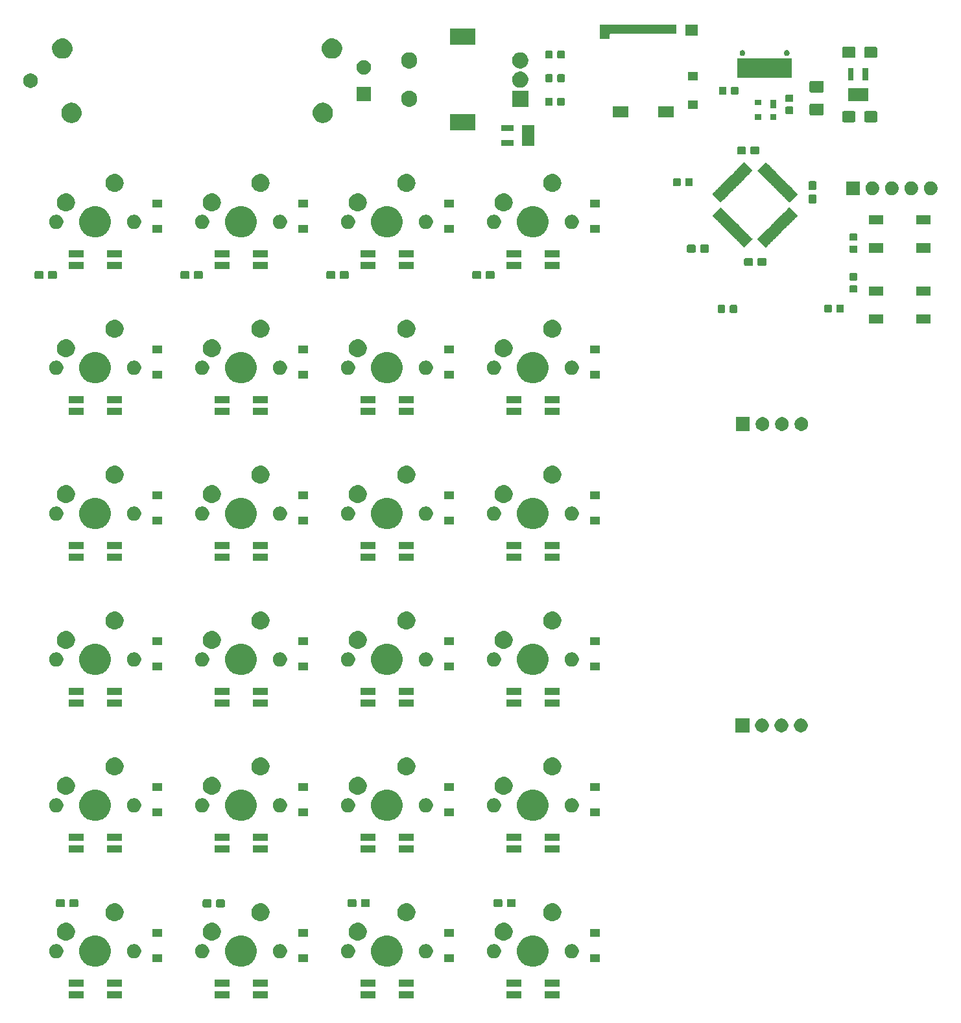
<source format=gbr>
G04 #@! TF.GenerationSoftware,KiCad,Pcbnew,(5.1.5)-3*
G04 #@! TF.CreationDate,2020-04-09T07:49:00+02:00*
G04 #@! TF.ProjectId,NumPad,4e756d50-6164-42e6-9b69-6361645f7063,rev?*
G04 #@! TF.SameCoordinates,Original*
G04 #@! TF.FileFunction,Soldermask,Bot*
G04 #@! TF.FilePolarity,Negative*
%FSLAX46Y46*%
G04 Gerber Fmt 4.6, Leading zero omitted, Abs format (unit mm)*
G04 Created by KiCad (PCBNEW (5.1.5)-3) date 2020-04-09 07:49:00*
%MOMM*%
%LPD*%
G04 APERTURE LIST*
%ADD10C,0.100000*%
G04 APERTURE END LIST*
D10*
G36*
X92001000Y-178436000D02*
G01*
X90099000Y-178436000D01*
X90099000Y-177514000D01*
X92001000Y-177514000D01*
X92001000Y-178436000D01*
G37*
G36*
X87001000Y-178436000D02*
G01*
X85099000Y-178436000D01*
X85099000Y-177514000D01*
X87001000Y-177514000D01*
X87001000Y-178436000D01*
G37*
G36*
X34851000Y-178436000D02*
G01*
X32949000Y-178436000D01*
X32949000Y-177514000D01*
X34851000Y-177514000D01*
X34851000Y-178436000D01*
G37*
G36*
X29851000Y-178436000D02*
G01*
X27949000Y-178436000D01*
X27949000Y-177514000D01*
X29851000Y-177514000D01*
X29851000Y-178436000D01*
G37*
G36*
X53901000Y-178436000D02*
G01*
X51999000Y-178436000D01*
X51999000Y-177514000D01*
X53901000Y-177514000D01*
X53901000Y-178436000D01*
G37*
G36*
X72951000Y-178436000D02*
G01*
X71049000Y-178436000D01*
X71049000Y-177514000D01*
X72951000Y-177514000D01*
X72951000Y-178436000D01*
G37*
G36*
X67951000Y-178436000D02*
G01*
X66049000Y-178436000D01*
X66049000Y-177514000D01*
X67951000Y-177514000D01*
X67951000Y-178436000D01*
G37*
G36*
X48901000Y-178436000D02*
G01*
X46999000Y-178436000D01*
X46999000Y-177514000D01*
X48901000Y-177514000D01*
X48901000Y-178436000D01*
G37*
G36*
X72951000Y-176936000D02*
G01*
X71049000Y-176936000D01*
X71049000Y-176014000D01*
X72951000Y-176014000D01*
X72951000Y-176936000D01*
G37*
G36*
X87001000Y-176936000D02*
G01*
X85099000Y-176936000D01*
X85099000Y-176014000D01*
X87001000Y-176014000D01*
X87001000Y-176936000D01*
G37*
G36*
X34851000Y-176936000D02*
G01*
X32949000Y-176936000D01*
X32949000Y-176014000D01*
X34851000Y-176014000D01*
X34851000Y-176936000D01*
G37*
G36*
X29851000Y-176936000D02*
G01*
X27949000Y-176936000D01*
X27949000Y-176014000D01*
X29851000Y-176014000D01*
X29851000Y-176936000D01*
G37*
G36*
X92001000Y-176936000D02*
G01*
X90099000Y-176936000D01*
X90099000Y-176014000D01*
X92001000Y-176014000D01*
X92001000Y-176936000D01*
G37*
G36*
X53901000Y-176936000D02*
G01*
X51999000Y-176936000D01*
X51999000Y-176014000D01*
X53901000Y-176014000D01*
X53901000Y-176936000D01*
G37*
G36*
X48901000Y-176936000D02*
G01*
X46999000Y-176936000D01*
X46999000Y-176014000D01*
X48901000Y-176014000D01*
X48901000Y-176936000D01*
G37*
G36*
X67951000Y-176936000D02*
G01*
X66049000Y-176936000D01*
X66049000Y-176014000D01*
X67951000Y-176014000D01*
X67951000Y-176936000D01*
G37*
G36*
X89106475Y-170313685D02*
G01*
X89324475Y-170403984D01*
X89478624Y-170467834D01*
X89813549Y-170691624D01*
X90098378Y-170976453D01*
X90322168Y-171311378D01*
X90354563Y-171389587D01*
X90476317Y-171683527D01*
X90554901Y-172078595D01*
X90554901Y-172481407D01*
X90476317Y-172876475D01*
X90425452Y-172999273D01*
X90322168Y-173248624D01*
X90098378Y-173583549D01*
X89813549Y-173868378D01*
X89478624Y-174092168D01*
X89324475Y-174156018D01*
X89106475Y-174246317D01*
X88711407Y-174324901D01*
X88308595Y-174324901D01*
X87913527Y-174246317D01*
X87695527Y-174156018D01*
X87541378Y-174092168D01*
X87206453Y-173868378D01*
X86921624Y-173583549D01*
X86697834Y-173248624D01*
X86594550Y-172999273D01*
X86543685Y-172876475D01*
X86465101Y-172481407D01*
X86465101Y-172078595D01*
X86543685Y-171683527D01*
X86665439Y-171389587D01*
X86697834Y-171311378D01*
X86921624Y-170976453D01*
X87206453Y-170691624D01*
X87541378Y-170467834D01*
X87695527Y-170403984D01*
X87913527Y-170313685D01*
X88308595Y-170235101D01*
X88711407Y-170235101D01*
X89106475Y-170313685D01*
G37*
G36*
X31956475Y-170313685D02*
G01*
X32174475Y-170403984D01*
X32328624Y-170467834D01*
X32663549Y-170691624D01*
X32948378Y-170976453D01*
X33172168Y-171311378D01*
X33204563Y-171389587D01*
X33326317Y-171683527D01*
X33404901Y-172078595D01*
X33404901Y-172481407D01*
X33326317Y-172876475D01*
X33275452Y-172999273D01*
X33172168Y-173248624D01*
X32948378Y-173583549D01*
X32663549Y-173868378D01*
X32328624Y-174092168D01*
X32174475Y-174156018D01*
X31956475Y-174246317D01*
X31561407Y-174324901D01*
X31158595Y-174324901D01*
X30763527Y-174246317D01*
X30545527Y-174156018D01*
X30391378Y-174092168D01*
X30056453Y-173868378D01*
X29771624Y-173583549D01*
X29547834Y-173248624D01*
X29444550Y-172999273D01*
X29393685Y-172876475D01*
X29315101Y-172481407D01*
X29315101Y-172078595D01*
X29393685Y-171683527D01*
X29515439Y-171389587D01*
X29547834Y-171311378D01*
X29771624Y-170976453D01*
X30056453Y-170691624D01*
X30391378Y-170467834D01*
X30545527Y-170403984D01*
X30763527Y-170313685D01*
X31158595Y-170235101D01*
X31561407Y-170235101D01*
X31956475Y-170313685D01*
G37*
G36*
X51006475Y-170313685D02*
G01*
X51224475Y-170403984D01*
X51378624Y-170467834D01*
X51713549Y-170691624D01*
X51998378Y-170976453D01*
X52222168Y-171311378D01*
X52254563Y-171389587D01*
X52376317Y-171683527D01*
X52454901Y-172078595D01*
X52454901Y-172481407D01*
X52376317Y-172876475D01*
X52325452Y-172999273D01*
X52222168Y-173248624D01*
X51998378Y-173583549D01*
X51713549Y-173868378D01*
X51378624Y-174092168D01*
X51224475Y-174156018D01*
X51006475Y-174246317D01*
X50611407Y-174324901D01*
X50208595Y-174324901D01*
X49813527Y-174246317D01*
X49595527Y-174156018D01*
X49441378Y-174092168D01*
X49106453Y-173868378D01*
X48821624Y-173583549D01*
X48597834Y-173248624D01*
X48494550Y-172999273D01*
X48443685Y-172876475D01*
X48365101Y-172481407D01*
X48365101Y-172078595D01*
X48443685Y-171683527D01*
X48565439Y-171389587D01*
X48597834Y-171311378D01*
X48821624Y-170976453D01*
X49106453Y-170691624D01*
X49441378Y-170467834D01*
X49595527Y-170403984D01*
X49813527Y-170313685D01*
X50208595Y-170235101D01*
X50611407Y-170235101D01*
X51006475Y-170313685D01*
G37*
G36*
X70056475Y-170313685D02*
G01*
X70274475Y-170403984D01*
X70428624Y-170467834D01*
X70763549Y-170691624D01*
X71048378Y-170976453D01*
X71272168Y-171311378D01*
X71304563Y-171389587D01*
X71426317Y-171683527D01*
X71504901Y-172078595D01*
X71504901Y-172481407D01*
X71426317Y-172876475D01*
X71375452Y-172999273D01*
X71272168Y-173248624D01*
X71048378Y-173583549D01*
X70763549Y-173868378D01*
X70428624Y-174092168D01*
X70274475Y-174156018D01*
X70056475Y-174246317D01*
X69661407Y-174324901D01*
X69258595Y-174324901D01*
X68863527Y-174246317D01*
X68645527Y-174156018D01*
X68491378Y-174092168D01*
X68156453Y-173868378D01*
X67871624Y-173583549D01*
X67647834Y-173248624D01*
X67544550Y-172999273D01*
X67493685Y-172876475D01*
X67415101Y-172481407D01*
X67415101Y-172078595D01*
X67493685Y-171683527D01*
X67615439Y-171389587D01*
X67647834Y-171311378D01*
X67871624Y-170976453D01*
X68156453Y-170691624D01*
X68491378Y-170467834D01*
X68645527Y-170403984D01*
X68863527Y-170313685D01*
X69258595Y-170235101D01*
X69661407Y-170235101D01*
X70056475Y-170313685D01*
G37*
G36*
X97291000Y-173721000D02*
G01*
X95989000Y-173721000D01*
X95989000Y-172719000D01*
X97291000Y-172719000D01*
X97291000Y-173721000D01*
G37*
G36*
X78241000Y-173721000D02*
G01*
X76939000Y-173721000D01*
X76939000Y-172719000D01*
X78241000Y-172719000D01*
X78241000Y-173721000D01*
G37*
G36*
X59191000Y-173721000D02*
G01*
X57889000Y-173721000D01*
X57889000Y-172719000D01*
X59191000Y-172719000D01*
X59191000Y-173721000D01*
G37*
G36*
X40141000Y-173721000D02*
G01*
X38839000Y-173721000D01*
X38839000Y-172719000D01*
X40141000Y-172719000D01*
X40141000Y-173721000D01*
G37*
G36*
X26550105Y-171389586D02*
G01*
X26718627Y-171459390D01*
X26870292Y-171560729D01*
X26999273Y-171689710D01*
X27100612Y-171841375D01*
X27170416Y-172009897D01*
X27206001Y-172188798D01*
X27206001Y-172371204D01*
X27170416Y-172550105D01*
X27100612Y-172718627D01*
X26999273Y-172870292D01*
X26870292Y-172999273D01*
X26718627Y-173100612D01*
X26550105Y-173170416D01*
X26371204Y-173206001D01*
X26188798Y-173206001D01*
X26009897Y-173170416D01*
X25841375Y-173100612D01*
X25689710Y-172999273D01*
X25560729Y-172870292D01*
X25459390Y-172718627D01*
X25389586Y-172550105D01*
X25354001Y-172371204D01*
X25354001Y-172188798D01*
X25389586Y-172009897D01*
X25459390Y-171841375D01*
X25560729Y-171689710D01*
X25689710Y-171560729D01*
X25841375Y-171459390D01*
X26009897Y-171389586D01*
X26188798Y-171354001D01*
X26371204Y-171354001D01*
X26550105Y-171389586D01*
G37*
G36*
X64650105Y-171389586D02*
G01*
X64818627Y-171459390D01*
X64970292Y-171560729D01*
X65099273Y-171689710D01*
X65200612Y-171841375D01*
X65270416Y-172009897D01*
X65306001Y-172188798D01*
X65306001Y-172371204D01*
X65270416Y-172550105D01*
X65200612Y-172718627D01*
X65099273Y-172870292D01*
X64970292Y-172999273D01*
X64818627Y-173100612D01*
X64650105Y-173170416D01*
X64471204Y-173206001D01*
X64288798Y-173206001D01*
X64109897Y-173170416D01*
X63941375Y-173100612D01*
X63789710Y-172999273D01*
X63660729Y-172870292D01*
X63559390Y-172718627D01*
X63489586Y-172550105D01*
X63454001Y-172371204D01*
X63454001Y-172188798D01*
X63489586Y-172009897D01*
X63559390Y-171841375D01*
X63660729Y-171689710D01*
X63789710Y-171560729D01*
X63941375Y-171459390D01*
X64109897Y-171389586D01*
X64288798Y-171354001D01*
X64471204Y-171354001D01*
X64650105Y-171389586D01*
G37*
G36*
X74810105Y-171389586D02*
G01*
X74978627Y-171459390D01*
X75130292Y-171560729D01*
X75259273Y-171689710D01*
X75360612Y-171841375D01*
X75430416Y-172009897D01*
X75466001Y-172188798D01*
X75466001Y-172371204D01*
X75430416Y-172550105D01*
X75360612Y-172718627D01*
X75259273Y-172870292D01*
X75130292Y-172999273D01*
X74978627Y-173100612D01*
X74810105Y-173170416D01*
X74631204Y-173206001D01*
X74448798Y-173206001D01*
X74269897Y-173170416D01*
X74101375Y-173100612D01*
X73949710Y-172999273D01*
X73820729Y-172870292D01*
X73719390Y-172718627D01*
X73649586Y-172550105D01*
X73614001Y-172371204D01*
X73614001Y-172188798D01*
X73649586Y-172009897D01*
X73719390Y-171841375D01*
X73820729Y-171689710D01*
X73949710Y-171560729D01*
X74101375Y-171459390D01*
X74269897Y-171389586D01*
X74448798Y-171354001D01*
X74631204Y-171354001D01*
X74810105Y-171389586D01*
G37*
G36*
X45600105Y-171389586D02*
G01*
X45768627Y-171459390D01*
X45920292Y-171560729D01*
X46049273Y-171689710D01*
X46150612Y-171841375D01*
X46220416Y-172009897D01*
X46256001Y-172188798D01*
X46256001Y-172371204D01*
X46220416Y-172550105D01*
X46150612Y-172718627D01*
X46049273Y-172870292D01*
X45920292Y-172999273D01*
X45768627Y-173100612D01*
X45600105Y-173170416D01*
X45421204Y-173206001D01*
X45238798Y-173206001D01*
X45059897Y-173170416D01*
X44891375Y-173100612D01*
X44739710Y-172999273D01*
X44610729Y-172870292D01*
X44509390Y-172718627D01*
X44439586Y-172550105D01*
X44404001Y-172371204D01*
X44404001Y-172188798D01*
X44439586Y-172009897D01*
X44509390Y-171841375D01*
X44610729Y-171689710D01*
X44739710Y-171560729D01*
X44891375Y-171459390D01*
X45059897Y-171389586D01*
X45238798Y-171354001D01*
X45421204Y-171354001D01*
X45600105Y-171389586D01*
G37*
G36*
X55760105Y-171389586D02*
G01*
X55928627Y-171459390D01*
X56080292Y-171560729D01*
X56209273Y-171689710D01*
X56310612Y-171841375D01*
X56380416Y-172009897D01*
X56416001Y-172188798D01*
X56416001Y-172371204D01*
X56380416Y-172550105D01*
X56310612Y-172718627D01*
X56209273Y-172870292D01*
X56080292Y-172999273D01*
X55928627Y-173100612D01*
X55760105Y-173170416D01*
X55581204Y-173206001D01*
X55398798Y-173206001D01*
X55219897Y-173170416D01*
X55051375Y-173100612D01*
X54899710Y-172999273D01*
X54770729Y-172870292D01*
X54669390Y-172718627D01*
X54599586Y-172550105D01*
X54564001Y-172371204D01*
X54564001Y-172188798D01*
X54599586Y-172009897D01*
X54669390Y-171841375D01*
X54770729Y-171689710D01*
X54899710Y-171560729D01*
X55051375Y-171459390D01*
X55219897Y-171389586D01*
X55398798Y-171354001D01*
X55581204Y-171354001D01*
X55760105Y-171389586D01*
G37*
G36*
X36710105Y-171389586D02*
G01*
X36878627Y-171459390D01*
X37030292Y-171560729D01*
X37159273Y-171689710D01*
X37260612Y-171841375D01*
X37330416Y-172009897D01*
X37366001Y-172188798D01*
X37366001Y-172371204D01*
X37330416Y-172550105D01*
X37260612Y-172718627D01*
X37159273Y-172870292D01*
X37030292Y-172999273D01*
X36878627Y-173100612D01*
X36710105Y-173170416D01*
X36531204Y-173206001D01*
X36348798Y-173206001D01*
X36169897Y-173170416D01*
X36001375Y-173100612D01*
X35849710Y-172999273D01*
X35720729Y-172870292D01*
X35619390Y-172718627D01*
X35549586Y-172550105D01*
X35514001Y-172371204D01*
X35514001Y-172188798D01*
X35549586Y-172009897D01*
X35619390Y-171841375D01*
X35720729Y-171689710D01*
X35849710Y-171560729D01*
X36001375Y-171459390D01*
X36169897Y-171389586D01*
X36348798Y-171354001D01*
X36531204Y-171354001D01*
X36710105Y-171389586D01*
G37*
G36*
X93860105Y-171389586D02*
G01*
X94028627Y-171459390D01*
X94180292Y-171560729D01*
X94309273Y-171689710D01*
X94410612Y-171841375D01*
X94480416Y-172009897D01*
X94516001Y-172188798D01*
X94516001Y-172371204D01*
X94480416Y-172550105D01*
X94410612Y-172718627D01*
X94309273Y-172870292D01*
X94180292Y-172999273D01*
X94028627Y-173100612D01*
X93860105Y-173170416D01*
X93681204Y-173206001D01*
X93498798Y-173206001D01*
X93319897Y-173170416D01*
X93151375Y-173100612D01*
X92999710Y-172999273D01*
X92870729Y-172870292D01*
X92769390Y-172718627D01*
X92699586Y-172550105D01*
X92664001Y-172371204D01*
X92664001Y-172188798D01*
X92699586Y-172009897D01*
X92769390Y-171841375D01*
X92870729Y-171689710D01*
X92999710Y-171560729D01*
X93151375Y-171459390D01*
X93319897Y-171389586D01*
X93498798Y-171354001D01*
X93681204Y-171354001D01*
X93860105Y-171389586D01*
G37*
G36*
X83700105Y-171389586D02*
G01*
X83868627Y-171459390D01*
X84020292Y-171560729D01*
X84149273Y-171689710D01*
X84250612Y-171841375D01*
X84320416Y-172009897D01*
X84356001Y-172188798D01*
X84356001Y-172371204D01*
X84320416Y-172550105D01*
X84250612Y-172718627D01*
X84149273Y-172870292D01*
X84020292Y-172999273D01*
X83868627Y-173100612D01*
X83700105Y-173170416D01*
X83521204Y-173206001D01*
X83338798Y-173206001D01*
X83159897Y-173170416D01*
X82991375Y-173100612D01*
X82839710Y-172999273D01*
X82710729Y-172870292D01*
X82609390Y-172718627D01*
X82539586Y-172550105D01*
X82504001Y-172371204D01*
X82504001Y-172188798D01*
X82539586Y-172009897D01*
X82609390Y-171841375D01*
X82710729Y-171689710D01*
X82839710Y-171560729D01*
X82991375Y-171459390D01*
X83159897Y-171389586D01*
X83338798Y-171354001D01*
X83521204Y-171354001D01*
X83700105Y-171389586D01*
G37*
G36*
X46791561Y-168579065D02*
G01*
X46943028Y-168609194D01*
X47157046Y-168697843D01*
X47157047Y-168697844D01*
X47349655Y-168826540D01*
X47513462Y-168990347D01*
X47599259Y-169118752D01*
X47642159Y-169182956D01*
X47730808Y-169396974D01*
X47776001Y-169624175D01*
X47776001Y-169855827D01*
X47730808Y-170083028D01*
X47642159Y-170297046D01*
X47642158Y-170297047D01*
X47513462Y-170489655D01*
X47349655Y-170653462D01*
X47292541Y-170691624D01*
X47157046Y-170782159D01*
X46943028Y-170870808D01*
X46791561Y-170900937D01*
X46715828Y-170916001D01*
X46484174Y-170916001D01*
X46408441Y-170900937D01*
X46256974Y-170870808D01*
X46042956Y-170782159D01*
X45907461Y-170691624D01*
X45850347Y-170653462D01*
X45686540Y-170489655D01*
X45557844Y-170297047D01*
X45557843Y-170297046D01*
X45469194Y-170083028D01*
X45424001Y-169855827D01*
X45424001Y-169624175D01*
X45469194Y-169396974D01*
X45557843Y-169182956D01*
X45600743Y-169118752D01*
X45686540Y-168990347D01*
X45850347Y-168826540D01*
X46042955Y-168697844D01*
X46042956Y-168697843D01*
X46256974Y-168609194D01*
X46408441Y-168579065D01*
X46484174Y-168564001D01*
X46715828Y-168564001D01*
X46791561Y-168579065D01*
G37*
G36*
X27741561Y-168579065D02*
G01*
X27893028Y-168609194D01*
X28107046Y-168697843D01*
X28107047Y-168697844D01*
X28299655Y-168826540D01*
X28463462Y-168990347D01*
X28549259Y-169118752D01*
X28592159Y-169182956D01*
X28680808Y-169396974D01*
X28726001Y-169624175D01*
X28726001Y-169855827D01*
X28680808Y-170083028D01*
X28592159Y-170297046D01*
X28592158Y-170297047D01*
X28463462Y-170489655D01*
X28299655Y-170653462D01*
X28242541Y-170691624D01*
X28107046Y-170782159D01*
X27893028Y-170870808D01*
X27741561Y-170900937D01*
X27665828Y-170916001D01*
X27434174Y-170916001D01*
X27358441Y-170900937D01*
X27206974Y-170870808D01*
X26992956Y-170782159D01*
X26857461Y-170691624D01*
X26800347Y-170653462D01*
X26636540Y-170489655D01*
X26507844Y-170297047D01*
X26507843Y-170297046D01*
X26419194Y-170083028D01*
X26374001Y-169855827D01*
X26374001Y-169624175D01*
X26419194Y-169396974D01*
X26507843Y-169182956D01*
X26550743Y-169118752D01*
X26636540Y-168990347D01*
X26800347Y-168826540D01*
X26992955Y-168697844D01*
X26992956Y-168697843D01*
X27206974Y-168609194D01*
X27358441Y-168579065D01*
X27434174Y-168564001D01*
X27665828Y-168564001D01*
X27741561Y-168579065D01*
G37*
G36*
X65841561Y-168579065D02*
G01*
X65993028Y-168609194D01*
X66207046Y-168697843D01*
X66207047Y-168697844D01*
X66399655Y-168826540D01*
X66563462Y-168990347D01*
X66649259Y-169118752D01*
X66692159Y-169182956D01*
X66780808Y-169396974D01*
X66826001Y-169624175D01*
X66826001Y-169855827D01*
X66780808Y-170083028D01*
X66692159Y-170297046D01*
X66692158Y-170297047D01*
X66563462Y-170489655D01*
X66399655Y-170653462D01*
X66342541Y-170691624D01*
X66207046Y-170782159D01*
X65993028Y-170870808D01*
X65841561Y-170900937D01*
X65765828Y-170916001D01*
X65534174Y-170916001D01*
X65458441Y-170900937D01*
X65306974Y-170870808D01*
X65092956Y-170782159D01*
X64957461Y-170691624D01*
X64900347Y-170653462D01*
X64736540Y-170489655D01*
X64607844Y-170297047D01*
X64607843Y-170297046D01*
X64519194Y-170083028D01*
X64474001Y-169855827D01*
X64474001Y-169624175D01*
X64519194Y-169396974D01*
X64607843Y-169182956D01*
X64650743Y-169118752D01*
X64736540Y-168990347D01*
X64900347Y-168826540D01*
X65092955Y-168697844D01*
X65092956Y-168697843D01*
X65306974Y-168609194D01*
X65458441Y-168579065D01*
X65534174Y-168564001D01*
X65765828Y-168564001D01*
X65841561Y-168579065D01*
G37*
G36*
X84891561Y-168579065D02*
G01*
X85043028Y-168609194D01*
X85257046Y-168697843D01*
X85257047Y-168697844D01*
X85449655Y-168826540D01*
X85613462Y-168990347D01*
X85699259Y-169118752D01*
X85742159Y-169182956D01*
X85830808Y-169396974D01*
X85876001Y-169624175D01*
X85876001Y-169855827D01*
X85830808Y-170083028D01*
X85742159Y-170297046D01*
X85742158Y-170297047D01*
X85613462Y-170489655D01*
X85449655Y-170653462D01*
X85392541Y-170691624D01*
X85257046Y-170782159D01*
X85043028Y-170870808D01*
X84891561Y-170900937D01*
X84815828Y-170916001D01*
X84584174Y-170916001D01*
X84508441Y-170900937D01*
X84356974Y-170870808D01*
X84142956Y-170782159D01*
X84007461Y-170691624D01*
X83950347Y-170653462D01*
X83786540Y-170489655D01*
X83657844Y-170297047D01*
X83657843Y-170297046D01*
X83569194Y-170083028D01*
X83524001Y-169855827D01*
X83524001Y-169624175D01*
X83569194Y-169396974D01*
X83657843Y-169182956D01*
X83700743Y-169118752D01*
X83786540Y-168990347D01*
X83950347Y-168826540D01*
X84142955Y-168697844D01*
X84142956Y-168697843D01*
X84356974Y-168609194D01*
X84508441Y-168579065D01*
X84584174Y-168564001D01*
X84815828Y-168564001D01*
X84891561Y-168579065D01*
G37*
G36*
X40141000Y-170421000D02*
G01*
X38839000Y-170421000D01*
X38839000Y-169419000D01*
X40141000Y-169419000D01*
X40141000Y-170421000D01*
G37*
G36*
X59191000Y-170421000D02*
G01*
X57889000Y-170421000D01*
X57889000Y-169419000D01*
X59191000Y-169419000D01*
X59191000Y-170421000D01*
G37*
G36*
X97291000Y-170421000D02*
G01*
X95989000Y-170421000D01*
X95989000Y-169419000D01*
X97291000Y-169419000D01*
X97291000Y-170421000D01*
G37*
G36*
X78241000Y-170421000D02*
G01*
X76939000Y-170421000D01*
X76939000Y-169419000D01*
X78241000Y-169419000D01*
X78241000Y-170421000D01*
G37*
G36*
X72191561Y-166039065D02*
G01*
X72343028Y-166069194D01*
X72557046Y-166157843D01*
X72557047Y-166157844D01*
X72749655Y-166286540D01*
X72913462Y-166450347D01*
X72999259Y-166578752D01*
X73042159Y-166642956D01*
X73130808Y-166856974D01*
X73176001Y-167084175D01*
X73176001Y-167315827D01*
X73130808Y-167543028D01*
X73042159Y-167757046D01*
X73042158Y-167757047D01*
X72913462Y-167949655D01*
X72749655Y-168113462D01*
X72621250Y-168199259D01*
X72557046Y-168242159D01*
X72343028Y-168330808D01*
X72191561Y-168360937D01*
X72115828Y-168376001D01*
X71884174Y-168376001D01*
X71808441Y-168360937D01*
X71656974Y-168330808D01*
X71442956Y-168242159D01*
X71378752Y-168199259D01*
X71250347Y-168113462D01*
X71086540Y-167949655D01*
X70957844Y-167757047D01*
X70957843Y-167757046D01*
X70869194Y-167543028D01*
X70824001Y-167315827D01*
X70824001Y-167084175D01*
X70869194Y-166856974D01*
X70957843Y-166642956D01*
X71000743Y-166578752D01*
X71086540Y-166450347D01*
X71250347Y-166286540D01*
X71442955Y-166157844D01*
X71442956Y-166157843D01*
X71656974Y-166069194D01*
X71808441Y-166039065D01*
X71884174Y-166024001D01*
X72115828Y-166024001D01*
X72191561Y-166039065D01*
G37*
G36*
X53141561Y-166039065D02*
G01*
X53293028Y-166069194D01*
X53507046Y-166157843D01*
X53507047Y-166157844D01*
X53699655Y-166286540D01*
X53863462Y-166450347D01*
X53949259Y-166578752D01*
X53992159Y-166642956D01*
X54080808Y-166856974D01*
X54126001Y-167084175D01*
X54126001Y-167315827D01*
X54080808Y-167543028D01*
X53992159Y-167757046D01*
X53992158Y-167757047D01*
X53863462Y-167949655D01*
X53699655Y-168113462D01*
X53571250Y-168199259D01*
X53507046Y-168242159D01*
X53293028Y-168330808D01*
X53141561Y-168360937D01*
X53065828Y-168376001D01*
X52834174Y-168376001D01*
X52758441Y-168360937D01*
X52606974Y-168330808D01*
X52392956Y-168242159D01*
X52328752Y-168199259D01*
X52200347Y-168113462D01*
X52036540Y-167949655D01*
X51907844Y-167757047D01*
X51907843Y-167757046D01*
X51819194Y-167543028D01*
X51774001Y-167315827D01*
X51774001Y-167084175D01*
X51819194Y-166856974D01*
X51907843Y-166642956D01*
X51950743Y-166578752D01*
X52036540Y-166450347D01*
X52200347Y-166286540D01*
X52392955Y-166157844D01*
X52392956Y-166157843D01*
X52606974Y-166069194D01*
X52758441Y-166039065D01*
X52834174Y-166024001D01*
X53065828Y-166024001D01*
X53141561Y-166039065D01*
G37*
G36*
X34091561Y-166039065D02*
G01*
X34243028Y-166069194D01*
X34457046Y-166157843D01*
X34457047Y-166157844D01*
X34649655Y-166286540D01*
X34813462Y-166450347D01*
X34899259Y-166578752D01*
X34942159Y-166642956D01*
X35030808Y-166856974D01*
X35076001Y-167084175D01*
X35076001Y-167315827D01*
X35030808Y-167543028D01*
X34942159Y-167757046D01*
X34942158Y-167757047D01*
X34813462Y-167949655D01*
X34649655Y-168113462D01*
X34521250Y-168199259D01*
X34457046Y-168242159D01*
X34243028Y-168330808D01*
X34091561Y-168360937D01*
X34015828Y-168376001D01*
X33784174Y-168376001D01*
X33708441Y-168360937D01*
X33556974Y-168330808D01*
X33342956Y-168242159D01*
X33278752Y-168199259D01*
X33150347Y-168113462D01*
X32986540Y-167949655D01*
X32857844Y-167757047D01*
X32857843Y-167757046D01*
X32769194Y-167543028D01*
X32724001Y-167315827D01*
X32724001Y-167084175D01*
X32769194Y-166856974D01*
X32857843Y-166642956D01*
X32900743Y-166578752D01*
X32986540Y-166450347D01*
X33150347Y-166286540D01*
X33342955Y-166157844D01*
X33342956Y-166157843D01*
X33556974Y-166069194D01*
X33708441Y-166039065D01*
X33784174Y-166024001D01*
X34015828Y-166024001D01*
X34091561Y-166039065D01*
G37*
G36*
X91241561Y-166039065D02*
G01*
X91393028Y-166069194D01*
X91607046Y-166157843D01*
X91607047Y-166157844D01*
X91799655Y-166286540D01*
X91963462Y-166450347D01*
X92049259Y-166578752D01*
X92092159Y-166642956D01*
X92180808Y-166856974D01*
X92226001Y-167084175D01*
X92226001Y-167315827D01*
X92180808Y-167543028D01*
X92092159Y-167757046D01*
X92092158Y-167757047D01*
X91963462Y-167949655D01*
X91799655Y-168113462D01*
X91671250Y-168199259D01*
X91607046Y-168242159D01*
X91393028Y-168330808D01*
X91241561Y-168360937D01*
X91165828Y-168376001D01*
X90934174Y-168376001D01*
X90858441Y-168360937D01*
X90706974Y-168330808D01*
X90492956Y-168242159D01*
X90428752Y-168199259D01*
X90300347Y-168113462D01*
X90136540Y-167949655D01*
X90007844Y-167757047D01*
X90007843Y-167757046D01*
X89919194Y-167543028D01*
X89874001Y-167315827D01*
X89874001Y-167084175D01*
X89919194Y-166856974D01*
X90007843Y-166642956D01*
X90050743Y-166578752D01*
X90136540Y-166450347D01*
X90300347Y-166286540D01*
X90492955Y-166157844D01*
X90492956Y-166157843D01*
X90706974Y-166069194D01*
X90858441Y-166039065D01*
X90934174Y-166024001D01*
X91165828Y-166024001D01*
X91241561Y-166039065D01*
G37*
G36*
X46394499Y-165518445D02*
G01*
X46431995Y-165529820D01*
X46466554Y-165548292D01*
X46496847Y-165573153D01*
X46521708Y-165603446D01*
X46540180Y-165638005D01*
X46551555Y-165675501D01*
X46556000Y-165720638D01*
X46556000Y-166359362D01*
X46551555Y-166404499D01*
X46540180Y-166441995D01*
X46521708Y-166476554D01*
X46496847Y-166506847D01*
X46466554Y-166531708D01*
X46431995Y-166550180D01*
X46394499Y-166561555D01*
X46349362Y-166566000D01*
X45610638Y-166566000D01*
X45565501Y-166561555D01*
X45528005Y-166550180D01*
X45493446Y-166531708D01*
X45463153Y-166506847D01*
X45438292Y-166476554D01*
X45419820Y-166441995D01*
X45408445Y-166404499D01*
X45404000Y-166359362D01*
X45404000Y-165720638D01*
X45408445Y-165675501D01*
X45419820Y-165638005D01*
X45438292Y-165603446D01*
X45463153Y-165573153D01*
X45493446Y-165548292D01*
X45528005Y-165529820D01*
X45565501Y-165518445D01*
X45610638Y-165514000D01*
X46349362Y-165514000D01*
X46394499Y-165518445D01*
G37*
G36*
X48144499Y-165518445D02*
G01*
X48181995Y-165529820D01*
X48216554Y-165548292D01*
X48246847Y-165573153D01*
X48271708Y-165603446D01*
X48290180Y-165638005D01*
X48301555Y-165675501D01*
X48306000Y-165720638D01*
X48306000Y-166359362D01*
X48301555Y-166404499D01*
X48290180Y-166441995D01*
X48271708Y-166476554D01*
X48246847Y-166506847D01*
X48216554Y-166531708D01*
X48181995Y-166550180D01*
X48144499Y-166561555D01*
X48099362Y-166566000D01*
X47360638Y-166566000D01*
X47315501Y-166561555D01*
X47278005Y-166550180D01*
X47243446Y-166531708D01*
X47213153Y-166506847D01*
X47188292Y-166476554D01*
X47169820Y-166441995D01*
X47158445Y-166404499D01*
X47154000Y-166359362D01*
X47154000Y-165720638D01*
X47158445Y-165675501D01*
X47169820Y-165638005D01*
X47188292Y-165603446D01*
X47213153Y-165573153D01*
X47243446Y-165548292D01*
X47278005Y-165529820D01*
X47315501Y-165518445D01*
X47360638Y-165514000D01*
X48099362Y-165514000D01*
X48144499Y-165518445D01*
G37*
G36*
X28999499Y-165498445D02*
G01*
X29036995Y-165509820D01*
X29071554Y-165528292D01*
X29101847Y-165553153D01*
X29126708Y-165583446D01*
X29145180Y-165618005D01*
X29156555Y-165655501D01*
X29161000Y-165700638D01*
X29161000Y-166339362D01*
X29156555Y-166384499D01*
X29145180Y-166421995D01*
X29126708Y-166456554D01*
X29101847Y-166486847D01*
X29071554Y-166511708D01*
X29036995Y-166530180D01*
X28999499Y-166541555D01*
X28954362Y-166546000D01*
X28215638Y-166546000D01*
X28170501Y-166541555D01*
X28133005Y-166530180D01*
X28098446Y-166511708D01*
X28068153Y-166486847D01*
X28043292Y-166456554D01*
X28024820Y-166421995D01*
X28013445Y-166384499D01*
X28009000Y-166339362D01*
X28009000Y-165700638D01*
X28013445Y-165655501D01*
X28024820Y-165618005D01*
X28043292Y-165583446D01*
X28068153Y-165553153D01*
X28098446Y-165528292D01*
X28133005Y-165509820D01*
X28170501Y-165498445D01*
X28215638Y-165494000D01*
X28954362Y-165494000D01*
X28999499Y-165498445D01*
G37*
G36*
X27249499Y-165498445D02*
G01*
X27286995Y-165509820D01*
X27321554Y-165528292D01*
X27351847Y-165553153D01*
X27376708Y-165583446D01*
X27395180Y-165618005D01*
X27406555Y-165655501D01*
X27411000Y-165700638D01*
X27411000Y-166339362D01*
X27406555Y-166384499D01*
X27395180Y-166421995D01*
X27376708Y-166456554D01*
X27351847Y-166486847D01*
X27321554Y-166511708D01*
X27286995Y-166530180D01*
X27249499Y-166541555D01*
X27204362Y-166546000D01*
X26465638Y-166546000D01*
X26420501Y-166541555D01*
X26383005Y-166530180D01*
X26348446Y-166511708D01*
X26318153Y-166486847D01*
X26293292Y-166456554D01*
X26274820Y-166421995D01*
X26263445Y-166384499D01*
X26259000Y-166339362D01*
X26259000Y-165700638D01*
X26263445Y-165655501D01*
X26274820Y-165618005D01*
X26293292Y-165583446D01*
X26318153Y-165553153D01*
X26348446Y-165528292D01*
X26383005Y-165509820D01*
X26420501Y-165498445D01*
X26465638Y-165494000D01*
X27204362Y-165494000D01*
X27249499Y-165498445D01*
G37*
G36*
X86114499Y-165468445D02*
G01*
X86151995Y-165479820D01*
X86186554Y-165498292D01*
X86216847Y-165523153D01*
X86241708Y-165553446D01*
X86260180Y-165588005D01*
X86271555Y-165625501D01*
X86276000Y-165670638D01*
X86276000Y-166309362D01*
X86271555Y-166354499D01*
X86260180Y-166391995D01*
X86241708Y-166426554D01*
X86216847Y-166456847D01*
X86186554Y-166481708D01*
X86151995Y-166500180D01*
X86114499Y-166511555D01*
X86069362Y-166516000D01*
X85330638Y-166516000D01*
X85285501Y-166511555D01*
X85248005Y-166500180D01*
X85213446Y-166481708D01*
X85183153Y-166456847D01*
X85158292Y-166426554D01*
X85139820Y-166391995D01*
X85128445Y-166354499D01*
X85124000Y-166309362D01*
X85124000Y-165670638D01*
X85128445Y-165625501D01*
X85139820Y-165588005D01*
X85158292Y-165553446D01*
X85183153Y-165523153D01*
X85213446Y-165498292D01*
X85248005Y-165479820D01*
X85285501Y-165468445D01*
X85330638Y-165464000D01*
X86069362Y-165464000D01*
X86114499Y-165468445D01*
G37*
G36*
X65314499Y-165468445D02*
G01*
X65351995Y-165479820D01*
X65386554Y-165498292D01*
X65416847Y-165523153D01*
X65441708Y-165553446D01*
X65460180Y-165588005D01*
X65471555Y-165625501D01*
X65476000Y-165670638D01*
X65476000Y-166309362D01*
X65471555Y-166354499D01*
X65460180Y-166391995D01*
X65441708Y-166426554D01*
X65416847Y-166456847D01*
X65386554Y-166481708D01*
X65351995Y-166500180D01*
X65314499Y-166511555D01*
X65269362Y-166516000D01*
X64530638Y-166516000D01*
X64485501Y-166511555D01*
X64448005Y-166500180D01*
X64413446Y-166481708D01*
X64383153Y-166456847D01*
X64358292Y-166426554D01*
X64339820Y-166391995D01*
X64328445Y-166354499D01*
X64324000Y-166309362D01*
X64324000Y-165670638D01*
X64328445Y-165625501D01*
X64339820Y-165588005D01*
X64358292Y-165553446D01*
X64383153Y-165523153D01*
X64413446Y-165498292D01*
X64448005Y-165479820D01*
X64485501Y-165468445D01*
X64530638Y-165464000D01*
X65269362Y-165464000D01*
X65314499Y-165468445D01*
G37*
G36*
X67064499Y-165468445D02*
G01*
X67101995Y-165479820D01*
X67136554Y-165498292D01*
X67166847Y-165523153D01*
X67191708Y-165553446D01*
X67210180Y-165588005D01*
X67221555Y-165625501D01*
X67226000Y-165670638D01*
X67226000Y-166309362D01*
X67221555Y-166354499D01*
X67210180Y-166391995D01*
X67191708Y-166426554D01*
X67166847Y-166456847D01*
X67136554Y-166481708D01*
X67101995Y-166500180D01*
X67064499Y-166511555D01*
X67019362Y-166516000D01*
X66280638Y-166516000D01*
X66235501Y-166511555D01*
X66198005Y-166500180D01*
X66163446Y-166481708D01*
X66133153Y-166456847D01*
X66108292Y-166426554D01*
X66089820Y-166391995D01*
X66078445Y-166354499D01*
X66074000Y-166309362D01*
X66074000Y-165670638D01*
X66078445Y-165625501D01*
X66089820Y-165588005D01*
X66108292Y-165553446D01*
X66133153Y-165523153D01*
X66163446Y-165498292D01*
X66198005Y-165479820D01*
X66235501Y-165468445D01*
X66280638Y-165464000D01*
X67019362Y-165464000D01*
X67064499Y-165468445D01*
G37*
G36*
X84364499Y-165468445D02*
G01*
X84401995Y-165479820D01*
X84436554Y-165498292D01*
X84466847Y-165523153D01*
X84491708Y-165553446D01*
X84510180Y-165588005D01*
X84521555Y-165625501D01*
X84526000Y-165670638D01*
X84526000Y-166309362D01*
X84521555Y-166354499D01*
X84510180Y-166391995D01*
X84491708Y-166426554D01*
X84466847Y-166456847D01*
X84436554Y-166481708D01*
X84401995Y-166500180D01*
X84364499Y-166511555D01*
X84319362Y-166516000D01*
X83580638Y-166516000D01*
X83535501Y-166511555D01*
X83498005Y-166500180D01*
X83463446Y-166481708D01*
X83433153Y-166456847D01*
X83408292Y-166426554D01*
X83389820Y-166391995D01*
X83378445Y-166354499D01*
X83374000Y-166309362D01*
X83374000Y-165670638D01*
X83378445Y-165625501D01*
X83389820Y-165588005D01*
X83408292Y-165553446D01*
X83433153Y-165523153D01*
X83463446Y-165498292D01*
X83498005Y-165479820D01*
X83535501Y-165468445D01*
X83580638Y-165464000D01*
X84319362Y-165464000D01*
X84364499Y-165468445D01*
G37*
G36*
X92001000Y-159386000D02*
G01*
X90099000Y-159386000D01*
X90099000Y-158464000D01*
X92001000Y-158464000D01*
X92001000Y-159386000D01*
G37*
G36*
X87001000Y-159386000D02*
G01*
X85099000Y-159386000D01*
X85099000Y-158464000D01*
X87001000Y-158464000D01*
X87001000Y-159386000D01*
G37*
G36*
X67951000Y-159386000D02*
G01*
X66049000Y-159386000D01*
X66049000Y-158464000D01*
X67951000Y-158464000D01*
X67951000Y-159386000D01*
G37*
G36*
X72951000Y-159386000D02*
G01*
X71049000Y-159386000D01*
X71049000Y-158464000D01*
X72951000Y-158464000D01*
X72951000Y-159386000D01*
G37*
G36*
X34851000Y-159386000D02*
G01*
X32949000Y-159386000D01*
X32949000Y-158464000D01*
X34851000Y-158464000D01*
X34851000Y-159386000D01*
G37*
G36*
X29851000Y-159386000D02*
G01*
X27949000Y-159386000D01*
X27949000Y-158464000D01*
X29851000Y-158464000D01*
X29851000Y-159386000D01*
G37*
G36*
X48901000Y-159386000D02*
G01*
X46999000Y-159386000D01*
X46999000Y-158464000D01*
X48901000Y-158464000D01*
X48901000Y-159386000D01*
G37*
G36*
X53901000Y-159386000D02*
G01*
X51999000Y-159386000D01*
X51999000Y-158464000D01*
X53901000Y-158464000D01*
X53901000Y-159386000D01*
G37*
G36*
X87001000Y-157886000D02*
G01*
X85099000Y-157886000D01*
X85099000Y-156964000D01*
X87001000Y-156964000D01*
X87001000Y-157886000D01*
G37*
G36*
X92001000Y-157886000D02*
G01*
X90099000Y-157886000D01*
X90099000Y-156964000D01*
X92001000Y-156964000D01*
X92001000Y-157886000D01*
G37*
G36*
X34851000Y-157886000D02*
G01*
X32949000Y-157886000D01*
X32949000Y-156964000D01*
X34851000Y-156964000D01*
X34851000Y-157886000D01*
G37*
G36*
X29851000Y-157886000D02*
G01*
X27949000Y-157886000D01*
X27949000Y-156964000D01*
X29851000Y-156964000D01*
X29851000Y-157886000D01*
G37*
G36*
X72951000Y-157886000D02*
G01*
X71049000Y-157886000D01*
X71049000Y-156964000D01*
X72951000Y-156964000D01*
X72951000Y-157886000D01*
G37*
G36*
X67951000Y-157886000D02*
G01*
X66049000Y-157886000D01*
X66049000Y-156964000D01*
X67951000Y-156964000D01*
X67951000Y-157886000D01*
G37*
G36*
X48901000Y-157886000D02*
G01*
X46999000Y-157886000D01*
X46999000Y-156964000D01*
X48901000Y-156964000D01*
X48901000Y-157886000D01*
G37*
G36*
X53901000Y-157886000D02*
G01*
X51999000Y-157886000D01*
X51999000Y-156964000D01*
X53901000Y-156964000D01*
X53901000Y-157886000D01*
G37*
G36*
X31956475Y-151263685D02*
G01*
X32174475Y-151353984D01*
X32328624Y-151417834D01*
X32663549Y-151641624D01*
X32948378Y-151926453D01*
X33172168Y-152261378D01*
X33204563Y-152339587D01*
X33326317Y-152633527D01*
X33404901Y-153028595D01*
X33404901Y-153431407D01*
X33326317Y-153826475D01*
X33275452Y-153949273D01*
X33172168Y-154198624D01*
X32948378Y-154533549D01*
X32663549Y-154818378D01*
X32328624Y-155042168D01*
X32174475Y-155106018D01*
X31956475Y-155196317D01*
X31561407Y-155274901D01*
X31158595Y-155274901D01*
X30763527Y-155196317D01*
X30545527Y-155106018D01*
X30391378Y-155042168D01*
X30056453Y-154818378D01*
X29771624Y-154533549D01*
X29547834Y-154198624D01*
X29444550Y-153949273D01*
X29393685Y-153826475D01*
X29315101Y-153431407D01*
X29315101Y-153028595D01*
X29393685Y-152633527D01*
X29515439Y-152339587D01*
X29547834Y-152261378D01*
X29771624Y-151926453D01*
X30056453Y-151641624D01*
X30391378Y-151417834D01*
X30545527Y-151353984D01*
X30763527Y-151263685D01*
X31158595Y-151185101D01*
X31561407Y-151185101D01*
X31956475Y-151263685D01*
G37*
G36*
X89106475Y-151263685D02*
G01*
X89324475Y-151353984D01*
X89478624Y-151417834D01*
X89813549Y-151641624D01*
X90098378Y-151926453D01*
X90322168Y-152261378D01*
X90354563Y-152339587D01*
X90476317Y-152633527D01*
X90554901Y-153028595D01*
X90554901Y-153431407D01*
X90476317Y-153826475D01*
X90425452Y-153949273D01*
X90322168Y-154198624D01*
X90098378Y-154533549D01*
X89813549Y-154818378D01*
X89478624Y-155042168D01*
X89324475Y-155106018D01*
X89106475Y-155196317D01*
X88711407Y-155274901D01*
X88308595Y-155274901D01*
X87913527Y-155196317D01*
X87695527Y-155106018D01*
X87541378Y-155042168D01*
X87206453Y-154818378D01*
X86921624Y-154533549D01*
X86697834Y-154198624D01*
X86594550Y-153949273D01*
X86543685Y-153826475D01*
X86465101Y-153431407D01*
X86465101Y-153028595D01*
X86543685Y-152633527D01*
X86665439Y-152339587D01*
X86697834Y-152261378D01*
X86921624Y-151926453D01*
X87206453Y-151641624D01*
X87541378Y-151417834D01*
X87695527Y-151353984D01*
X87913527Y-151263685D01*
X88308595Y-151185101D01*
X88711407Y-151185101D01*
X89106475Y-151263685D01*
G37*
G36*
X70056475Y-151263685D02*
G01*
X70274475Y-151353984D01*
X70428624Y-151417834D01*
X70763549Y-151641624D01*
X71048378Y-151926453D01*
X71272168Y-152261378D01*
X71304563Y-152339587D01*
X71426317Y-152633527D01*
X71504901Y-153028595D01*
X71504901Y-153431407D01*
X71426317Y-153826475D01*
X71375452Y-153949273D01*
X71272168Y-154198624D01*
X71048378Y-154533549D01*
X70763549Y-154818378D01*
X70428624Y-155042168D01*
X70274475Y-155106018D01*
X70056475Y-155196317D01*
X69661407Y-155274901D01*
X69258595Y-155274901D01*
X68863527Y-155196317D01*
X68645527Y-155106018D01*
X68491378Y-155042168D01*
X68156453Y-154818378D01*
X67871624Y-154533549D01*
X67647834Y-154198624D01*
X67544550Y-153949273D01*
X67493685Y-153826475D01*
X67415101Y-153431407D01*
X67415101Y-153028595D01*
X67493685Y-152633527D01*
X67615439Y-152339587D01*
X67647834Y-152261378D01*
X67871624Y-151926453D01*
X68156453Y-151641624D01*
X68491378Y-151417834D01*
X68645527Y-151353984D01*
X68863527Y-151263685D01*
X69258595Y-151185101D01*
X69661407Y-151185101D01*
X70056475Y-151263685D01*
G37*
G36*
X51006475Y-151263685D02*
G01*
X51224475Y-151353984D01*
X51378624Y-151417834D01*
X51713549Y-151641624D01*
X51998378Y-151926453D01*
X52222168Y-152261378D01*
X52254563Y-152339587D01*
X52376317Y-152633527D01*
X52454901Y-153028595D01*
X52454901Y-153431407D01*
X52376317Y-153826475D01*
X52325452Y-153949273D01*
X52222168Y-154198624D01*
X51998378Y-154533549D01*
X51713549Y-154818378D01*
X51378624Y-155042168D01*
X51224475Y-155106018D01*
X51006475Y-155196317D01*
X50611407Y-155274901D01*
X50208595Y-155274901D01*
X49813527Y-155196317D01*
X49595527Y-155106018D01*
X49441378Y-155042168D01*
X49106453Y-154818378D01*
X48821624Y-154533549D01*
X48597834Y-154198624D01*
X48494550Y-153949273D01*
X48443685Y-153826475D01*
X48365101Y-153431407D01*
X48365101Y-153028595D01*
X48443685Y-152633527D01*
X48565439Y-152339587D01*
X48597834Y-152261378D01*
X48821624Y-151926453D01*
X49106453Y-151641624D01*
X49441378Y-151417834D01*
X49595527Y-151353984D01*
X49813527Y-151263685D01*
X50208595Y-151185101D01*
X50611407Y-151185101D01*
X51006475Y-151263685D01*
G37*
G36*
X59191000Y-154671000D02*
G01*
X57889000Y-154671000D01*
X57889000Y-153669000D01*
X59191000Y-153669000D01*
X59191000Y-154671000D01*
G37*
G36*
X97291000Y-154671000D02*
G01*
X95989000Y-154671000D01*
X95989000Y-153669000D01*
X97291000Y-153669000D01*
X97291000Y-154671000D01*
G37*
G36*
X78241000Y-154671000D02*
G01*
X76939000Y-154671000D01*
X76939000Y-153669000D01*
X78241000Y-153669000D01*
X78241000Y-154671000D01*
G37*
G36*
X40141000Y-154671000D02*
G01*
X38839000Y-154671000D01*
X38839000Y-153669000D01*
X40141000Y-153669000D01*
X40141000Y-154671000D01*
G37*
G36*
X45600105Y-152339586D02*
G01*
X45768627Y-152409390D01*
X45920292Y-152510729D01*
X46049273Y-152639710D01*
X46150612Y-152791375D01*
X46220416Y-152959897D01*
X46256001Y-153138798D01*
X46256001Y-153321204D01*
X46220416Y-153500105D01*
X46150612Y-153668627D01*
X46049273Y-153820292D01*
X45920292Y-153949273D01*
X45768627Y-154050612D01*
X45600105Y-154120416D01*
X45421204Y-154156001D01*
X45238798Y-154156001D01*
X45059897Y-154120416D01*
X44891375Y-154050612D01*
X44739710Y-153949273D01*
X44610729Y-153820292D01*
X44509390Y-153668627D01*
X44439586Y-153500105D01*
X44404001Y-153321204D01*
X44404001Y-153138798D01*
X44439586Y-152959897D01*
X44509390Y-152791375D01*
X44610729Y-152639710D01*
X44739710Y-152510729D01*
X44891375Y-152409390D01*
X45059897Y-152339586D01*
X45238798Y-152304001D01*
X45421204Y-152304001D01*
X45600105Y-152339586D01*
G37*
G36*
X55760105Y-152339586D02*
G01*
X55928627Y-152409390D01*
X56080292Y-152510729D01*
X56209273Y-152639710D01*
X56310612Y-152791375D01*
X56380416Y-152959897D01*
X56416001Y-153138798D01*
X56416001Y-153321204D01*
X56380416Y-153500105D01*
X56310612Y-153668627D01*
X56209273Y-153820292D01*
X56080292Y-153949273D01*
X55928627Y-154050612D01*
X55760105Y-154120416D01*
X55581204Y-154156001D01*
X55398798Y-154156001D01*
X55219897Y-154120416D01*
X55051375Y-154050612D01*
X54899710Y-153949273D01*
X54770729Y-153820292D01*
X54669390Y-153668627D01*
X54599586Y-153500105D01*
X54564001Y-153321204D01*
X54564001Y-153138798D01*
X54599586Y-152959897D01*
X54669390Y-152791375D01*
X54770729Y-152639710D01*
X54899710Y-152510729D01*
X55051375Y-152409390D01*
X55219897Y-152339586D01*
X55398798Y-152304001D01*
X55581204Y-152304001D01*
X55760105Y-152339586D01*
G37*
G36*
X74810105Y-152339586D02*
G01*
X74978627Y-152409390D01*
X75130292Y-152510729D01*
X75259273Y-152639710D01*
X75360612Y-152791375D01*
X75430416Y-152959897D01*
X75466001Y-153138798D01*
X75466001Y-153321204D01*
X75430416Y-153500105D01*
X75360612Y-153668627D01*
X75259273Y-153820292D01*
X75130292Y-153949273D01*
X74978627Y-154050612D01*
X74810105Y-154120416D01*
X74631204Y-154156001D01*
X74448798Y-154156001D01*
X74269897Y-154120416D01*
X74101375Y-154050612D01*
X73949710Y-153949273D01*
X73820729Y-153820292D01*
X73719390Y-153668627D01*
X73649586Y-153500105D01*
X73614001Y-153321204D01*
X73614001Y-153138798D01*
X73649586Y-152959897D01*
X73719390Y-152791375D01*
X73820729Y-152639710D01*
X73949710Y-152510729D01*
X74101375Y-152409390D01*
X74269897Y-152339586D01*
X74448798Y-152304001D01*
X74631204Y-152304001D01*
X74810105Y-152339586D01*
G37*
G36*
X93860105Y-152339586D02*
G01*
X94028627Y-152409390D01*
X94180292Y-152510729D01*
X94309273Y-152639710D01*
X94410612Y-152791375D01*
X94480416Y-152959897D01*
X94516001Y-153138798D01*
X94516001Y-153321204D01*
X94480416Y-153500105D01*
X94410612Y-153668627D01*
X94309273Y-153820292D01*
X94180292Y-153949273D01*
X94028627Y-154050612D01*
X93860105Y-154120416D01*
X93681204Y-154156001D01*
X93498798Y-154156001D01*
X93319897Y-154120416D01*
X93151375Y-154050612D01*
X92999710Y-153949273D01*
X92870729Y-153820292D01*
X92769390Y-153668627D01*
X92699586Y-153500105D01*
X92664001Y-153321204D01*
X92664001Y-153138798D01*
X92699586Y-152959897D01*
X92769390Y-152791375D01*
X92870729Y-152639710D01*
X92999710Y-152510729D01*
X93151375Y-152409390D01*
X93319897Y-152339586D01*
X93498798Y-152304001D01*
X93681204Y-152304001D01*
X93860105Y-152339586D01*
G37*
G36*
X26550105Y-152339586D02*
G01*
X26718627Y-152409390D01*
X26870292Y-152510729D01*
X26999273Y-152639710D01*
X27100612Y-152791375D01*
X27170416Y-152959897D01*
X27206001Y-153138798D01*
X27206001Y-153321204D01*
X27170416Y-153500105D01*
X27100612Y-153668627D01*
X26999273Y-153820292D01*
X26870292Y-153949273D01*
X26718627Y-154050612D01*
X26550105Y-154120416D01*
X26371204Y-154156001D01*
X26188798Y-154156001D01*
X26009897Y-154120416D01*
X25841375Y-154050612D01*
X25689710Y-153949273D01*
X25560729Y-153820292D01*
X25459390Y-153668627D01*
X25389586Y-153500105D01*
X25354001Y-153321204D01*
X25354001Y-153138798D01*
X25389586Y-152959897D01*
X25459390Y-152791375D01*
X25560729Y-152639710D01*
X25689710Y-152510729D01*
X25841375Y-152409390D01*
X26009897Y-152339586D01*
X26188798Y-152304001D01*
X26371204Y-152304001D01*
X26550105Y-152339586D01*
G37*
G36*
X36710105Y-152339586D02*
G01*
X36878627Y-152409390D01*
X37030292Y-152510729D01*
X37159273Y-152639710D01*
X37260612Y-152791375D01*
X37330416Y-152959897D01*
X37366001Y-153138798D01*
X37366001Y-153321204D01*
X37330416Y-153500105D01*
X37260612Y-153668627D01*
X37159273Y-153820292D01*
X37030292Y-153949273D01*
X36878627Y-154050612D01*
X36710105Y-154120416D01*
X36531204Y-154156001D01*
X36348798Y-154156001D01*
X36169897Y-154120416D01*
X36001375Y-154050612D01*
X35849710Y-153949273D01*
X35720729Y-153820292D01*
X35619390Y-153668627D01*
X35549586Y-153500105D01*
X35514001Y-153321204D01*
X35514001Y-153138798D01*
X35549586Y-152959897D01*
X35619390Y-152791375D01*
X35720729Y-152639710D01*
X35849710Y-152510729D01*
X36001375Y-152409390D01*
X36169897Y-152339586D01*
X36348798Y-152304001D01*
X36531204Y-152304001D01*
X36710105Y-152339586D01*
G37*
G36*
X64650105Y-152339586D02*
G01*
X64818627Y-152409390D01*
X64970292Y-152510729D01*
X65099273Y-152639710D01*
X65200612Y-152791375D01*
X65270416Y-152959897D01*
X65306001Y-153138798D01*
X65306001Y-153321204D01*
X65270416Y-153500105D01*
X65200612Y-153668627D01*
X65099273Y-153820292D01*
X64970292Y-153949273D01*
X64818627Y-154050612D01*
X64650105Y-154120416D01*
X64471204Y-154156001D01*
X64288798Y-154156001D01*
X64109897Y-154120416D01*
X63941375Y-154050612D01*
X63789710Y-153949273D01*
X63660729Y-153820292D01*
X63559390Y-153668627D01*
X63489586Y-153500105D01*
X63454001Y-153321204D01*
X63454001Y-153138798D01*
X63489586Y-152959897D01*
X63559390Y-152791375D01*
X63660729Y-152639710D01*
X63789710Y-152510729D01*
X63941375Y-152409390D01*
X64109897Y-152339586D01*
X64288798Y-152304001D01*
X64471204Y-152304001D01*
X64650105Y-152339586D01*
G37*
G36*
X83700105Y-152339586D02*
G01*
X83868627Y-152409390D01*
X84020292Y-152510729D01*
X84149273Y-152639710D01*
X84250612Y-152791375D01*
X84320416Y-152959897D01*
X84356001Y-153138798D01*
X84356001Y-153321204D01*
X84320416Y-153500105D01*
X84250612Y-153668627D01*
X84149273Y-153820292D01*
X84020292Y-153949273D01*
X83868627Y-154050612D01*
X83700105Y-154120416D01*
X83521204Y-154156001D01*
X83338798Y-154156001D01*
X83159897Y-154120416D01*
X82991375Y-154050612D01*
X82839710Y-153949273D01*
X82710729Y-153820292D01*
X82609390Y-153668627D01*
X82539586Y-153500105D01*
X82504001Y-153321204D01*
X82504001Y-153138798D01*
X82539586Y-152959897D01*
X82609390Y-152791375D01*
X82710729Y-152639710D01*
X82839710Y-152510729D01*
X82991375Y-152409390D01*
X83159897Y-152339586D01*
X83338798Y-152304001D01*
X83521204Y-152304001D01*
X83700105Y-152339586D01*
G37*
G36*
X84891561Y-149529065D02*
G01*
X85043028Y-149559194D01*
X85257046Y-149647843D01*
X85257047Y-149647844D01*
X85449655Y-149776540D01*
X85613462Y-149940347D01*
X85699259Y-150068752D01*
X85742159Y-150132956D01*
X85830808Y-150346974D01*
X85876001Y-150574175D01*
X85876001Y-150805827D01*
X85830808Y-151033028D01*
X85742159Y-151247046D01*
X85742158Y-151247047D01*
X85613462Y-151439655D01*
X85449655Y-151603462D01*
X85392541Y-151641624D01*
X85257046Y-151732159D01*
X85043028Y-151820808D01*
X84891561Y-151850937D01*
X84815828Y-151866001D01*
X84584174Y-151866001D01*
X84508441Y-151850937D01*
X84356974Y-151820808D01*
X84142956Y-151732159D01*
X84007461Y-151641624D01*
X83950347Y-151603462D01*
X83786540Y-151439655D01*
X83657844Y-151247047D01*
X83657843Y-151247046D01*
X83569194Y-151033028D01*
X83524001Y-150805827D01*
X83524001Y-150574175D01*
X83569194Y-150346974D01*
X83657843Y-150132956D01*
X83700743Y-150068752D01*
X83786540Y-149940347D01*
X83950347Y-149776540D01*
X84142955Y-149647844D01*
X84142956Y-149647843D01*
X84356974Y-149559194D01*
X84508441Y-149529065D01*
X84584174Y-149514001D01*
X84815828Y-149514001D01*
X84891561Y-149529065D01*
G37*
G36*
X46791561Y-149529065D02*
G01*
X46943028Y-149559194D01*
X47157046Y-149647843D01*
X47157047Y-149647844D01*
X47349655Y-149776540D01*
X47513462Y-149940347D01*
X47599259Y-150068752D01*
X47642159Y-150132956D01*
X47730808Y-150346974D01*
X47776001Y-150574175D01*
X47776001Y-150805827D01*
X47730808Y-151033028D01*
X47642159Y-151247046D01*
X47642158Y-151247047D01*
X47513462Y-151439655D01*
X47349655Y-151603462D01*
X47292541Y-151641624D01*
X47157046Y-151732159D01*
X46943028Y-151820808D01*
X46791561Y-151850937D01*
X46715828Y-151866001D01*
X46484174Y-151866001D01*
X46408441Y-151850937D01*
X46256974Y-151820808D01*
X46042956Y-151732159D01*
X45907461Y-151641624D01*
X45850347Y-151603462D01*
X45686540Y-151439655D01*
X45557844Y-151247047D01*
X45557843Y-151247046D01*
X45469194Y-151033028D01*
X45424001Y-150805827D01*
X45424001Y-150574175D01*
X45469194Y-150346974D01*
X45557843Y-150132956D01*
X45600743Y-150068752D01*
X45686540Y-149940347D01*
X45850347Y-149776540D01*
X46042955Y-149647844D01*
X46042956Y-149647843D01*
X46256974Y-149559194D01*
X46408441Y-149529065D01*
X46484174Y-149514001D01*
X46715828Y-149514001D01*
X46791561Y-149529065D01*
G37*
G36*
X27741561Y-149529065D02*
G01*
X27893028Y-149559194D01*
X28107046Y-149647843D01*
X28107047Y-149647844D01*
X28299655Y-149776540D01*
X28463462Y-149940347D01*
X28549259Y-150068752D01*
X28592159Y-150132956D01*
X28680808Y-150346974D01*
X28726001Y-150574175D01*
X28726001Y-150805827D01*
X28680808Y-151033028D01*
X28592159Y-151247046D01*
X28592158Y-151247047D01*
X28463462Y-151439655D01*
X28299655Y-151603462D01*
X28242541Y-151641624D01*
X28107046Y-151732159D01*
X27893028Y-151820808D01*
X27741561Y-151850937D01*
X27665828Y-151866001D01*
X27434174Y-151866001D01*
X27358441Y-151850937D01*
X27206974Y-151820808D01*
X26992956Y-151732159D01*
X26857461Y-151641624D01*
X26800347Y-151603462D01*
X26636540Y-151439655D01*
X26507844Y-151247047D01*
X26507843Y-151247046D01*
X26419194Y-151033028D01*
X26374001Y-150805827D01*
X26374001Y-150574175D01*
X26419194Y-150346974D01*
X26507843Y-150132956D01*
X26550743Y-150068752D01*
X26636540Y-149940347D01*
X26800347Y-149776540D01*
X26992955Y-149647844D01*
X26992956Y-149647843D01*
X27206974Y-149559194D01*
X27358441Y-149529065D01*
X27434174Y-149514001D01*
X27665828Y-149514001D01*
X27741561Y-149529065D01*
G37*
G36*
X65841561Y-149529065D02*
G01*
X65993028Y-149559194D01*
X66207046Y-149647843D01*
X66207047Y-149647844D01*
X66399655Y-149776540D01*
X66563462Y-149940347D01*
X66649259Y-150068752D01*
X66692159Y-150132956D01*
X66780808Y-150346974D01*
X66826001Y-150574175D01*
X66826001Y-150805827D01*
X66780808Y-151033028D01*
X66692159Y-151247046D01*
X66692158Y-151247047D01*
X66563462Y-151439655D01*
X66399655Y-151603462D01*
X66342541Y-151641624D01*
X66207046Y-151732159D01*
X65993028Y-151820808D01*
X65841561Y-151850937D01*
X65765828Y-151866001D01*
X65534174Y-151866001D01*
X65458441Y-151850937D01*
X65306974Y-151820808D01*
X65092956Y-151732159D01*
X64957461Y-151641624D01*
X64900347Y-151603462D01*
X64736540Y-151439655D01*
X64607844Y-151247047D01*
X64607843Y-151247046D01*
X64519194Y-151033028D01*
X64474001Y-150805827D01*
X64474001Y-150574175D01*
X64519194Y-150346974D01*
X64607843Y-150132956D01*
X64650743Y-150068752D01*
X64736540Y-149940347D01*
X64900347Y-149776540D01*
X65092955Y-149647844D01*
X65092956Y-149647843D01*
X65306974Y-149559194D01*
X65458441Y-149529065D01*
X65534174Y-149514001D01*
X65765828Y-149514001D01*
X65841561Y-149529065D01*
G37*
G36*
X78241000Y-151371000D02*
G01*
X76939000Y-151371000D01*
X76939000Y-150369000D01*
X78241000Y-150369000D01*
X78241000Y-151371000D01*
G37*
G36*
X59191000Y-151371000D02*
G01*
X57889000Y-151371000D01*
X57889000Y-150369000D01*
X59191000Y-150369000D01*
X59191000Y-151371000D01*
G37*
G36*
X97291000Y-151371000D02*
G01*
X95989000Y-151371000D01*
X95989000Y-150369000D01*
X97291000Y-150369000D01*
X97291000Y-151371000D01*
G37*
G36*
X40141000Y-151371000D02*
G01*
X38839000Y-151371000D01*
X38839000Y-150369000D01*
X40141000Y-150369000D01*
X40141000Y-151371000D01*
G37*
G36*
X72191561Y-146989065D02*
G01*
X72343028Y-147019194D01*
X72557046Y-147107843D01*
X72557047Y-147107844D01*
X72749655Y-147236540D01*
X72913462Y-147400347D01*
X72999259Y-147528752D01*
X73042159Y-147592956D01*
X73130808Y-147806974D01*
X73176001Y-148034175D01*
X73176001Y-148265827D01*
X73130808Y-148493028D01*
X73042159Y-148707046D01*
X73042158Y-148707047D01*
X72913462Y-148899655D01*
X72749655Y-149063462D01*
X72621250Y-149149259D01*
X72557046Y-149192159D01*
X72343028Y-149280808D01*
X72191561Y-149310937D01*
X72115828Y-149326001D01*
X71884174Y-149326001D01*
X71808441Y-149310937D01*
X71656974Y-149280808D01*
X71442956Y-149192159D01*
X71378752Y-149149259D01*
X71250347Y-149063462D01*
X71086540Y-148899655D01*
X70957844Y-148707047D01*
X70957843Y-148707046D01*
X70869194Y-148493028D01*
X70824001Y-148265827D01*
X70824001Y-148034175D01*
X70869194Y-147806974D01*
X70957843Y-147592956D01*
X71000743Y-147528752D01*
X71086540Y-147400347D01*
X71250347Y-147236540D01*
X71442955Y-147107844D01*
X71442956Y-147107843D01*
X71656974Y-147019194D01*
X71808441Y-146989065D01*
X71884174Y-146974001D01*
X72115828Y-146974001D01*
X72191561Y-146989065D01*
G37*
G36*
X91241561Y-146989065D02*
G01*
X91393028Y-147019194D01*
X91607046Y-147107843D01*
X91607047Y-147107844D01*
X91799655Y-147236540D01*
X91963462Y-147400347D01*
X92049259Y-147528752D01*
X92092159Y-147592956D01*
X92180808Y-147806974D01*
X92226001Y-148034175D01*
X92226001Y-148265827D01*
X92180808Y-148493028D01*
X92092159Y-148707046D01*
X92092158Y-148707047D01*
X91963462Y-148899655D01*
X91799655Y-149063462D01*
X91671250Y-149149259D01*
X91607046Y-149192159D01*
X91393028Y-149280808D01*
X91241561Y-149310937D01*
X91165828Y-149326001D01*
X90934174Y-149326001D01*
X90858441Y-149310937D01*
X90706974Y-149280808D01*
X90492956Y-149192159D01*
X90428752Y-149149259D01*
X90300347Y-149063462D01*
X90136540Y-148899655D01*
X90007844Y-148707047D01*
X90007843Y-148707046D01*
X89919194Y-148493028D01*
X89874001Y-148265827D01*
X89874001Y-148034175D01*
X89919194Y-147806974D01*
X90007843Y-147592956D01*
X90050743Y-147528752D01*
X90136540Y-147400347D01*
X90300347Y-147236540D01*
X90492955Y-147107844D01*
X90492956Y-147107843D01*
X90706974Y-147019194D01*
X90858441Y-146989065D01*
X90934174Y-146974001D01*
X91165828Y-146974001D01*
X91241561Y-146989065D01*
G37*
G36*
X34091561Y-146989065D02*
G01*
X34243028Y-147019194D01*
X34457046Y-147107843D01*
X34457047Y-147107844D01*
X34649655Y-147236540D01*
X34813462Y-147400347D01*
X34899259Y-147528752D01*
X34942159Y-147592956D01*
X35030808Y-147806974D01*
X35076001Y-148034175D01*
X35076001Y-148265827D01*
X35030808Y-148493028D01*
X34942159Y-148707046D01*
X34942158Y-148707047D01*
X34813462Y-148899655D01*
X34649655Y-149063462D01*
X34521250Y-149149259D01*
X34457046Y-149192159D01*
X34243028Y-149280808D01*
X34091561Y-149310937D01*
X34015828Y-149326001D01*
X33784174Y-149326001D01*
X33708441Y-149310937D01*
X33556974Y-149280808D01*
X33342956Y-149192159D01*
X33278752Y-149149259D01*
X33150347Y-149063462D01*
X32986540Y-148899655D01*
X32857844Y-148707047D01*
X32857843Y-148707046D01*
X32769194Y-148493028D01*
X32724001Y-148265827D01*
X32724001Y-148034175D01*
X32769194Y-147806974D01*
X32857843Y-147592956D01*
X32900743Y-147528752D01*
X32986540Y-147400347D01*
X33150347Y-147236540D01*
X33342955Y-147107844D01*
X33342956Y-147107843D01*
X33556974Y-147019194D01*
X33708441Y-146989065D01*
X33784174Y-146974001D01*
X34015828Y-146974001D01*
X34091561Y-146989065D01*
G37*
G36*
X53141561Y-146989065D02*
G01*
X53293028Y-147019194D01*
X53507046Y-147107843D01*
X53507047Y-147107844D01*
X53699655Y-147236540D01*
X53863462Y-147400347D01*
X53949259Y-147528752D01*
X53992159Y-147592956D01*
X54080808Y-147806974D01*
X54126001Y-148034175D01*
X54126001Y-148265827D01*
X54080808Y-148493028D01*
X53992159Y-148707046D01*
X53992158Y-148707047D01*
X53863462Y-148899655D01*
X53699655Y-149063462D01*
X53571250Y-149149259D01*
X53507046Y-149192159D01*
X53293028Y-149280808D01*
X53141561Y-149310937D01*
X53065828Y-149326001D01*
X52834174Y-149326001D01*
X52758441Y-149310937D01*
X52606974Y-149280808D01*
X52392956Y-149192159D01*
X52328752Y-149149259D01*
X52200347Y-149063462D01*
X52036540Y-148899655D01*
X51907844Y-148707047D01*
X51907843Y-148707046D01*
X51819194Y-148493028D01*
X51774001Y-148265827D01*
X51774001Y-148034175D01*
X51819194Y-147806974D01*
X51907843Y-147592956D01*
X51950743Y-147528752D01*
X52036540Y-147400347D01*
X52200347Y-147236540D01*
X52392955Y-147107844D01*
X52392956Y-147107843D01*
X52606974Y-147019194D01*
X52758441Y-146989065D01*
X52834174Y-146974001D01*
X53065828Y-146974001D01*
X53141561Y-146989065D01*
G37*
G36*
X123623512Y-141903927D02*
G01*
X123772812Y-141933624D01*
X123936784Y-142001544D01*
X124084354Y-142100147D01*
X124209853Y-142225646D01*
X124308456Y-142373216D01*
X124376376Y-142537188D01*
X124411000Y-142711259D01*
X124411000Y-142888741D01*
X124376376Y-143062812D01*
X124308456Y-143226784D01*
X124209853Y-143374354D01*
X124084354Y-143499853D01*
X123936784Y-143598456D01*
X123772812Y-143666376D01*
X123623512Y-143696073D01*
X123598742Y-143701000D01*
X123421258Y-143701000D01*
X123396488Y-143696073D01*
X123247188Y-143666376D01*
X123083216Y-143598456D01*
X122935646Y-143499853D01*
X122810147Y-143374354D01*
X122711544Y-143226784D01*
X122643624Y-143062812D01*
X122609000Y-142888741D01*
X122609000Y-142711259D01*
X122643624Y-142537188D01*
X122711544Y-142373216D01*
X122810147Y-142225646D01*
X122935646Y-142100147D01*
X123083216Y-142001544D01*
X123247188Y-141933624D01*
X123396488Y-141903927D01*
X123421258Y-141899000D01*
X123598742Y-141899000D01*
X123623512Y-141903927D01*
G37*
G36*
X116791000Y-143701000D02*
G01*
X114989000Y-143701000D01*
X114989000Y-141899000D01*
X116791000Y-141899000D01*
X116791000Y-143701000D01*
G37*
G36*
X118543512Y-141903927D02*
G01*
X118692812Y-141933624D01*
X118856784Y-142001544D01*
X119004354Y-142100147D01*
X119129853Y-142225646D01*
X119228456Y-142373216D01*
X119296376Y-142537188D01*
X119331000Y-142711259D01*
X119331000Y-142888741D01*
X119296376Y-143062812D01*
X119228456Y-143226784D01*
X119129853Y-143374354D01*
X119004354Y-143499853D01*
X118856784Y-143598456D01*
X118692812Y-143666376D01*
X118543512Y-143696073D01*
X118518742Y-143701000D01*
X118341258Y-143701000D01*
X118316488Y-143696073D01*
X118167188Y-143666376D01*
X118003216Y-143598456D01*
X117855646Y-143499853D01*
X117730147Y-143374354D01*
X117631544Y-143226784D01*
X117563624Y-143062812D01*
X117529000Y-142888741D01*
X117529000Y-142711259D01*
X117563624Y-142537188D01*
X117631544Y-142373216D01*
X117730147Y-142225646D01*
X117855646Y-142100147D01*
X118003216Y-142001544D01*
X118167188Y-141933624D01*
X118316488Y-141903927D01*
X118341258Y-141899000D01*
X118518742Y-141899000D01*
X118543512Y-141903927D01*
G37*
G36*
X121083512Y-141903927D02*
G01*
X121232812Y-141933624D01*
X121396784Y-142001544D01*
X121544354Y-142100147D01*
X121669853Y-142225646D01*
X121768456Y-142373216D01*
X121836376Y-142537188D01*
X121871000Y-142711259D01*
X121871000Y-142888741D01*
X121836376Y-143062812D01*
X121768456Y-143226784D01*
X121669853Y-143374354D01*
X121544354Y-143499853D01*
X121396784Y-143598456D01*
X121232812Y-143666376D01*
X121083512Y-143696073D01*
X121058742Y-143701000D01*
X120881258Y-143701000D01*
X120856488Y-143696073D01*
X120707188Y-143666376D01*
X120543216Y-143598456D01*
X120395646Y-143499853D01*
X120270147Y-143374354D01*
X120171544Y-143226784D01*
X120103624Y-143062812D01*
X120069000Y-142888741D01*
X120069000Y-142711259D01*
X120103624Y-142537188D01*
X120171544Y-142373216D01*
X120270147Y-142225646D01*
X120395646Y-142100147D01*
X120543216Y-142001544D01*
X120707188Y-141933624D01*
X120856488Y-141903927D01*
X120881258Y-141899000D01*
X121058742Y-141899000D01*
X121083512Y-141903927D01*
G37*
G36*
X67951000Y-140336000D02*
G01*
X66049000Y-140336000D01*
X66049000Y-139414000D01*
X67951000Y-139414000D01*
X67951000Y-140336000D01*
G37*
G36*
X48901000Y-140336000D02*
G01*
X46999000Y-140336000D01*
X46999000Y-139414000D01*
X48901000Y-139414000D01*
X48901000Y-140336000D01*
G37*
G36*
X72951000Y-140336000D02*
G01*
X71049000Y-140336000D01*
X71049000Y-139414000D01*
X72951000Y-139414000D01*
X72951000Y-140336000D01*
G37*
G36*
X87001000Y-140336000D02*
G01*
X85099000Y-140336000D01*
X85099000Y-139414000D01*
X87001000Y-139414000D01*
X87001000Y-140336000D01*
G37*
G36*
X53901000Y-140336000D02*
G01*
X51999000Y-140336000D01*
X51999000Y-139414000D01*
X53901000Y-139414000D01*
X53901000Y-140336000D01*
G37*
G36*
X34851000Y-140336000D02*
G01*
X32949000Y-140336000D01*
X32949000Y-139414000D01*
X34851000Y-139414000D01*
X34851000Y-140336000D01*
G37*
G36*
X92001000Y-140336000D02*
G01*
X90099000Y-140336000D01*
X90099000Y-139414000D01*
X92001000Y-139414000D01*
X92001000Y-140336000D01*
G37*
G36*
X29851000Y-140336000D02*
G01*
X27949000Y-140336000D01*
X27949000Y-139414000D01*
X29851000Y-139414000D01*
X29851000Y-140336000D01*
G37*
G36*
X72951000Y-138836000D02*
G01*
X71049000Y-138836000D01*
X71049000Y-137914000D01*
X72951000Y-137914000D01*
X72951000Y-138836000D01*
G37*
G36*
X34851000Y-138836000D02*
G01*
X32949000Y-138836000D01*
X32949000Y-137914000D01*
X34851000Y-137914000D01*
X34851000Y-138836000D01*
G37*
G36*
X87001000Y-138836000D02*
G01*
X85099000Y-138836000D01*
X85099000Y-137914000D01*
X87001000Y-137914000D01*
X87001000Y-138836000D01*
G37*
G36*
X48901000Y-138836000D02*
G01*
X46999000Y-138836000D01*
X46999000Y-137914000D01*
X48901000Y-137914000D01*
X48901000Y-138836000D01*
G37*
G36*
X53901000Y-138836000D02*
G01*
X51999000Y-138836000D01*
X51999000Y-137914000D01*
X53901000Y-137914000D01*
X53901000Y-138836000D01*
G37*
G36*
X67951000Y-138836000D02*
G01*
X66049000Y-138836000D01*
X66049000Y-137914000D01*
X67951000Y-137914000D01*
X67951000Y-138836000D01*
G37*
G36*
X29851000Y-138836000D02*
G01*
X27949000Y-138836000D01*
X27949000Y-137914000D01*
X29851000Y-137914000D01*
X29851000Y-138836000D01*
G37*
G36*
X92001000Y-138836000D02*
G01*
X90099000Y-138836000D01*
X90099000Y-137914000D01*
X92001000Y-137914000D01*
X92001000Y-138836000D01*
G37*
G36*
X89106475Y-132213685D02*
G01*
X89324475Y-132303984D01*
X89478624Y-132367834D01*
X89813549Y-132591624D01*
X90098378Y-132876453D01*
X90322168Y-133211378D01*
X90354563Y-133289587D01*
X90476317Y-133583527D01*
X90554901Y-133978595D01*
X90554901Y-134381407D01*
X90476317Y-134776475D01*
X90425452Y-134899273D01*
X90322168Y-135148624D01*
X90098378Y-135483549D01*
X89813549Y-135768378D01*
X89478624Y-135992168D01*
X89324475Y-136056018D01*
X89106475Y-136146317D01*
X88711407Y-136224901D01*
X88308595Y-136224901D01*
X87913527Y-136146317D01*
X87695527Y-136056018D01*
X87541378Y-135992168D01*
X87206453Y-135768378D01*
X86921624Y-135483549D01*
X86697834Y-135148624D01*
X86594550Y-134899273D01*
X86543685Y-134776475D01*
X86465101Y-134381407D01*
X86465101Y-133978595D01*
X86543685Y-133583527D01*
X86665439Y-133289587D01*
X86697834Y-133211378D01*
X86921624Y-132876453D01*
X87206453Y-132591624D01*
X87541378Y-132367834D01*
X87695527Y-132303984D01*
X87913527Y-132213685D01*
X88308595Y-132135101D01*
X88711407Y-132135101D01*
X89106475Y-132213685D01*
G37*
G36*
X70056475Y-132213685D02*
G01*
X70274475Y-132303984D01*
X70428624Y-132367834D01*
X70763549Y-132591624D01*
X71048378Y-132876453D01*
X71272168Y-133211378D01*
X71304563Y-133289587D01*
X71426317Y-133583527D01*
X71504901Y-133978595D01*
X71504901Y-134381407D01*
X71426317Y-134776475D01*
X71375452Y-134899273D01*
X71272168Y-135148624D01*
X71048378Y-135483549D01*
X70763549Y-135768378D01*
X70428624Y-135992168D01*
X70274475Y-136056018D01*
X70056475Y-136146317D01*
X69661407Y-136224901D01*
X69258595Y-136224901D01*
X68863527Y-136146317D01*
X68645527Y-136056018D01*
X68491378Y-135992168D01*
X68156453Y-135768378D01*
X67871624Y-135483549D01*
X67647834Y-135148624D01*
X67544550Y-134899273D01*
X67493685Y-134776475D01*
X67415101Y-134381407D01*
X67415101Y-133978595D01*
X67493685Y-133583527D01*
X67615439Y-133289587D01*
X67647834Y-133211378D01*
X67871624Y-132876453D01*
X68156453Y-132591624D01*
X68491378Y-132367834D01*
X68645527Y-132303984D01*
X68863527Y-132213685D01*
X69258595Y-132135101D01*
X69661407Y-132135101D01*
X70056475Y-132213685D01*
G37*
G36*
X31956475Y-132213685D02*
G01*
X32174475Y-132303984D01*
X32328624Y-132367834D01*
X32663549Y-132591624D01*
X32948378Y-132876453D01*
X33172168Y-133211378D01*
X33204563Y-133289587D01*
X33326317Y-133583527D01*
X33404901Y-133978595D01*
X33404901Y-134381407D01*
X33326317Y-134776475D01*
X33275452Y-134899273D01*
X33172168Y-135148624D01*
X32948378Y-135483549D01*
X32663549Y-135768378D01*
X32328624Y-135992168D01*
X32174475Y-136056018D01*
X31956475Y-136146317D01*
X31561407Y-136224901D01*
X31158595Y-136224901D01*
X30763527Y-136146317D01*
X30545527Y-136056018D01*
X30391378Y-135992168D01*
X30056453Y-135768378D01*
X29771624Y-135483549D01*
X29547834Y-135148624D01*
X29444550Y-134899273D01*
X29393685Y-134776475D01*
X29315101Y-134381407D01*
X29315101Y-133978595D01*
X29393685Y-133583527D01*
X29515439Y-133289587D01*
X29547834Y-133211378D01*
X29771624Y-132876453D01*
X30056453Y-132591624D01*
X30391378Y-132367834D01*
X30545527Y-132303984D01*
X30763527Y-132213685D01*
X31158595Y-132135101D01*
X31561407Y-132135101D01*
X31956475Y-132213685D01*
G37*
G36*
X51006475Y-132213685D02*
G01*
X51224475Y-132303984D01*
X51378624Y-132367834D01*
X51713549Y-132591624D01*
X51998378Y-132876453D01*
X52222168Y-133211378D01*
X52254563Y-133289587D01*
X52376317Y-133583527D01*
X52454901Y-133978595D01*
X52454901Y-134381407D01*
X52376317Y-134776475D01*
X52325452Y-134899273D01*
X52222168Y-135148624D01*
X51998378Y-135483549D01*
X51713549Y-135768378D01*
X51378624Y-135992168D01*
X51224475Y-136056018D01*
X51006475Y-136146317D01*
X50611407Y-136224901D01*
X50208595Y-136224901D01*
X49813527Y-136146317D01*
X49595527Y-136056018D01*
X49441378Y-135992168D01*
X49106453Y-135768378D01*
X48821624Y-135483549D01*
X48597834Y-135148624D01*
X48494550Y-134899273D01*
X48443685Y-134776475D01*
X48365101Y-134381407D01*
X48365101Y-133978595D01*
X48443685Y-133583527D01*
X48565439Y-133289587D01*
X48597834Y-133211378D01*
X48821624Y-132876453D01*
X49106453Y-132591624D01*
X49441378Y-132367834D01*
X49595527Y-132303984D01*
X49813527Y-132213685D01*
X50208595Y-132135101D01*
X50611407Y-132135101D01*
X51006475Y-132213685D01*
G37*
G36*
X59191000Y-135621000D02*
G01*
X57889000Y-135621000D01*
X57889000Y-134619000D01*
X59191000Y-134619000D01*
X59191000Y-135621000D01*
G37*
G36*
X97291000Y-135621000D02*
G01*
X95989000Y-135621000D01*
X95989000Y-134619000D01*
X97291000Y-134619000D01*
X97291000Y-135621000D01*
G37*
G36*
X78241000Y-135621000D02*
G01*
X76939000Y-135621000D01*
X76939000Y-134619000D01*
X78241000Y-134619000D01*
X78241000Y-135621000D01*
G37*
G36*
X40141000Y-135621000D02*
G01*
X38839000Y-135621000D01*
X38839000Y-134619000D01*
X40141000Y-134619000D01*
X40141000Y-135621000D01*
G37*
G36*
X55760105Y-133289586D02*
G01*
X55928627Y-133359390D01*
X56080292Y-133460729D01*
X56209273Y-133589710D01*
X56310612Y-133741375D01*
X56380416Y-133909897D01*
X56416001Y-134088798D01*
X56416001Y-134271204D01*
X56380416Y-134450105D01*
X56310612Y-134618627D01*
X56209273Y-134770292D01*
X56080292Y-134899273D01*
X55928627Y-135000612D01*
X55760105Y-135070416D01*
X55581204Y-135106001D01*
X55398798Y-135106001D01*
X55219897Y-135070416D01*
X55051375Y-135000612D01*
X54899710Y-134899273D01*
X54770729Y-134770292D01*
X54669390Y-134618627D01*
X54599586Y-134450105D01*
X54564001Y-134271204D01*
X54564001Y-134088798D01*
X54599586Y-133909897D01*
X54669390Y-133741375D01*
X54770729Y-133589710D01*
X54899710Y-133460729D01*
X55051375Y-133359390D01*
X55219897Y-133289586D01*
X55398798Y-133254001D01*
X55581204Y-133254001D01*
X55760105Y-133289586D01*
G37*
G36*
X45600105Y-133289586D02*
G01*
X45768627Y-133359390D01*
X45920292Y-133460729D01*
X46049273Y-133589710D01*
X46150612Y-133741375D01*
X46220416Y-133909897D01*
X46256001Y-134088798D01*
X46256001Y-134271204D01*
X46220416Y-134450105D01*
X46150612Y-134618627D01*
X46049273Y-134770292D01*
X45920292Y-134899273D01*
X45768627Y-135000612D01*
X45600105Y-135070416D01*
X45421204Y-135106001D01*
X45238798Y-135106001D01*
X45059897Y-135070416D01*
X44891375Y-135000612D01*
X44739710Y-134899273D01*
X44610729Y-134770292D01*
X44509390Y-134618627D01*
X44439586Y-134450105D01*
X44404001Y-134271204D01*
X44404001Y-134088798D01*
X44439586Y-133909897D01*
X44509390Y-133741375D01*
X44610729Y-133589710D01*
X44739710Y-133460729D01*
X44891375Y-133359390D01*
X45059897Y-133289586D01*
X45238798Y-133254001D01*
X45421204Y-133254001D01*
X45600105Y-133289586D01*
G37*
G36*
X26550105Y-133289586D02*
G01*
X26718627Y-133359390D01*
X26870292Y-133460729D01*
X26999273Y-133589710D01*
X27100612Y-133741375D01*
X27170416Y-133909897D01*
X27206001Y-134088798D01*
X27206001Y-134271204D01*
X27170416Y-134450105D01*
X27100612Y-134618627D01*
X26999273Y-134770292D01*
X26870292Y-134899273D01*
X26718627Y-135000612D01*
X26550105Y-135070416D01*
X26371204Y-135106001D01*
X26188798Y-135106001D01*
X26009897Y-135070416D01*
X25841375Y-135000612D01*
X25689710Y-134899273D01*
X25560729Y-134770292D01*
X25459390Y-134618627D01*
X25389586Y-134450105D01*
X25354001Y-134271204D01*
X25354001Y-134088798D01*
X25389586Y-133909897D01*
X25459390Y-133741375D01*
X25560729Y-133589710D01*
X25689710Y-133460729D01*
X25841375Y-133359390D01*
X26009897Y-133289586D01*
X26188798Y-133254001D01*
X26371204Y-133254001D01*
X26550105Y-133289586D01*
G37*
G36*
X36710105Y-133289586D02*
G01*
X36878627Y-133359390D01*
X37030292Y-133460729D01*
X37159273Y-133589710D01*
X37260612Y-133741375D01*
X37330416Y-133909897D01*
X37366001Y-134088798D01*
X37366001Y-134271204D01*
X37330416Y-134450105D01*
X37260612Y-134618627D01*
X37159273Y-134770292D01*
X37030292Y-134899273D01*
X36878627Y-135000612D01*
X36710105Y-135070416D01*
X36531204Y-135106001D01*
X36348798Y-135106001D01*
X36169897Y-135070416D01*
X36001375Y-135000612D01*
X35849710Y-134899273D01*
X35720729Y-134770292D01*
X35619390Y-134618627D01*
X35549586Y-134450105D01*
X35514001Y-134271204D01*
X35514001Y-134088798D01*
X35549586Y-133909897D01*
X35619390Y-133741375D01*
X35720729Y-133589710D01*
X35849710Y-133460729D01*
X36001375Y-133359390D01*
X36169897Y-133289586D01*
X36348798Y-133254001D01*
X36531204Y-133254001D01*
X36710105Y-133289586D01*
G37*
G36*
X93860105Y-133289586D02*
G01*
X94028627Y-133359390D01*
X94180292Y-133460729D01*
X94309273Y-133589710D01*
X94410612Y-133741375D01*
X94480416Y-133909897D01*
X94516001Y-134088798D01*
X94516001Y-134271204D01*
X94480416Y-134450105D01*
X94410612Y-134618627D01*
X94309273Y-134770292D01*
X94180292Y-134899273D01*
X94028627Y-135000612D01*
X93860105Y-135070416D01*
X93681204Y-135106001D01*
X93498798Y-135106001D01*
X93319897Y-135070416D01*
X93151375Y-135000612D01*
X92999710Y-134899273D01*
X92870729Y-134770292D01*
X92769390Y-134618627D01*
X92699586Y-134450105D01*
X92664001Y-134271204D01*
X92664001Y-134088798D01*
X92699586Y-133909897D01*
X92769390Y-133741375D01*
X92870729Y-133589710D01*
X92999710Y-133460729D01*
X93151375Y-133359390D01*
X93319897Y-133289586D01*
X93498798Y-133254001D01*
X93681204Y-133254001D01*
X93860105Y-133289586D01*
G37*
G36*
X83700105Y-133289586D02*
G01*
X83868627Y-133359390D01*
X84020292Y-133460729D01*
X84149273Y-133589710D01*
X84250612Y-133741375D01*
X84320416Y-133909897D01*
X84356001Y-134088798D01*
X84356001Y-134271204D01*
X84320416Y-134450105D01*
X84250612Y-134618627D01*
X84149273Y-134770292D01*
X84020292Y-134899273D01*
X83868627Y-135000612D01*
X83700105Y-135070416D01*
X83521204Y-135106001D01*
X83338798Y-135106001D01*
X83159897Y-135070416D01*
X82991375Y-135000612D01*
X82839710Y-134899273D01*
X82710729Y-134770292D01*
X82609390Y-134618627D01*
X82539586Y-134450105D01*
X82504001Y-134271204D01*
X82504001Y-134088798D01*
X82539586Y-133909897D01*
X82609390Y-133741375D01*
X82710729Y-133589710D01*
X82839710Y-133460729D01*
X82991375Y-133359390D01*
X83159897Y-133289586D01*
X83338798Y-133254001D01*
X83521204Y-133254001D01*
X83700105Y-133289586D01*
G37*
G36*
X64650105Y-133289586D02*
G01*
X64818627Y-133359390D01*
X64970292Y-133460729D01*
X65099273Y-133589710D01*
X65200612Y-133741375D01*
X65270416Y-133909897D01*
X65306001Y-134088798D01*
X65306001Y-134271204D01*
X65270416Y-134450105D01*
X65200612Y-134618627D01*
X65099273Y-134770292D01*
X64970292Y-134899273D01*
X64818627Y-135000612D01*
X64650105Y-135070416D01*
X64471204Y-135106001D01*
X64288798Y-135106001D01*
X64109897Y-135070416D01*
X63941375Y-135000612D01*
X63789710Y-134899273D01*
X63660729Y-134770292D01*
X63559390Y-134618627D01*
X63489586Y-134450105D01*
X63454001Y-134271204D01*
X63454001Y-134088798D01*
X63489586Y-133909897D01*
X63559390Y-133741375D01*
X63660729Y-133589710D01*
X63789710Y-133460729D01*
X63941375Y-133359390D01*
X64109897Y-133289586D01*
X64288798Y-133254001D01*
X64471204Y-133254001D01*
X64650105Y-133289586D01*
G37*
G36*
X74810105Y-133289586D02*
G01*
X74978627Y-133359390D01*
X75130292Y-133460729D01*
X75259273Y-133589710D01*
X75360612Y-133741375D01*
X75430416Y-133909897D01*
X75466001Y-134088798D01*
X75466001Y-134271204D01*
X75430416Y-134450105D01*
X75360612Y-134618627D01*
X75259273Y-134770292D01*
X75130292Y-134899273D01*
X74978627Y-135000612D01*
X74810105Y-135070416D01*
X74631204Y-135106001D01*
X74448798Y-135106001D01*
X74269897Y-135070416D01*
X74101375Y-135000612D01*
X73949710Y-134899273D01*
X73820729Y-134770292D01*
X73719390Y-134618627D01*
X73649586Y-134450105D01*
X73614001Y-134271204D01*
X73614001Y-134088798D01*
X73649586Y-133909897D01*
X73719390Y-133741375D01*
X73820729Y-133589710D01*
X73949710Y-133460729D01*
X74101375Y-133359390D01*
X74269897Y-133289586D01*
X74448798Y-133254001D01*
X74631204Y-133254001D01*
X74810105Y-133289586D01*
G37*
G36*
X46791561Y-130479065D02*
G01*
X46943028Y-130509194D01*
X47157046Y-130597843D01*
X47157047Y-130597844D01*
X47349655Y-130726540D01*
X47513462Y-130890347D01*
X47599259Y-131018752D01*
X47642159Y-131082956D01*
X47730808Y-131296974D01*
X47776001Y-131524175D01*
X47776001Y-131755827D01*
X47730808Y-131983028D01*
X47642159Y-132197046D01*
X47642158Y-132197047D01*
X47513462Y-132389655D01*
X47349655Y-132553462D01*
X47292541Y-132591624D01*
X47157046Y-132682159D01*
X46943028Y-132770808D01*
X46791561Y-132800937D01*
X46715828Y-132816001D01*
X46484174Y-132816001D01*
X46408441Y-132800937D01*
X46256974Y-132770808D01*
X46042956Y-132682159D01*
X45907461Y-132591624D01*
X45850347Y-132553462D01*
X45686540Y-132389655D01*
X45557844Y-132197047D01*
X45557843Y-132197046D01*
X45469194Y-131983028D01*
X45424001Y-131755827D01*
X45424001Y-131524175D01*
X45469194Y-131296974D01*
X45557843Y-131082956D01*
X45600743Y-131018752D01*
X45686540Y-130890347D01*
X45850347Y-130726540D01*
X46042955Y-130597844D01*
X46042956Y-130597843D01*
X46256974Y-130509194D01*
X46408441Y-130479065D01*
X46484174Y-130464001D01*
X46715828Y-130464001D01*
X46791561Y-130479065D01*
G37*
G36*
X65841561Y-130479065D02*
G01*
X65993028Y-130509194D01*
X66207046Y-130597843D01*
X66207047Y-130597844D01*
X66399655Y-130726540D01*
X66563462Y-130890347D01*
X66649259Y-131018752D01*
X66692159Y-131082956D01*
X66780808Y-131296974D01*
X66826001Y-131524175D01*
X66826001Y-131755827D01*
X66780808Y-131983028D01*
X66692159Y-132197046D01*
X66692158Y-132197047D01*
X66563462Y-132389655D01*
X66399655Y-132553462D01*
X66342541Y-132591624D01*
X66207046Y-132682159D01*
X65993028Y-132770808D01*
X65841561Y-132800937D01*
X65765828Y-132816001D01*
X65534174Y-132816001D01*
X65458441Y-132800937D01*
X65306974Y-132770808D01*
X65092956Y-132682159D01*
X64957461Y-132591624D01*
X64900347Y-132553462D01*
X64736540Y-132389655D01*
X64607844Y-132197047D01*
X64607843Y-132197046D01*
X64519194Y-131983028D01*
X64474001Y-131755827D01*
X64474001Y-131524175D01*
X64519194Y-131296974D01*
X64607843Y-131082956D01*
X64650743Y-131018752D01*
X64736540Y-130890347D01*
X64900347Y-130726540D01*
X65092955Y-130597844D01*
X65092956Y-130597843D01*
X65306974Y-130509194D01*
X65458441Y-130479065D01*
X65534174Y-130464001D01*
X65765828Y-130464001D01*
X65841561Y-130479065D01*
G37*
G36*
X84891561Y-130479065D02*
G01*
X85043028Y-130509194D01*
X85257046Y-130597843D01*
X85257047Y-130597844D01*
X85449655Y-130726540D01*
X85613462Y-130890347D01*
X85699259Y-131018752D01*
X85742159Y-131082956D01*
X85830808Y-131296974D01*
X85876001Y-131524175D01*
X85876001Y-131755827D01*
X85830808Y-131983028D01*
X85742159Y-132197046D01*
X85742158Y-132197047D01*
X85613462Y-132389655D01*
X85449655Y-132553462D01*
X85392541Y-132591624D01*
X85257046Y-132682159D01*
X85043028Y-132770808D01*
X84891561Y-132800937D01*
X84815828Y-132816001D01*
X84584174Y-132816001D01*
X84508441Y-132800937D01*
X84356974Y-132770808D01*
X84142956Y-132682159D01*
X84007461Y-132591624D01*
X83950347Y-132553462D01*
X83786540Y-132389655D01*
X83657844Y-132197047D01*
X83657843Y-132197046D01*
X83569194Y-131983028D01*
X83524001Y-131755827D01*
X83524001Y-131524175D01*
X83569194Y-131296974D01*
X83657843Y-131082956D01*
X83700743Y-131018752D01*
X83786540Y-130890347D01*
X83950347Y-130726540D01*
X84142955Y-130597844D01*
X84142956Y-130597843D01*
X84356974Y-130509194D01*
X84508441Y-130479065D01*
X84584174Y-130464001D01*
X84815828Y-130464001D01*
X84891561Y-130479065D01*
G37*
G36*
X27741561Y-130479065D02*
G01*
X27893028Y-130509194D01*
X28107046Y-130597843D01*
X28107047Y-130597844D01*
X28299655Y-130726540D01*
X28463462Y-130890347D01*
X28549259Y-131018752D01*
X28592159Y-131082956D01*
X28680808Y-131296974D01*
X28726001Y-131524175D01*
X28726001Y-131755827D01*
X28680808Y-131983028D01*
X28592159Y-132197046D01*
X28592158Y-132197047D01*
X28463462Y-132389655D01*
X28299655Y-132553462D01*
X28242541Y-132591624D01*
X28107046Y-132682159D01*
X27893028Y-132770808D01*
X27741561Y-132800937D01*
X27665828Y-132816001D01*
X27434174Y-132816001D01*
X27358441Y-132800937D01*
X27206974Y-132770808D01*
X26992956Y-132682159D01*
X26857461Y-132591624D01*
X26800347Y-132553462D01*
X26636540Y-132389655D01*
X26507844Y-132197047D01*
X26507843Y-132197046D01*
X26419194Y-131983028D01*
X26374001Y-131755827D01*
X26374001Y-131524175D01*
X26419194Y-131296974D01*
X26507843Y-131082956D01*
X26550743Y-131018752D01*
X26636540Y-130890347D01*
X26800347Y-130726540D01*
X26992955Y-130597844D01*
X26992956Y-130597843D01*
X27206974Y-130509194D01*
X27358441Y-130479065D01*
X27434174Y-130464001D01*
X27665828Y-130464001D01*
X27741561Y-130479065D01*
G37*
G36*
X59191000Y-132321000D02*
G01*
X57889000Y-132321000D01*
X57889000Y-131319000D01*
X59191000Y-131319000D01*
X59191000Y-132321000D01*
G37*
G36*
X78241000Y-132321000D02*
G01*
X76939000Y-132321000D01*
X76939000Y-131319000D01*
X78241000Y-131319000D01*
X78241000Y-132321000D01*
G37*
G36*
X97291000Y-132321000D02*
G01*
X95989000Y-132321000D01*
X95989000Y-131319000D01*
X97291000Y-131319000D01*
X97291000Y-132321000D01*
G37*
G36*
X40141000Y-132321000D02*
G01*
X38839000Y-132321000D01*
X38839000Y-131319000D01*
X40141000Y-131319000D01*
X40141000Y-132321000D01*
G37*
G36*
X53141561Y-127939065D02*
G01*
X53293028Y-127969194D01*
X53507046Y-128057843D01*
X53507047Y-128057844D01*
X53699655Y-128186540D01*
X53863462Y-128350347D01*
X53949259Y-128478752D01*
X53992159Y-128542956D01*
X54080808Y-128756974D01*
X54126001Y-128984175D01*
X54126001Y-129215827D01*
X54080808Y-129443028D01*
X53992159Y-129657046D01*
X53992158Y-129657047D01*
X53863462Y-129849655D01*
X53699655Y-130013462D01*
X53571250Y-130099259D01*
X53507046Y-130142159D01*
X53293028Y-130230808D01*
X53141561Y-130260937D01*
X53065828Y-130276001D01*
X52834174Y-130276001D01*
X52758441Y-130260937D01*
X52606974Y-130230808D01*
X52392956Y-130142159D01*
X52328752Y-130099259D01*
X52200347Y-130013462D01*
X52036540Y-129849655D01*
X51907844Y-129657047D01*
X51907843Y-129657046D01*
X51819194Y-129443028D01*
X51774001Y-129215827D01*
X51774001Y-128984175D01*
X51819194Y-128756974D01*
X51907843Y-128542956D01*
X51950743Y-128478752D01*
X52036540Y-128350347D01*
X52200347Y-128186540D01*
X52392955Y-128057844D01*
X52392956Y-128057843D01*
X52606974Y-127969194D01*
X52758441Y-127939065D01*
X52834174Y-127924001D01*
X53065828Y-127924001D01*
X53141561Y-127939065D01*
G37*
G36*
X91241561Y-127939065D02*
G01*
X91393028Y-127969194D01*
X91607046Y-128057843D01*
X91607047Y-128057844D01*
X91799655Y-128186540D01*
X91963462Y-128350347D01*
X92049259Y-128478752D01*
X92092159Y-128542956D01*
X92180808Y-128756974D01*
X92226001Y-128984175D01*
X92226001Y-129215827D01*
X92180808Y-129443028D01*
X92092159Y-129657046D01*
X92092158Y-129657047D01*
X91963462Y-129849655D01*
X91799655Y-130013462D01*
X91671250Y-130099259D01*
X91607046Y-130142159D01*
X91393028Y-130230808D01*
X91241561Y-130260937D01*
X91165828Y-130276001D01*
X90934174Y-130276001D01*
X90858441Y-130260937D01*
X90706974Y-130230808D01*
X90492956Y-130142159D01*
X90428752Y-130099259D01*
X90300347Y-130013462D01*
X90136540Y-129849655D01*
X90007844Y-129657047D01*
X90007843Y-129657046D01*
X89919194Y-129443028D01*
X89874001Y-129215827D01*
X89874001Y-128984175D01*
X89919194Y-128756974D01*
X90007843Y-128542956D01*
X90050743Y-128478752D01*
X90136540Y-128350347D01*
X90300347Y-128186540D01*
X90492955Y-128057844D01*
X90492956Y-128057843D01*
X90706974Y-127969194D01*
X90858441Y-127939065D01*
X90934174Y-127924001D01*
X91165828Y-127924001D01*
X91241561Y-127939065D01*
G37*
G36*
X72191561Y-127939065D02*
G01*
X72343028Y-127969194D01*
X72557046Y-128057843D01*
X72557047Y-128057844D01*
X72749655Y-128186540D01*
X72913462Y-128350347D01*
X72999259Y-128478752D01*
X73042159Y-128542956D01*
X73130808Y-128756974D01*
X73176001Y-128984175D01*
X73176001Y-129215827D01*
X73130808Y-129443028D01*
X73042159Y-129657046D01*
X73042158Y-129657047D01*
X72913462Y-129849655D01*
X72749655Y-130013462D01*
X72621250Y-130099259D01*
X72557046Y-130142159D01*
X72343028Y-130230808D01*
X72191561Y-130260937D01*
X72115828Y-130276001D01*
X71884174Y-130276001D01*
X71808441Y-130260937D01*
X71656974Y-130230808D01*
X71442956Y-130142159D01*
X71378752Y-130099259D01*
X71250347Y-130013462D01*
X71086540Y-129849655D01*
X70957844Y-129657047D01*
X70957843Y-129657046D01*
X70869194Y-129443028D01*
X70824001Y-129215827D01*
X70824001Y-128984175D01*
X70869194Y-128756974D01*
X70957843Y-128542956D01*
X71000743Y-128478752D01*
X71086540Y-128350347D01*
X71250347Y-128186540D01*
X71442955Y-128057844D01*
X71442956Y-128057843D01*
X71656974Y-127969194D01*
X71808441Y-127939065D01*
X71884174Y-127924001D01*
X72115828Y-127924001D01*
X72191561Y-127939065D01*
G37*
G36*
X34091561Y-127939065D02*
G01*
X34243028Y-127969194D01*
X34457046Y-128057843D01*
X34457047Y-128057844D01*
X34649655Y-128186540D01*
X34813462Y-128350347D01*
X34899259Y-128478752D01*
X34942159Y-128542956D01*
X35030808Y-128756974D01*
X35076001Y-128984175D01*
X35076001Y-129215827D01*
X35030808Y-129443028D01*
X34942159Y-129657046D01*
X34942158Y-129657047D01*
X34813462Y-129849655D01*
X34649655Y-130013462D01*
X34521250Y-130099259D01*
X34457046Y-130142159D01*
X34243028Y-130230808D01*
X34091561Y-130260937D01*
X34015828Y-130276001D01*
X33784174Y-130276001D01*
X33708441Y-130260937D01*
X33556974Y-130230808D01*
X33342956Y-130142159D01*
X33278752Y-130099259D01*
X33150347Y-130013462D01*
X32986540Y-129849655D01*
X32857844Y-129657047D01*
X32857843Y-129657046D01*
X32769194Y-129443028D01*
X32724001Y-129215827D01*
X32724001Y-128984175D01*
X32769194Y-128756974D01*
X32857843Y-128542956D01*
X32900743Y-128478752D01*
X32986540Y-128350347D01*
X33150347Y-128186540D01*
X33342955Y-128057844D01*
X33342956Y-128057843D01*
X33556974Y-127969194D01*
X33708441Y-127939065D01*
X33784174Y-127924001D01*
X34015828Y-127924001D01*
X34091561Y-127939065D01*
G37*
G36*
X53901000Y-121286000D02*
G01*
X51999000Y-121286000D01*
X51999000Y-120364000D01*
X53901000Y-120364000D01*
X53901000Y-121286000D01*
G37*
G36*
X87001000Y-121286000D02*
G01*
X85099000Y-121286000D01*
X85099000Y-120364000D01*
X87001000Y-120364000D01*
X87001000Y-121286000D01*
G37*
G36*
X72951000Y-121286000D02*
G01*
X71049000Y-121286000D01*
X71049000Y-120364000D01*
X72951000Y-120364000D01*
X72951000Y-121286000D01*
G37*
G36*
X67951000Y-121286000D02*
G01*
X66049000Y-121286000D01*
X66049000Y-120364000D01*
X67951000Y-120364000D01*
X67951000Y-121286000D01*
G37*
G36*
X48901000Y-121286000D02*
G01*
X46999000Y-121286000D01*
X46999000Y-120364000D01*
X48901000Y-120364000D01*
X48901000Y-121286000D01*
G37*
G36*
X92001000Y-121286000D02*
G01*
X90099000Y-121286000D01*
X90099000Y-120364000D01*
X92001000Y-120364000D01*
X92001000Y-121286000D01*
G37*
G36*
X34851000Y-121286000D02*
G01*
X32949000Y-121286000D01*
X32949000Y-120364000D01*
X34851000Y-120364000D01*
X34851000Y-121286000D01*
G37*
G36*
X29851000Y-121286000D02*
G01*
X27949000Y-121286000D01*
X27949000Y-120364000D01*
X29851000Y-120364000D01*
X29851000Y-121286000D01*
G37*
G36*
X92001000Y-119786000D02*
G01*
X90099000Y-119786000D01*
X90099000Y-118864000D01*
X92001000Y-118864000D01*
X92001000Y-119786000D01*
G37*
G36*
X87001000Y-119786000D02*
G01*
X85099000Y-119786000D01*
X85099000Y-118864000D01*
X87001000Y-118864000D01*
X87001000Y-119786000D01*
G37*
G36*
X72951000Y-119786000D02*
G01*
X71049000Y-119786000D01*
X71049000Y-118864000D01*
X72951000Y-118864000D01*
X72951000Y-119786000D01*
G37*
G36*
X67951000Y-119786000D02*
G01*
X66049000Y-119786000D01*
X66049000Y-118864000D01*
X67951000Y-118864000D01*
X67951000Y-119786000D01*
G37*
G36*
X53901000Y-119786000D02*
G01*
X51999000Y-119786000D01*
X51999000Y-118864000D01*
X53901000Y-118864000D01*
X53901000Y-119786000D01*
G37*
G36*
X48901000Y-119786000D02*
G01*
X46999000Y-119786000D01*
X46999000Y-118864000D01*
X48901000Y-118864000D01*
X48901000Y-119786000D01*
G37*
G36*
X29851000Y-119786000D02*
G01*
X27949000Y-119786000D01*
X27949000Y-118864000D01*
X29851000Y-118864000D01*
X29851000Y-119786000D01*
G37*
G36*
X34851000Y-119786000D02*
G01*
X32949000Y-119786000D01*
X32949000Y-118864000D01*
X34851000Y-118864000D01*
X34851000Y-119786000D01*
G37*
G36*
X31956475Y-113163685D02*
G01*
X32174475Y-113253984D01*
X32328624Y-113317834D01*
X32663549Y-113541624D01*
X32948378Y-113826453D01*
X33172168Y-114161378D01*
X33204563Y-114239587D01*
X33326317Y-114533527D01*
X33404901Y-114928595D01*
X33404901Y-115331407D01*
X33326317Y-115726475D01*
X33275452Y-115849273D01*
X33172168Y-116098624D01*
X32948378Y-116433549D01*
X32663549Y-116718378D01*
X32328624Y-116942168D01*
X32174475Y-117006018D01*
X31956475Y-117096317D01*
X31561407Y-117174901D01*
X31158595Y-117174901D01*
X30763527Y-117096317D01*
X30545527Y-117006018D01*
X30391378Y-116942168D01*
X30056453Y-116718378D01*
X29771624Y-116433549D01*
X29547834Y-116098624D01*
X29444550Y-115849273D01*
X29393685Y-115726475D01*
X29315101Y-115331407D01*
X29315101Y-114928595D01*
X29393685Y-114533527D01*
X29515439Y-114239587D01*
X29547834Y-114161378D01*
X29771624Y-113826453D01*
X30056453Y-113541624D01*
X30391378Y-113317834D01*
X30545527Y-113253984D01*
X30763527Y-113163685D01*
X31158595Y-113085101D01*
X31561407Y-113085101D01*
X31956475Y-113163685D01*
G37*
G36*
X51006475Y-113163685D02*
G01*
X51224475Y-113253984D01*
X51378624Y-113317834D01*
X51713549Y-113541624D01*
X51998378Y-113826453D01*
X52222168Y-114161378D01*
X52254563Y-114239587D01*
X52376317Y-114533527D01*
X52454901Y-114928595D01*
X52454901Y-115331407D01*
X52376317Y-115726475D01*
X52325452Y-115849273D01*
X52222168Y-116098624D01*
X51998378Y-116433549D01*
X51713549Y-116718378D01*
X51378624Y-116942168D01*
X51224475Y-117006018D01*
X51006475Y-117096317D01*
X50611407Y-117174901D01*
X50208595Y-117174901D01*
X49813527Y-117096317D01*
X49595527Y-117006018D01*
X49441378Y-116942168D01*
X49106453Y-116718378D01*
X48821624Y-116433549D01*
X48597834Y-116098624D01*
X48494550Y-115849273D01*
X48443685Y-115726475D01*
X48365101Y-115331407D01*
X48365101Y-114928595D01*
X48443685Y-114533527D01*
X48565439Y-114239587D01*
X48597834Y-114161378D01*
X48821624Y-113826453D01*
X49106453Y-113541624D01*
X49441378Y-113317834D01*
X49595527Y-113253984D01*
X49813527Y-113163685D01*
X50208595Y-113085101D01*
X50611407Y-113085101D01*
X51006475Y-113163685D01*
G37*
G36*
X70056475Y-113163685D02*
G01*
X70274475Y-113253984D01*
X70428624Y-113317834D01*
X70763549Y-113541624D01*
X71048378Y-113826453D01*
X71272168Y-114161378D01*
X71304563Y-114239587D01*
X71426317Y-114533527D01*
X71504901Y-114928595D01*
X71504901Y-115331407D01*
X71426317Y-115726475D01*
X71375452Y-115849273D01*
X71272168Y-116098624D01*
X71048378Y-116433549D01*
X70763549Y-116718378D01*
X70428624Y-116942168D01*
X70274475Y-117006018D01*
X70056475Y-117096317D01*
X69661407Y-117174901D01*
X69258595Y-117174901D01*
X68863527Y-117096317D01*
X68645527Y-117006018D01*
X68491378Y-116942168D01*
X68156453Y-116718378D01*
X67871624Y-116433549D01*
X67647834Y-116098624D01*
X67544550Y-115849273D01*
X67493685Y-115726475D01*
X67415101Y-115331407D01*
X67415101Y-114928595D01*
X67493685Y-114533527D01*
X67615439Y-114239587D01*
X67647834Y-114161378D01*
X67871624Y-113826453D01*
X68156453Y-113541624D01*
X68491378Y-113317834D01*
X68645527Y-113253984D01*
X68863527Y-113163685D01*
X69258595Y-113085101D01*
X69661407Y-113085101D01*
X70056475Y-113163685D01*
G37*
G36*
X89106475Y-113163685D02*
G01*
X89324475Y-113253984D01*
X89478624Y-113317834D01*
X89813549Y-113541624D01*
X90098378Y-113826453D01*
X90322168Y-114161378D01*
X90354563Y-114239587D01*
X90476317Y-114533527D01*
X90554901Y-114928595D01*
X90554901Y-115331407D01*
X90476317Y-115726475D01*
X90425452Y-115849273D01*
X90322168Y-116098624D01*
X90098378Y-116433549D01*
X89813549Y-116718378D01*
X89478624Y-116942168D01*
X89324475Y-117006018D01*
X89106475Y-117096317D01*
X88711407Y-117174901D01*
X88308595Y-117174901D01*
X87913527Y-117096317D01*
X87695527Y-117006018D01*
X87541378Y-116942168D01*
X87206453Y-116718378D01*
X86921624Y-116433549D01*
X86697834Y-116098624D01*
X86594550Y-115849273D01*
X86543685Y-115726475D01*
X86465101Y-115331407D01*
X86465101Y-114928595D01*
X86543685Y-114533527D01*
X86665439Y-114239587D01*
X86697834Y-114161378D01*
X86921624Y-113826453D01*
X87206453Y-113541624D01*
X87541378Y-113317834D01*
X87695527Y-113253984D01*
X87913527Y-113163685D01*
X88308595Y-113085101D01*
X88711407Y-113085101D01*
X89106475Y-113163685D01*
G37*
G36*
X59191000Y-116571000D02*
G01*
X57889000Y-116571000D01*
X57889000Y-115569000D01*
X59191000Y-115569000D01*
X59191000Y-116571000D01*
G37*
G36*
X97291000Y-116571000D02*
G01*
X95989000Y-116571000D01*
X95989000Y-115569000D01*
X97291000Y-115569000D01*
X97291000Y-116571000D01*
G37*
G36*
X40141000Y-116571000D02*
G01*
X38839000Y-116571000D01*
X38839000Y-115569000D01*
X40141000Y-115569000D01*
X40141000Y-116571000D01*
G37*
G36*
X78241000Y-116571000D02*
G01*
X76939000Y-116571000D01*
X76939000Y-115569000D01*
X78241000Y-115569000D01*
X78241000Y-116571000D01*
G37*
G36*
X64650105Y-114239586D02*
G01*
X64818627Y-114309390D01*
X64970292Y-114410729D01*
X65099273Y-114539710D01*
X65200612Y-114691375D01*
X65270416Y-114859897D01*
X65306001Y-115038798D01*
X65306001Y-115221204D01*
X65270416Y-115400105D01*
X65200612Y-115568627D01*
X65099273Y-115720292D01*
X64970292Y-115849273D01*
X64818627Y-115950612D01*
X64650105Y-116020416D01*
X64471204Y-116056001D01*
X64288798Y-116056001D01*
X64109897Y-116020416D01*
X63941375Y-115950612D01*
X63789710Y-115849273D01*
X63660729Y-115720292D01*
X63559390Y-115568627D01*
X63489586Y-115400105D01*
X63454001Y-115221204D01*
X63454001Y-115038798D01*
X63489586Y-114859897D01*
X63559390Y-114691375D01*
X63660729Y-114539710D01*
X63789710Y-114410729D01*
X63941375Y-114309390D01*
X64109897Y-114239586D01*
X64288798Y-114204001D01*
X64471204Y-114204001D01*
X64650105Y-114239586D01*
G37*
G36*
X26550105Y-114239586D02*
G01*
X26718627Y-114309390D01*
X26870292Y-114410729D01*
X26999273Y-114539710D01*
X27100612Y-114691375D01*
X27170416Y-114859897D01*
X27206001Y-115038798D01*
X27206001Y-115221204D01*
X27170416Y-115400105D01*
X27100612Y-115568627D01*
X26999273Y-115720292D01*
X26870292Y-115849273D01*
X26718627Y-115950612D01*
X26550105Y-116020416D01*
X26371204Y-116056001D01*
X26188798Y-116056001D01*
X26009897Y-116020416D01*
X25841375Y-115950612D01*
X25689710Y-115849273D01*
X25560729Y-115720292D01*
X25459390Y-115568627D01*
X25389586Y-115400105D01*
X25354001Y-115221204D01*
X25354001Y-115038798D01*
X25389586Y-114859897D01*
X25459390Y-114691375D01*
X25560729Y-114539710D01*
X25689710Y-114410729D01*
X25841375Y-114309390D01*
X26009897Y-114239586D01*
X26188798Y-114204001D01*
X26371204Y-114204001D01*
X26550105Y-114239586D01*
G37*
G36*
X36710105Y-114239586D02*
G01*
X36878627Y-114309390D01*
X37030292Y-114410729D01*
X37159273Y-114539710D01*
X37260612Y-114691375D01*
X37330416Y-114859897D01*
X37366001Y-115038798D01*
X37366001Y-115221204D01*
X37330416Y-115400105D01*
X37260612Y-115568627D01*
X37159273Y-115720292D01*
X37030292Y-115849273D01*
X36878627Y-115950612D01*
X36710105Y-116020416D01*
X36531204Y-116056001D01*
X36348798Y-116056001D01*
X36169897Y-116020416D01*
X36001375Y-115950612D01*
X35849710Y-115849273D01*
X35720729Y-115720292D01*
X35619390Y-115568627D01*
X35549586Y-115400105D01*
X35514001Y-115221204D01*
X35514001Y-115038798D01*
X35549586Y-114859897D01*
X35619390Y-114691375D01*
X35720729Y-114539710D01*
X35849710Y-114410729D01*
X36001375Y-114309390D01*
X36169897Y-114239586D01*
X36348798Y-114204001D01*
X36531204Y-114204001D01*
X36710105Y-114239586D01*
G37*
G36*
X45600105Y-114239586D02*
G01*
X45768627Y-114309390D01*
X45920292Y-114410729D01*
X46049273Y-114539710D01*
X46150612Y-114691375D01*
X46220416Y-114859897D01*
X46256001Y-115038798D01*
X46256001Y-115221204D01*
X46220416Y-115400105D01*
X46150612Y-115568627D01*
X46049273Y-115720292D01*
X45920292Y-115849273D01*
X45768627Y-115950612D01*
X45600105Y-116020416D01*
X45421204Y-116056001D01*
X45238798Y-116056001D01*
X45059897Y-116020416D01*
X44891375Y-115950612D01*
X44739710Y-115849273D01*
X44610729Y-115720292D01*
X44509390Y-115568627D01*
X44439586Y-115400105D01*
X44404001Y-115221204D01*
X44404001Y-115038798D01*
X44439586Y-114859897D01*
X44509390Y-114691375D01*
X44610729Y-114539710D01*
X44739710Y-114410729D01*
X44891375Y-114309390D01*
X45059897Y-114239586D01*
X45238798Y-114204001D01*
X45421204Y-114204001D01*
X45600105Y-114239586D01*
G37*
G36*
X55760105Y-114239586D02*
G01*
X55928627Y-114309390D01*
X56080292Y-114410729D01*
X56209273Y-114539710D01*
X56310612Y-114691375D01*
X56380416Y-114859897D01*
X56416001Y-115038798D01*
X56416001Y-115221204D01*
X56380416Y-115400105D01*
X56310612Y-115568627D01*
X56209273Y-115720292D01*
X56080292Y-115849273D01*
X55928627Y-115950612D01*
X55760105Y-116020416D01*
X55581204Y-116056001D01*
X55398798Y-116056001D01*
X55219897Y-116020416D01*
X55051375Y-115950612D01*
X54899710Y-115849273D01*
X54770729Y-115720292D01*
X54669390Y-115568627D01*
X54599586Y-115400105D01*
X54564001Y-115221204D01*
X54564001Y-115038798D01*
X54599586Y-114859897D01*
X54669390Y-114691375D01*
X54770729Y-114539710D01*
X54899710Y-114410729D01*
X55051375Y-114309390D01*
X55219897Y-114239586D01*
X55398798Y-114204001D01*
X55581204Y-114204001D01*
X55760105Y-114239586D01*
G37*
G36*
X74810105Y-114239586D02*
G01*
X74978627Y-114309390D01*
X75130292Y-114410729D01*
X75259273Y-114539710D01*
X75360612Y-114691375D01*
X75430416Y-114859897D01*
X75466001Y-115038798D01*
X75466001Y-115221204D01*
X75430416Y-115400105D01*
X75360612Y-115568627D01*
X75259273Y-115720292D01*
X75130292Y-115849273D01*
X74978627Y-115950612D01*
X74810105Y-116020416D01*
X74631204Y-116056001D01*
X74448798Y-116056001D01*
X74269897Y-116020416D01*
X74101375Y-115950612D01*
X73949710Y-115849273D01*
X73820729Y-115720292D01*
X73719390Y-115568627D01*
X73649586Y-115400105D01*
X73614001Y-115221204D01*
X73614001Y-115038798D01*
X73649586Y-114859897D01*
X73719390Y-114691375D01*
X73820729Y-114539710D01*
X73949710Y-114410729D01*
X74101375Y-114309390D01*
X74269897Y-114239586D01*
X74448798Y-114204001D01*
X74631204Y-114204001D01*
X74810105Y-114239586D01*
G37*
G36*
X93860105Y-114239586D02*
G01*
X94028627Y-114309390D01*
X94180292Y-114410729D01*
X94309273Y-114539710D01*
X94410612Y-114691375D01*
X94480416Y-114859897D01*
X94516001Y-115038798D01*
X94516001Y-115221204D01*
X94480416Y-115400105D01*
X94410612Y-115568627D01*
X94309273Y-115720292D01*
X94180292Y-115849273D01*
X94028627Y-115950612D01*
X93860105Y-116020416D01*
X93681204Y-116056001D01*
X93498798Y-116056001D01*
X93319897Y-116020416D01*
X93151375Y-115950612D01*
X92999710Y-115849273D01*
X92870729Y-115720292D01*
X92769390Y-115568627D01*
X92699586Y-115400105D01*
X92664001Y-115221204D01*
X92664001Y-115038798D01*
X92699586Y-114859897D01*
X92769390Y-114691375D01*
X92870729Y-114539710D01*
X92999710Y-114410729D01*
X93151375Y-114309390D01*
X93319897Y-114239586D01*
X93498798Y-114204001D01*
X93681204Y-114204001D01*
X93860105Y-114239586D01*
G37*
G36*
X83700105Y-114239586D02*
G01*
X83868627Y-114309390D01*
X84020292Y-114410729D01*
X84149273Y-114539710D01*
X84250612Y-114691375D01*
X84320416Y-114859897D01*
X84356001Y-115038798D01*
X84356001Y-115221204D01*
X84320416Y-115400105D01*
X84250612Y-115568627D01*
X84149273Y-115720292D01*
X84020292Y-115849273D01*
X83868627Y-115950612D01*
X83700105Y-116020416D01*
X83521204Y-116056001D01*
X83338798Y-116056001D01*
X83159897Y-116020416D01*
X82991375Y-115950612D01*
X82839710Y-115849273D01*
X82710729Y-115720292D01*
X82609390Y-115568627D01*
X82539586Y-115400105D01*
X82504001Y-115221204D01*
X82504001Y-115038798D01*
X82539586Y-114859897D01*
X82609390Y-114691375D01*
X82710729Y-114539710D01*
X82839710Y-114410729D01*
X82991375Y-114309390D01*
X83159897Y-114239586D01*
X83338798Y-114204001D01*
X83521204Y-114204001D01*
X83700105Y-114239586D01*
G37*
G36*
X46791561Y-111429065D02*
G01*
X46943028Y-111459194D01*
X47157046Y-111547843D01*
X47157047Y-111547844D01*
X47349655Y-111676540D01*
X47513462Y-111840347D01*
X47599259Y-111968752D01*
X47642159Y-112032956D01*
X47730808Y-112246974D01*
X47776001Y-112474175D01*
X47776001Y-112705827D01*
X47730808Y-112933028D01*
X47642159Y-113147046D01*
X47642158Y-113147047D01*
X47513462Y-113339655D01*
X47349655Y-113503462D01*
X47292541Y-113541624D01*
X47157046Y-113632159D01*
X46943028Y-113720808D01*
X46791561Y-113750937D01*
X46715828Y-113766001D01*
X46484174Y-113766001D01*
X46408441Y-113750937D01*
X46256974Y-113720808D01*
X46042956Y-113632159D01*
X45907461Y-113541624D01*
X45850347Y-113503462D01*
X45686540Y-113339655D01*
X45557844Y-113147047D01*
X45557843Y-113147046D01*
X45469194Y-112933028D01*
X45424001Y-112705827D01*
X45424001Y-112474175D01*
X45469194Y-112246974D01*
X45557843Y-112032956D01*
X45600743Y-111968752D01*
X45686540Y-111840347D01*
X45850347Y-111676540D01*
X46042955Y-111547844D01*
X46042956Y-111547843D01*
X46256974Y-111459194D01*
X46408441Y-111429065D01*
X46484174Y-111414001D01*
X46715828Y-111414001D01*
X46791561Y-111429065D01*
G37*
G36*
X84891561Y-111429065D02*
G01*
X85043028Y-111459194D01*
X85257046Y-111547843D01*
X85257047Y-111547844D01*
X85449655Y-111676540D01*
X85613462Y-111840347D01*
X85699259Y-111968752D01*
X85742159Y-112032956D01*
X85830808Y-112246974D01*
X85876001Y-112474175D01*
X85876001Y-112705827D01*
X85830808Y-112933028D01*
X85742159Y-113147046D01*
X85742158Y-113147047D01*
X85613462Y-113339655D01*
X85449655Y-113503462D01*
X85392541Y-113541624D01*
X85257046Y-113632159D01*
X85043028Y-113720808D01*
X84891561Y-113750937D01*
X84815828Y-113766001D01*
X84584174Y-113766001D01*
X84508441Y-113750937D01*
X84356974Y-113720808D01*
X84142956Y-113632159D01*
X84007461Y-113541624D01*
X83950347Y-113503462D01*
X83786540Y-113339655D01*
X83657844Y-113147047D01*
X83657843Y-113147046D01*
X83569194Y-112933028D01*
X83524001Y-112705827D01*
X83524001Y-112474175D01*
X83569194Y-112246974D01*
X83657843Y-112032956D01*
X83700743Y-111968752D01*
X83786540Y-111840347D01*
X83950347Y-111676540D01*
X84142955Y-111547844D01*
X84142956Y-111547843D01*
X84356974Y-111459194D01*
X84508441Y-111429065D01*
X84584174Y-111414001D01*
X84815828Y-111414001D01*
X84891561Y-111429065D01*
G37*
G36*
X27741561Y-111429065D02*
G01*
X27893028Y-111459194D01*
X28107046Y-111547843D01*
X28107047Y-111547844D01*
X28299655Y-111676540D01*
X28463462Y-111840347D01*
X28549259Y-111968752D01*
X28592159Y-112032956D01*
X28680808Y-112246974D01*
X28726001Y-112474175D01*
X28726001Y-112705827D01*
X28680808Y-112933028D01*
X28592159Y-113147046D01*
X28592158Y-113147047D01*
X28463462Y-113339655D01*
X28299655Y-113503462D01*
X28242541Y-113541624D01*
X28107046Y-113632159D01*
X27893028Y-113720808D01*
X27741561Y-113750937D01*
X27665828Y-113766001D01*
X27434174Y-113766001D01*
X27358441Y-113750937D01*
X27206974Y-113720808D01*
X26992956Y-113632159D01*
X26857461Y-113541624D01*
X26800347Y-113503462D01*
X26636540Y-113339655D01*
X26507844Y-113147047D01*
X26507843Y-113147046D01*
X26419194Y-112933028D01*
X26374001Y-112705827D01*
X26374001Y-112474175D01*
X26419194Y-112246974D01*
X26507843Y-112032956D01*
X26550743Y-111968752D01*
X26636540Y-111840347D01*
X26800347Y-111676540D01*
X26992955Y-111547844D01*
X26992956Y-111547843D01*
X27206974Y-111459194D01*
X27358441Y-111429065D01*
X27434174Y-111414001D01*
X27665828Y-111414001D01*
X27741561Y-111429065D01*
G37*
G36*
X65841561Y-111429065D02*
G01*
X65993028Y-111459194D01*
X66207046Y-111547843D01*
X66207047Y-111547844D01*
X66399655Y-111676540D01*
X66563462Y-111840347D01*
X66649259Y-111968752D01*
X66692159Y-112032956D01*
X66780808Y-112246974D01*
X66826001Y-112474175D01*
X66826001Y-112705827D01*
X66780808Y-112933028D01*
X66692159Y-113147046D01*
X66692158Y-113147047D01*
X66563462Y-113339655D01*
X66399655Y-113503462D01*
X66342541Y-113541624D01*
X66207046Y-113632159D01*
X65993028Y-113720808D01*
X65841561Y-113750937D01*
X65765828Y-113766001D01*
X65534174Y-113766001D01*
X65458441Y-113750937D01*
X65306974Y-113720808D01*
X65092956Y-113632159D01*
X64957461Y-113541624D01*
X64900347Y-113503462D01*
X64736540Y-113339655D01*
X64607844Y-113147047D01*
X64607843Y-113147046D01*
X64519194Y-112933028D01*
X64474001Y-112705827D01*
X64474001Y-112474175D01*
X64519194Y-112246974D01*
X64607843Y-112032956D01*
X64650743Y-111968752D01*
X64736540Y-111840347D01*
X64900347Y-111676540D01*
X65092955Y-111547844D01*
X65092956Y-111547843D01*
X65306974Y-111459194D01*
X65458441Y-111429065D01*
X65534174Y-111414001D01*
X65765828Y-111414001D01*
X65841561Y-111429065D01*
G37*
G36*
X97291000Y-113271000D02*
G01*
X95989000Y-113271000D01*
X95989000Y-112269000D01*
X97291000Y-112269000D01*
X97291000Y-113271000D01*
G37*
G36*
X40141000Y-113271000D02*
G01*
X38839000Y-113271000D01*
X38839000Y-112269000D01*
X40141000Y-112269000D01*
X40141000Y-113271000D01*
G37*
G36*
X59191000Y-113271000D02*
G01*
X57889000Y-113271000D01*
X57889000Y-112269000D01*
X59191000Y-112269000D01*
X59191000Y-113271000D01*
G37*
G36*
X78241000Y-113271000D02*
G01*
X76939000Y-113271000D01*
X76939000Y-112269000D01*
X78241000Y-112269000D01*
X78241000Y-113271000D01*
G37*
G36*
X53141561Y-108889065D02*
G01*
X53293028Y-108919194D01*
X53507046Y-109007843D01*
X53507047Y-109007844D01*
X53699655Y-109136540D01*
X53863462Y-109300347D01*
X53949259Y-109428752D01*
X53992159Y-109492956D01*
X54080808Y-109706974D01*
X54126001Y-109934175D01*
X54126001Y-110165827D01*
X54080808Y-110393028D01*
X53992159Y-110607046D01*
X53992158Y-110607047D01*
X53863462Y-110799655D01*
X53699655Y-110963462D01*
X53571250Y-111049259D01*
X53507046Y-111092159D01*
X53293028Y-111180808D01*
X53141561Y-111210937D01*
X53065828Y-111226001D01*
X52834174Y-111226001D01*
X52758441Y-111210937D01*
X52606974Y-111180808D01*
X52392956Y-111092159D01*
X52328752Y-111049259D01*
X52200347Y-110963462D01*
X52036540Y-110799655D01*
X51907844Y-110607047D01*
X51907843Y-110607046D01*
X51819194Y-110393028D01*
X51774001Y-110165827D01*
X51774001Y-109934175D01*
X51819194Y-109706974D01*
X51907843Y-109492956D01*
X51950743Y-109428752D01*
X52036540Y-109300347D01*
X52200347Y-109136540D01*
X52392955Y-109007844D01*
X52392956Y-109007843D01*
X52606974Y-108919194D01*
X52758441Y-108889065D01*
X52834174Y-108874001D01*
X53065828Y-108874001D01*
X53141561Y-108889065D01*
G37*
G36*
X34091561Y-108889065D02*
G01*
X34243028Y-108919194D01*
X34457046Y-109007843D01*
X34457047Y-109007844D01*
X34649655Y-109136540D01*
X34813462Y-109300347D01*
X34899259Y-109428752D01*
X34942159Y-109492956D01*
X35030808Y-109706974D01*
X35076001Y-109934175D01*
X35076001Y-110165827D01*
X35030808Y-110393028D01*
X34942159Y-110607046D01*
X34942158Y-110607047D01*
X34813462Y-110799655D01*
X34649655Y-110963462D01*
X34521250Y-111049259D01*
X34457046Y-111092159D01*
X34243028Y-111180808D01*
X34091561Y-111210937D01*
X34015828Y-111226001D01*
X33784174Y-111226001D01*
X33708441Y-111210937D01*
X33556974Y-111180808D01*
X33342956Y-111092159D01*
X33278752Y-111049259D01*
X33150347Y-110963462D01*
X32986540Y-110799655D01*
X32857844Y-110607047D01*
X32857843Y-110607046D01*
X32769194Y-110393028D01*
X32724001Y-110165827D01*
X32724001Y-109934175D01*
X32769194Y-109706974D01*
X32857843Y-109492956D01*
X32900743Y-109428752D01*
X32986540Y-109300347D01*
X33150347Y-109136540D01*
X33342955Y-109007844D01*
X33342956Y-109007843D01*
X33556974Y-108919194D01*
X33708441Y-108889065D01*
X33784174Y-108874001D01*
X34015828Y-108874001D01*
X34091561Y-108889065D01*
G37*
G36*
X72191561Y-108889065D02*
G01*
X72343028Y-108919194D01*
X72557046Y-109007843D01*
X72557047Y-109007844D01*
X72749655Y-109136540D01*
X72913462Y-109300347D01*
X72999259Y-109428752D01*
X73042159Y-109492956D01*
X73130808Y-109706974D01*
X73176001Y-109934175D01*
X73176001Y-110165827D01*
X73130808Y-110393028D01*
X73042159Y-110607046D01*
X73042158Y-110607047D01*
X72913462Y-110799655D01*
X72749655Y-110963462D01*
X72621250Y-111049259D01*
X72557046Y-111092159D01*
X72343028Y-111180808D01*
X72191561Y-111210937D01*
X72115828Y-111226001D01*
X71884174Y-111226001D01*
X71808441Y-111210937D01*
X71656974Y-111180808D01*
X71442956Y-111092159D01*
X71378752Y-111049259D01*
X71250347Y-110963462D01*
X71086540Y-110799655D01*
X70957844Y-110607047D01*
X70957843Y-110607046D01*
X70869194Y-110393028D01*
X70824001Y-110165827D01*
X70824001Y-109934175D01*
X70869194Y-109706974D01*
X70957843Y-109492956D01*
X71000743Y-109428752D01*
X71086540Y-109300347D01*
X71250347Y-109136540D01*
X71442955Y-109007844D01*
X71442956Y-109007843D01*
X71656974Y-108919194D01*
X71808441Y-108889065D01*
X71884174Y-108874001D01*
X72115828Y-108874001D01*
X72191561Y-108889065D01*
G37*
G36*
X91241561Y-108889065D02*
G01*
X91393028Y-108919194D01*
X91607046Y-109007843D01*
X91607047Y-109007844D01*
X91799655Y-109136540D01*
X91963462Y-109300347D01*
X92049259Y-109428752D01*
X92092159Y-109492956D01*
X92180808Y-109706974D01*
X92226001Y-109934175D01*
X92226001Y-110165827D01*
X92180808Y-110393028D01*
X92092159Y-110607046D01*
X92092158Y-110607047D01*
X91963462Y-110799655D01*
X91799655Y-110963462D01*
X91671250Y-111049259D01*
X91607046Y-111092159D01*
X91393028Y-111180808D01*
X91241561Y-111210937D01*
X91165828Y-111226001D01*
X90934174Y-111226001D01*
X90858441Y-111210937D01*
X90706974Y-111180808D01*
X90492956Y-111092159D01*
X90428752Y-111049259D01*
X90300347Y-110963462D01*
X90136540Y-110799655D01*
X90007844Y-110607047D01*
X90007843Y-110607046D01*
X89919194Y-110393028D01*
X89874001Y-110165827D01*
X89874001Y-109934175D01*
X89919194Y-109706974D01*
X90007843Y-109492956D01*
X90050743Y-109428752D01*
X90136540Y-109300347D01*
X90300347Y-109136540D01*
X90492955Y-109007844D01*
X90492956Y-109007843D01*
X90706974Y-108919194D01*
X90858441Y-108889065D01*
X90934174Y-108874001D01*
X91165828Y-108874001D01*
X91241561Y-108889065D01*
G37*
G36*
X121153512Y-102543927D02*
G01*
X121302812Y-102573624D01*
X121466784Y-102641544D01*
X121614354Y-102740147D01*
X121739853Y-102865646D01*
X121838456Y-103013216D01*
X121906376Y-103177188D01*
X121941000Y-103351259D01*
X121941000Y-103528741D01*
X121906376Y-103702812D01*
X121838456Y-103866784D01*
X121739853Y-104014354D01*
X121614354Y-104139853D01*
X121466784Y-104238456D01*
X121302812Y-104306376D01*
X121153512Y-104336073D01*
X121128742Y-104341000D01*
X120951258Y-104341000D01*
X120926488Y-104336073D01*
X120777188Y-104306376D01*
X120613216Y-104238456D01*
X120465646Y-104139853D01*
X120340147Y-104014354D01*
X120241544Y-103866784D01*
X120173624Y-103702812D01*
X120139000Y-103528741D01*
X120139000Y-103351259D01*
X120173624Y-103177188D01*
X120241544Y-103013216D01*
X120340147Y-102865646D01*
X120465646Y-102740147D01*
X120613216Y-102641544D01*
X120777188Y-102573624D01*
X120926488Y-102543927D01*
X120951258Y-102539000D01*
X121128742Y-102539000D01*
X121153512Y-102543927D01*
G37*
G36*
X123693512Y-102543927D02*
G01*
X123842812Y-102573624D01*
X124006784Y-102641544D01*
X124154354Y-102740147D01*
X124279853Y-102865646D01*
X124378456Y-103013216D01*
X124446376Y-103177188D01*
X124481000Y-103351259D01*
X124481000Y-103528741D01*
X124446376Y-103702812D01*
X124378456Y-103866784D01*
X124279853Y-104014354D01*
X124154354Y-104139853D01*
X124006784Y-104238456D01*
X123842812Y-104306376D01*
X123693512Y-104336073D01*
X123668742Y-104341000D01*
X123491258Y-104341000D01*
X123466488Y-104336073D01*
X123317188Y-104306376D01*
X123153216Y-104238456D01*
X123005646Y-104139853D01*
X122880147Y-104014354D01*
X122781544Y-103866784D01*
X122713624Y-103702812D01*
X122679000Y-103528741D01*
X122679000Y-103351259D01*
X122713624Y-103177188D01*
X122781544Y-103013216D01*
X122880147Y-102865646D01*
X123005646Y-102740147D01*
X123153216Y-102641544D01*
X123317188Y-102573624D01*
X123466488Y-102543927D01*
X123491258Y-102539000D01*
X123668742Y-102539000D01*
X123693512Y-102543927D01*
G37*
G36*
X116861000Y-104341000D02*
G01*
X115059000Y-104341000D01*
X115059000Y-102539000D01*
X116861000Y-102539000D01*
X116861000Y-104341000D01*
G37*
G36*
X118613512Y-102543927D02*
G01*
X118762812Y-102573624D01*
X118926784Y-102641544D01*
X119074354Y-102740147D01*
X119199853Y-102865646D01*
X119298456Y-103013216D01*
X119366376Y-103177188D01*
X119401000Y-103351259D01*
X119401000Y-103528741D01*
X119366376Y-103702812D01*
X119298456Y-103866784D01*
X119199853Y-104014354D01*
X119074354Y-104139853D01*
X118926784Y-104238456D01*
X118762812Y-104306376D01*
X118613512Y-104336073D01*
X118588742Y-104341000D01*
X118411258Y-104341000D01*
X118386488Y-104336073D01*
X118237188Y-104306376D01*
X118073216Y-104238456D01*
X117925646Y-104139853D01*
X117800147Y-104014354D01*
X117701544Y-103866784D01*
X117633624Y-103702812D01*
X117599000Y-103528741D01*
X117599000Y-103351259D01*
X117633624Y-103177188D01*
X117701544Y-103013216D01*
X117800147Y-102865646D01*
X117925646Y-102740147D01*
X118073216Y-102641544D01*
X118237188Y-102573624D01*
X118386488Y-102543927D01*
X118411258Y-102539000D01*
X118588742Y-102539000D01*
X118613512Y-102543927D01*
G37*
G36*
X53901000Y-102236000D02*
G01*
X51999000Y-102236000D01*
X51999000Y-101314000D01*
X53901000Y-101314000D01*
X53901000Y-102236000D01*
G37*
G36*
X67951000Y-102236000D02*
G01*
X66049000Y-102236000D01*
X66049000Y-101314000D01*
X67951000Y-101314000D01*
X67951000Y-102236000D01*
G37*
G36*
X29851000Y-102236000D02*
G01*
X27949000Y-102236000D01*
X27949000Y-101314000D01*
X29851000Y-101314000D01*
X29851000Y-102236000D01*
G37*
G36*
X34851000Y-102236000D02*
G01*
X32949000Y-102236000D01*
X32949000Y-101314000D01*
X34851000Y-101314000D01*
X34851000Y-102236000D01*
G37*
G36*
X48901000Y-102236000D02*
G01*
X46999000Y-102236000D01*
X46999000Y-101314000D01*
X48901000Y-101314000D01*
X48901000Y-102236000D01*
G37*
G36*
X92001000Y-102236000D02*
G01*
X90099000Y-102236000D01*
X90099000Y-101314000D01*
X92001000Y-101314000D01*
X92001000Y-102236000D01*
G37*
G36*
X72951000Y-102236000D02*
G01*
X71049000Y-102236000D01*
X71049000Y-101314000D01*
X72951000Y-101314000D01*
X72951000Y-102236000D01*
G37*
G36*
X87001000Y-102236000D02*
G01*
X85099000Y-102236000D01*
X85099000Y-101314000D01*
X87001000Y-101314000D01*
X87001000Y-102236000D01*
G37*
G36*
X92001000Y-100736000D02*
G01*
X90099000Y-100736000D01*
X90099000Y-99814000D01*
X92001000Y-99814000D01*
X92001000Y-100736000D01*
G37*
G36*
X29851000Y-100736000D02*
G01*
X27949000Y-100736000D01*
X27949000Y-99814000D01*
X29851000Y-99814000D01*
X29851000Y-100736000D01*
G37*
G36*
X34851000Y-100736000D02*
G01*
X32949000Y-100736000D01*
X32949000Y-99814000D01*
X34851000Y-99814000D01*
X34851000Y-100736000D01*
G37*
G36*
X48901000Y-100736000D02*
G01*
X46999000Y-100736000D01*
X46999000Y-99814000D01*
X48901000Y-99814000D01*
X48901000Y-100736000D01*
G37*
G36*
X53901000Y-100736000D02*
G01*
X51999000Y-100736000D01*
X51999000Y-99814000D01*
X53901000Y-99814000D01*
X53901000Y-100736000D01*
G37*
G36*
X72951000Y-100736000D02*
G01*
X71049000Y-100736000D01*
X71049000Y-99814000D01*
X72951000Y-99814000D01*
X72951000Y-100736000D01*
G37*
G36*
X67951000Y-100736000D02*
G01*
X66049000Y-100736000D01*
X66049000Y-99814000D01*
X67951000Y-99814000D01*
X67951000Y-100736000D01*
G37*
G36*
X87001000Y-100736000D02*
G01*
X85099000Y-100736000D01*
X85099000Y-99814000D01*
X87001000Y-99814000D01*
X87001000Y-100736000D01*
G37*
G36*
X51006475Y-94113685D02*
G01*
X51224475Y-94203984D01*
X51378624Y-94267834D01*
X51713549Y-94491624D01*
X51998378Y-94776453D01*
X52222168Y-95111378D01*
X52254563Y-95189587D01*
X52376317Y-95483527D01*
X52454901Y-95878595D01*
X52454901Y-96281407D01*
X52376317Y-96676475D01*
X52325452Y-96799273D01*
X52222168Y-97048624D01*
X51998378Y-97383549D01*
X51713549Y-97668378D01*
X51378624Y-97892168D01*
X51224475Y-97956018D01*
X51006475Y-98046317D01*
X50611407Y-98124901D01*
X50208595Y-98124901D01*
X49813527Y-98046317D01*
X49595527Y-97956018D01*
X49441378Y-97892168D01*
X49106453Y-97668378D01*
X48821624Y-97383549D01*
X48597834Y-97048624D01*
X48494550Y-96799273D01*
X48443685Y-96676475D01*
X48365101Y-96281407D01*
X48365101Y-95878595D01*
X48443685Y-95483527D01*
X48565439Y-95189587D01*
X48597834Y-95111378D01*
X48821624Y-94776453D01*
X49106453Y-94491624D01*
X49441378Y-94267834D01*
X49595527Y-94203984D01*
X49813527Y-94113685D01*
X50208595Y-94035101D01*
X50611407Y-94035101D01*
X51006475Y-94113685D01*
G37*
G36*
X70056475Y-94113685D02*
G01*
X70274475Y-94203984D01*
X70428624Y-94267834D01*
X70763549Y-94491624D01*
X71048378Y-94776453D01*
X71272168Y-95111378D01*
X71304563Y-95189587D01*
X71426317Y-95483527D01*
X71504901Y-95878595D01*
X71504901Y-96281407D01*
X71426317Y-96676475D01*
X71375452Y-96799273D01*
X71272168Y-97048624D01*
X71048378Y-97383549D01*
X70763549Y-97668378D01*
X70428624Y-97892168D01*
X70274475Y-97956018D01*
X70056475Y-98046317D01*
X69661407Y-98124901D01*
X69258595Y-98124901D01*
X68863527Y-98046317D01*
X68645527Y-97956018D01*
X68491378Y-97892168D01*
X68156453Y-97668378D01*
X67871624Y-97383549D01*
X67647834Y-97048624D01*
X67544550Y-96799273D01*
X67493685Y-96676475D01*
X67415101Y-96281407D01*
X67415101Y-95878595D01*
X67493685Y-95483527D01*
X67615439Y-95189587D01*
X67647834Y-95111378D01*
X67871624Y-94776453D01*
X68156453Y-94491624D01*
X68491378Y-94267834D01*
X68645527Y-94203984D01*
X68863527Y-94113685D01*
X69258595Y-94035101D01*
X69661407Y-94035101D01*
X70056475Y-94113685D01*
G37*
G36*
X31956475Y-94113685D02*
G01*
X32174475Y-94203984D01*
X32328624Y-94267834D01*
X32663549Y-94491624D01*
X32948378Y-94776453D01*
X33172168Y-95111378D01*
X33204563Y-95189587D01*
X33326317Y-95483527D01*
X33404901Y-95878595D01*
X33404901Y-96281407D01*
X33326317Y-96676475D01*
X33275452Y-96799273D01*
X33172168Y-97048624D01*
X32948378Y-97383549D01*
X32663549Y-97668378D01*
X32328624Y-97892168D01*
X32174475Y-97956018D01*
X31956475Y-98046317D01*
X31561407Y-98124901D01*
X31158595Y-98124901D01*
X30763527Y-98046317D01*
X30545527Y-97956018D01*
X30391378Y-97892168D01*
X30056453Y-97668378D01*
X29771624Y-97383549D01*
X29547834Y-97048624D01*
X29444550Y-96799273D01*
X29393685Y-96676475D01*
X29315101Y-96281407D01*
X29315101Y-95878595D01*
X29393685Y-95483527D01*
X29515439Y-95189587D01*
X29547834Y-95111378D01*
X29771624Y-94776453D01*
X30056453Y-94491624D01*
X30391378Y-94267834D01*
X30545527Y-94203984D01*
X30763527Y-94113685D01*
X31158595Y-94035101D01*
X31561407Y-94035101D01*
X31956475Y-94113685D01*
G37*
G36*
X89106475Y-94113685D02*
G01*
X89324475Y-94203984D01*
X89478624Y-94267834D01*
X89813549Y-94491624D01*
X90098378Y-94776453D01*
X90322168Y-95111378D01*
X90354563Y-95189587D01*
X90476317Y-95483527D01*
X90554901Y-95878595D01*
X90554901Y-96281407D01*
X90476317Y-96676475D01*
X90425452Y-96799273D01*
X90322168Y-97048624D01*
X90098378Y-97383549D01*
X89813549Y-97668378D01*
X89478624Y-97892168D01*
X89324475Y-97956018D01*
X89106475Y-98046317D01*
X88711407Y-98124901D01*
X88308595Y-98124901D01*
X87913527Y-98046317D01*
X87695527Y-97956018D01*
X87541378Y-97892168D01*
X87206453Y-97668378D01*
X86921624Y-97383549D01*
X86697834Y-97048624D01*
X86594550Y-96799273D01*
X86543685Y-96676475D01*
X86465101Y-96281407D01*
X86465101Y-95878595D01*
X86543685Y-95483527D01*
X86665439Y-95189587D01*
X86697834Y-95111378D01*
X86921624Y-94776453D01*
X87206453Y-94491624D01*
X87541378Y-94267834D01*
X87695527Y-94203984D01*
X87913527Y-94113685D01*
X88308595Y-94035101D01*
X88711407Y-94035101D01*
X89106475Y-94113685D01*
G37*
G36*
X97291000Y-97521000D02*
G01*
X95989000Y-97521000D01*
X95989000Y-96519000D01*
X97291000Y-96519000D01*
X97291000Y-97521000D01*
G37*
G36*
X78241000Y-97521000D02*
G01*
X76939000Y-97521000D01*
X76939000Y-96519000D01*
X78241000Y-96519000D01*
X78241000Y-97521000D01*
G37*
G36*
X40141000Y-97521000D02*
G01*
X38839000Y-97521000D01*
X38839000Y-96519000D01*
X40141000Y-96519000D01*
X40141000Y-97521000D01*
G37*
G36*
X59191000Y-97521000D02*
G01*
X57889000Y-97521000D01*
X57889000Y-96519000D01*
X59191000Y-96519000D01*
X59191000Y-97521000D01*
G37*
G36*
X74810105Y-95189586D02*
G01*
X74978627Y-95259390D01*
X75130292Y-95360729D01*
X75259273Y-95489710D01*
X75360612Y-95641375D01*
X75430416Y-95809897D01*
X75466001Y-95988798D01*
X75466001Y-96171204D01*
X75430416Y-96350105D01*
X75360612Y-96518627D01*
X75259273Y-96670292D01*
X75130292Y-96799273D01*
X74978627Y-96900612D01*
X74810105Y-96970416D01*
X74631204Y-97006001D01*
X74448798Y-97006001D01*
X74269897Y-96970416D01*
X74101375Y-96900612D01*
X73949710Y-96799273D01*
X73820729Y-96670292D01*
X73719390Y-96518627D01*
X73649586Y-96350105D01*
X73614001Y-96171204D01*
X73614001Y-95988798D01*
X73649586Y-95809897D01*
X73719390Y-95641375D01*
X73820729Y-95489710D01*
X73949710Y-95360729D01*
X74101375Y-95259390D01*
X74269897Y-95189586D01*
X74448798Y-95154001D01*
X74631204Y-95154001D01*
X74810105Y-95189586D01*
G37*
G36*
X83700105Y-95189586D02*
G01*
X83868627Y-95259390D01*
X84020292Y-95360729D01*
X84149273Y-95489710D01*
X84250612Y-95641375D01*
X84320416Y-95809897D01*
X84356001Y-95988798D01*
X84356001Y-96171204D01*
X84320416Y-96350105D01*
X84250612Y-96518627D01*
X84149273Y-96670292D01*
X84020292Y-96799273D01*
X83868627Y-96900612D01*
X83700105Y-96970416D01*
X83521204Y-97006001D01*
X83338798Y-97006001D01*
X83159897Y-96970416D01*
X82991375Y-96900612D01*
X82839710Y-96799273D01*
X82710729Y-96670292D01*
X82609390Y-96518627D01*
X82539586Y-96350105D01*
X82504001Y-96171204D01*
X82504001Y-95988798D01*
X82539586Y-95809897D01*
X82609390Y-95641375D01*
X82710729Y-95489710D01*
X82839710Y-95360729D01*
X82991375Y-95259390D01*
X83159897Y-95189586D01*
X83338798Y-95154001D01*
X83521204Y-95154001D01*
X83700105Y-95189586D01*
G37*
G36*
X64650105Y-95189586D02*
G01*
X64818627Y-95259390D01*
X64970292Y-95360729D01*
X65099273Y-95489710D01*
X65200612Y-95641375D01*
X65270416Y-95809897D01*
X65306001Y-95988798D01*
X65306001Y-96171204D01*
X65270416Y-96350105D01*
X65200612Y-96518627D01*
X65099273Y-96670292D01*
X64970292Y-96799273D01*
X64818627Y-96900612D01*
X64650105Y-96970416D01*
X64471204Y-97006001D01*
X64288798Y-97006001D01*
X64109897Y-96970416D01*
X63941375Y-96900612D01*
X63789710Y-96799273D01*
X63660729Y-96670292D01*
X63559390Y-96518627D01*
X63489586Y-96350105D01*
X63454001Y-96171204D01*
X63454001Y-95988798D01*
X63489586Y-95809897D01*
X63559390Y-95641375D01*
X63660729Y-95489710D01*
X63789710Y-95360729D01*
X63941375Y-95259390D01*
X64109897Y-95189586D01*
X64288798Y-95154001D01*
X64471204Y-95154001D01*
X64650105Y-95189586D01*
G37*
G36*
X55760105Y-95189586D02*
G01*
X55928627Y-95259390D01*
X56080292Y-95360729D01*
X56209273Y-95489710D01*
X56310612Y-95641375D01*
X56380416Y-95809897D01*
X56416001Y-95988798D01*
X56416001Y-96171204D01*
X56380416Y-96350105D01*
X56310612Y-96518627D01*
X56209273Y-96670292D01*
X56080292Y-96799273D01*
X55928627Y-96900612D01*
X55760105Y-96970416D01*
X55581204Y-97006001D01*
X55398798Y-97006001D01*
X55219897Y-96970416D01*
X55051375Y-96900612D01*
X54899710Y-96799273D01*
X54770729Y-96670292D01*
X54669390Y-96518627D01*
X54599586Y-96350105D01*
X54564001Y-96171204D01*
X54564001Y-95988798D01*
X54599586Y-95809897D01*
X54669390Y-95641375D01*
X54770729Y-95489710D01*
X54899710Y-95360729D01*
X55051375Y-95259390D01*
X55219897Y-95189586D01*
X55398798Y-95154001D01*
X55581204Y-95154001D01*
X55760105Y-95189586D01*
G37*
G36*
X45600105Y-95189586D02*
G01*
X45768627Y-95259390D01*
X45920292Y-95360729D01*
X46049273Y-95489710D01*
X46150612Y-95641375D01*
X46220416Y-95809897D01*
X46256001Y-95988798D01*
X46256001Y-96171204D01*
X46220416Y-96350105D01*
X46150612Y-96518627D01*
X46049273Y-96670292D01*
X45920292Y-96799273D01*
X45768627Y-96900612D01*
X45600105Y-96970416D01*
X45421204Y-97006001D01*
X45238798Y-97006001D01*
X45059897Y-96970416D01*
X44891375Y-96900612D01*
X44739710Y-96799273D01*
X44610729Y-96670292D01*
X44509390Y-96518627D01*
X44439586Y-96350105D01*
X44404001Y-96171204D01*
X44404001Y-95988798D01*
X44439586Y-95809897D01*
X44509390Y-95641375D01*
X44610729Y-95489710D01*
X44739710Y-95360729D01*
X44891375Y-95259390D01*
X45059897Y-95189586D01*
X45238798Y-95154001D01*
X45421204Y-95154001D01*
X45600105Y-95189586D01*
G37*
G36*
X36710105Y-95189586D02*
G01*
X36878627Y-95259390D01*
X37030292Y-95360729D01*
X37159273Y-95489710D01*
X37260612Y-95641375D01*
X37330416Y-95809897D01*
X37366001Y-95988798D01*
X37366001Y-96171204D01*
X37330416Y-96350105D01*
X37260612Y-96518627D01*
X37159273Y-96670292D01*
X37030292Y-96799273D01*
X36878627Y-96900612D01*
X36710105Y-96970416D01*
X36531204Y-97006001D01*
X36348798Y-97006001D01*
X36169897Y-96970416D01*
X36001375Y-96900612D01*
X35849710Y-96799273D01*
X35720729Y-96670292D01*
X35619390Y-96518627D01*
X35549586Y-96350105D01*
X35514001Y-96171204D01*
X35514001Y-95988798D01*
X35549586Y-95809897D01*
X35619390Y-95641375D01*
X35720729Y-95489710D01*
X35849710Y-95360729D01*
X36001375Y-95259390D01*
X36169897Y-95189586D01*
X36348798Y-95154001D01*
X36531204Y-95154001D01*
X36710105Y-95189586D01*
G37*
G36*
X26550105Y-95189586D02*
G01*
X26718627Y-95259390D01*
X26870292Y-95360729D01*
X26999273Y-95489710D01*
X27100612Y-95641375D01*
X27170416Y-95809897D01*
X27206001Y-95988798D01*
X27206001Y-96171204D01*
X27170416Y-96350105D01*
X27100612Y-96518627D01*
X26999273Y-96670292D01*
X26870292Y-96799273D01*
X26718627Y-96900612D01*
X26550105Y-96970416D01*
X26371204Y-97006001D01*
X26188798Y-97006001D01*
X26009897Y-96970416D01*
X25841375Y-96900612D01*
X25689710Y-96799273D01*
X25560729Y-96670292D01*
X25459390Y-96518627D01*
X25389586Y-96350105D01*
X25354001Y-96171204D01*
X25354001Y-95988798D01*
X25389586Y-95809897D01*
X25459390Y-95641375D01*
X25560729Y-95489710D01*
X25689710Y-95360729D01*
X25841375Y-95259390D01*
X26009897Y-95189586D01*
X26188798Y-95154001D01*
X26371204Y-95154001D01*
X26550105Y-95189586D01*
G37*
G36*
X93860105Y-95189586D02*
G01*
X94028627Y-95259390D01*
X94180292Y-95360729D01*
X94309273Y-95489710D01*
X94410612Y-95641375D01*
X94480416Y-95809897D01*
X94516001Y-95988798D01*
X94516001Y-96171204D01*
X94480416Y-96350105D01*
X94410612Y-96518627D01*
X94309273Y-96670292D01*
X94180292Y-96799273D01*
X94028627Y-96900612D01*
X93860105Y-96970416D01*
X93681204Y-97006001D01*
X93498798Y-97006001D01*
X93319897Y-96970416D01*
X93151375Y-96900612D01*
X92999710Y-96799273D01*
X92870729Y-96670292D01*
X92769390Y-96518627D01*
X92699586Y-96350105D01*
X92664001Y-96171204D01*
X92664001Y-95988798D01*
X92699586Y-95809897D01*
X92769390Y-95641375D01*
X92870729Y-95489710D01*
X92999710Y-95360729D01*
X93151375Y-95259390D01*
X93319897Y-95189586D01*
X93498798Y-95154001D01*
X93681204Y-95154001D01*
X93860105Y-95189586D01*
G37*
G36*
X65841561Y-92379065D02*
G01*
X65993028Y-92409194D01*
X66207046Y-92497843D01*
X66207047Y-92497844D01*
X66399655Y-92626540D01*
X66563462Y-92790347D01*
X66649259Y-92918752D01*
X66692159Y-92982956D01*
X66780808Y-93196974D01*
X66826001Y-93424175D01*
X66826001Y-93655827D01*
X66780808Y-93883028D01*
X66692159Y-94097046D01*
X66692158Y-94097047D01*
X66563462Y-94289655D01*
X66399655Y-94453462D01*
X66342541Y-94491624D01*
X66207046Y-94582159D01*
X65993028Y-94670808D01*
X65841561Y-94700937D01*
X65765828Y-94716001D01*
X65534174Y-94716001D01*
X65458441Y-94700937D01*
X65306974Y-94670808D01*
X65092956Y-94582159D01*
X64957461Y-94491624D01*
X64900347Y-94453462D01*
X64736540Y-94289655D01*
X64607844Y-94097047D01*
X64607843Y-94097046D01*
X64519194Y-93883028D01*
X64474001Y-93655827D01*
X64474001Y-93424175D01*
X64519194Y-93196974D01*
X64607843Y-92982956D01*
X64650743Y-92918752D01*
X64736540Y-92790347D01*
X64900347Y-92626540D01*
X65092955Y-92497844D01*
X65092956Y-92497843D01*
X65306974Y-92409194D01*
X65458441Y-92379065D01*
X65534174Y-92364001D01*
X65765828Y-92364001D01*
X65841561Y-92379065D01*
G37*
G36*
X46791561Y-92379065D02*
G01*
X46943028Y-92409194D01*
X47157046Y-92497843D01*
X47157047Y-92497844D01*
X47349655Y-92626540D01*
X47513462Y-92790347D01*
X47599259Y-92918752D01*
X47642159Y-92982956D01*
X47730808Y-93196974D01*
X47776001Y-93424175D01*
X47776001Y-93655827D01*
X47730808Y-93883028D01*
X47642159Y-94097046D01*
X47642158Y-94097047D01*
X47513462Y-94289655D01*
X47349655Y-94453462D01*
X47292541Y-94491624D01*
X47157046Y-94582159D01*
X46943028Y-94670808D01*
X46791561Y-94700937D01*
X46715828Y-94716001D01*
X46484174Y-94716001D01*
X46408441Y-94700937D01*
X46256974Y-94670808D01*
X46042956Y-94582159D01*
X45907461Y-94491624D01*
X45850347Y-94453462D01*
X45686540Y-94289655D01*
X45557844Y-94097047D01*
X45557843Y-94097046D01*
X45469194Y-93883028D01*
X45424001Y-93655827D01*
X45424001Y-93424175D01*
X45469194Y-93196974D01*
X45557843Y-92982956D01*
X45600743Y-92918752D01*
X45686540Y-92790347D01*
X45850347Y-92626540D01*
X46042955Y-92497844D01*
X46042956Y-92497843D01*
X46256974Y-92409194D01*
X46408441Y-92379065D01*
X46484174Y-92364001D01*
X46715828Y-92364001D01*
X46791561Y-92379065D01*
G37*
G36*
X84891561Y-92379065D02*
G01*
X85043028Y-92409194D01*
X85257046Y-92497843D01*
X85257047Y-92497844D01*
X85449655Y-92626540D01*
X85613462Y-92790347D01*
X85699259Y-92918752D01*
X85742159Y-92982956D01*
X85830808Y-93196974D01*
X85876001Y-93424175D01*
X85876001Y-93655827D01*
X85830808Y-93883028D01*
X85742159Y-94097046D01*
X85742158Y-94097047D01*
X85613462Y-94289655D01*
X85449655Y-94453462D01*
X85392541Y-94491624D01*
X85257046Y-94582159D01*
X85043028Y-94670808D01*
X84891561Y-94700937D01*
X84815828Y-94716001D01*
X84584174Y-94716001D01*
X84508441Y-94700937D01*
X84356974Y-94670808D01*
X84142956Y-94582159D01*
X84007461Y-94491624D01*
X83950347Y-94453462D01*
X83786540Y-94289655D01*
X83657844Y-94097047D01*
X83657843Y-94097046D01*
X83569194Y-93883028D01*
X83524001Y-93655827D01*
X83524001Y-93424175D01*
X83569194Y-93196974D01*
X83657843Y-92982956D01*
X83700743Y-92918752D01*
X83786540Y-92790347D01*
X83950347Y-92626540D01*
X84142955Y-92497844D01*
X84142956Y-92497843D01*
X84356974Y-92409194D01*
X84508441Y-92379065D01*
X84584174Y-92364001D01*
X84815828Y-92364001D01*
X84891561Y-92379065D01*
G37*
G36*
X27741561Y-92379065D02*
G01*
X27893028Y-92409194D01*
X28107046Y-92497843D01*
X28107047Y-92497844D01*
X28299655Y-92626540D01*
X28463462Y-92790347D01*
X28549259Y-92918752D01*
X28592159Y-92982956D01*
X28680808Y-93196974D01*
X28726001Y-93424175D01*
X28726001Y-93655827D01*
X28680808Y-93883028D01*
X28592159Y-94097046D01*
X28592158Y-94097047D01*
X28463462Y-94289655D01*
X28299655Y-94453462D01*
X28242541Y-94491624D01*
X28107046Y-94582159D01*
X27893028Y-94670808D01*
X27741561Y-94700937D01*
X27665828Y-94716001D01*
X27434174Y-94716001D01*
X27358441Y-94700937D01*
X27206974Y-94670808D01*
X26992956Y-94582159D01*
X26857461Y-94491624D01*
X26800347Y-94453462D01*
X26636540Y-94289655D01*
X26507844Y-94097047D01*
X26507843Y-94097046D01*
X26419194Y-93883028D01*
X26374001Y-93655827D01*
X26374001Y-93424175D01*
X26419194Y-93196974D01*
X26507843Y-92982956D01*
X26550743Y-92918752D01*
X26636540Y-92790347D01*
X26800347Y-92626540D01*
X26992955Y-92497844D01*
X26992956Y-92497843D01*
X27206974Y-92409194D01*
X27358441Y-92379065D01*
X27434174Y-92364001D01*
X27665828Y-92364001D01*
X27741561Y-92379065D01*
G37*
G36*
X97291000Y-94221000D02*
G01*
X95989000Y-94221000D01*
X95989000Y-93219000D01*
X97291000Y-93219000D01*
X97291000Y-94221000D01*
G37*
G36*
X78241000Y-94221000D02*
G01*
X76939000Y-94221000D01*
X76939000Y-93219000D01*
X78241000Y-93219000D01*
X78241000Y-94221000D01*
G37*
G36*
X59191000Y-94221000D02*
G01*
X57889000Y-94221000D01*
X57889000Y-93219000D01*
X59191000Y-93219000D01*
X59191000Y-94221000D01*
G37*
G36*
X40141000Y-94221000D02*
G01*
X38839000Y-94221000D01*
X38839000Y-93219000D01*
X40141000Y-93219000D01*
X40141000Y-94221000D01*
G37*
G36*
X53141561Y-89839065D02*
G01*
X53293028Y-89869194D01*
X53507046Y-89957843D01*
X53507047Y-89957844D01*
X53699655Y-90086540D01*
X53863462Y-90250347D01*
X53930716Y-90351000D01*
X53992159Y-90442956D01*
X54080808Y-90656974D01*
X54126001Y-90884175D01*
X54126001Y-91115827D01*
X54080808Y-91343028D01*
X53992159Y-91557046D01*
X53992158Y-91557047D01*
X53863462Y-91749655D01*
X53699655Y-91913462D01*
X53571250Y-91999259D01*
X53507046Y-92042159D01*
X53293028Y-92130808D01*
X53141561Y-92160937D01*
X53065828Y-92176001D01*
X52834174Y-92176001D01*
X52758441Y-92160937D01*
X52606974Y-92130808D01*
X52392956Y-92042159D01*
X52328752Y-91999259D01*
X52200347Y-91913462D01*
X52036540Y-91749655D01*
X51907844Y-91557047D01*
X51907843Y-91557046D01*
X51819194Y-91343028D01*
X51774001Y-91115827D01*
X51774001Y-90884175D01*
X51819194Y-90656974D01*
X51907843Y-90442956D01*
X51969286Y-90351000D01*
X52036540Y-90250347D01*
X52200347Y-90086540D01*
X52392955Y-89957844D01*
X52392956Y-89957843D01*
X52606974Y-89869194D01*
X52758441Y-89839065D01*
X52834174Y-89824001D01*
X53065828Y-89824001D01*
X53141561Y-89839065D01*
G37*
G36*
X91241561Y-89839065D02*
G01*
X91393028Y-89869194D01*
X91607046Y-89957843D01*
X91607047Y-89957844D01*
X91799655Y-90086540D01*
X91963462Y-90250347D01*
X92030716Y-90351000D01*
X92092159Y-90442956D01*
X92180808Y-90656974D01*
X92226001Y-90884175D01*
X92226001Y-91115827D01*
X92180808Y-91343028D01*
X92092159Y-91557046D01*
X92092158Y-91557047D01*
X91963462Y-91749655D01*
X91799655Y-91913462D01*
X91671250Y-91999259D01*
X91607046Y-92042159D01*
X91393028Y-92130808D01*
X91241561Y-92160937D01*
X91165828Y-92176001D01*
X90934174Y-92176001D01*
X90858441Y-92160937D01*
X90706974Y-92130808D01*
X90492956Y-92042159D01*
X90428752Y-91999259D01*
X90300347Y-91913462D01*
X90136540Y-91749655D01*
X90007844Y-91557047D01*
X90007843Y-91557046D01*
X89919194Y-91343028D01*
X89874001Y-91115827D01*
X89874001Y-90884175D01*
X89919194Y-90656974D01*
X90007843Y-90442956D01*
X90069286Y-90351000D01*
X90136540Y-90250347D01*
X90300347Y-90086540D01*
X90492955Y-89957844D01*
X90492956Y-89957843D01*
X90706974Y-89869194D01*
X90858441Y-89839065D01*
X90934174Y-89824001D01*
X91165828Y-89824001D01*
X91241561Y-89839065D01*
G37*
G36*
X34091561Y-89839065D02*
G01*
X34243028Y-89869194D01*
X34457046Y-89957843D01*
X34457047Y-89957844D01*
X34649655Y-90086540D01*
X34813462Y-90250347D01*
X34880716Y-90351000D01*
X34942159Y-90442956D01*
X35030808Y-90656974D01*
X35076001Y-90884175D01*
X35076001Y-91115827D01*
X35030808Y-91343028D01*
X34942159Y-91557046D01*
X34942158Y-91557047D01*
X34813462Y-91749655D01*
X34649655Y-91913462D01*
X34521250Y-91999259D01*
X34457046Y-92042159D01*
X34243028Y-92130808D01*
X34091561Y-92160937D01*
X34015828Y-92176001D01*
X33784174Y-92176001D01*
X33708441Y-92160937D01*
X33556974Y-92130808D01*
X33342956Y-92042159D01*
X33278752Y-91999259D01*
X33150347Y-91913462D01*
X32986540Y-91749655D01*
X32857844Y-91557047D01*
X32857843Y-91557046D01*
X32769194Y-91343028D01*
X32724001Y-91115827D01*
X32724001Y-90884175D01*
X32769194Y-90656974D01*
X32857843Y-90442956D01*
X32919286Y-90351000D01*
X32986540Y-90250347D01*
X33150347Y-90086540D01*
X33342955Y-89957844D01*
X33342956Y-89957843D01*
X33556974Y-89869194D01*
X33708441Y-89839065D01*
X33784174Y-89824001D01*
X34015828Y-89824001D01*
X34091561Y-89839065D01*
G37*
G36*
X72191561Y-89839065D02*
G01*
X72343028Y-89869194D01*
X72557046Y-89957843D01*
X72557047Y-89957844D01*
X72749655Y-90086540D01*
X72913462Y-90250347D01*
X72980716Y-90351000D01*
X73042159Y-90442956D01*
X73130808Y-90656974D01*
X73176001Y-90884175D01*
X73176001Y-91115827D01*
X73130808Y-91343028D01*
X73042159Y-91557046D01*
X73042158Y-91557047D01*
X72913462Y-91749655D01*
X72749655Y-91913462D01*
X72621250Y-91999259D01*
X72557046Y-92042159D01*
X72343028Y-92130808D01*
X72191561Y-92160937D01*
X72115828Y-92176001D01*
X71884174Y-92176001D01*
X71808441Y-92160937D01*
X71656974Y-92130808D01*
X71442956Y-92042159D01*
X71378752Y-91999259D01*
X71250347Y-91913462D01*
X71086540Y-91749655D01*
X70957844Y-91557047D01*
X70957843Y-91557046D01*
X70869194Y-91343028D01*
X70824001Y-91115827D01*
X70824001Y-90884175D01*
X70869194Y-90656974D01*
X70957843Y-90442956D01*
X71019286Y-90351000D01*
X71086540Y-90250347D01*
X71250347Y-90086540D01*
X71442955Y-89957844D01*
X71442956Y-89957843D01*
X71656974Y-89869194D01*
X71808441Y-89839065D01*
X71884174Y-89824001D01*
X72115828Y-89824001D01*
X72191561Y-89839065D01*
G37*
G36*
X140469000Y-90351000D02*
G01*
X138567000Y-90351000D01*
X138567000Y-89149000D01*
X140469000Y-89149000D01*
X140469000Y-90351000D01*
G37*
G36*
X134269000Y-90351000D02*
G01*
X132367000Y-90351000D01*
X132367000Y-89149000D01*
X134269000Y-89149000D01*
X134269000Y-90351000D01*
G37*
G36*
X115054591Y-87878085D02*
G01*
X115088569Y-87888393D01*
X115119890Y-87905134D01*
X115147339Y-87927661D01*
X115169866Y-87955110D01*
X115186607Y-87986431D01*
X115196915Y-88020409D01*
X115201000Y-88061890D01*
X115201000Y-88738110D01*
X115196915Y-88779591D01*
X115186607Y-88813569D01*
X115169866Y-88844890D01*
X115147339Y-88872339D01*
X115119890Y-88894866D01*
X115088569Y-88911607D01*
X115054591Y-88921915D01*
X115013110Y-88926000D01*
X114411890Y-88926000D01*
X114370409Y-88921915D01*
X114336431Y-88911607D01*
X114305110Y-88894866D01*
X114277661Y-88872339D01*
X114255134Y-88844890D01*
X114238393Y-88813569D01*
X114228085Y-88779591D01*
X114224000Y-88738110D01*
X114224000Y-88061890D01*
X114228085Y-88020409D01*
X114238393Y-87986431D01*
X114255134Y-87955110D01*
X114277661Y-87927661D01*
X114305110Y-87905134D01*
X114336431Y-87888393D01*
X114370409Y-87878085D01*
X114411890Y-87874000D01*
X115013110Y-87874000D01*
X115054591Y-87878085D01*
G37*
G36*
X113479591Y-87878085D02*
G01*
X113513569Y-87888393D01*
X113544890Y-87905134D01*
X113572339Y-87927661D01*
X113594866Y-87955110D01*
X113611607Y-87986431D01*
X113621915Y-88020409D01*
X113626000Y-88061890D01*
X113626000Y-88738110D01*
X113621915Y-88779591D01*
X113611607Y-88813569D01*
X113594866Y-88844890D01*
X113572339Y-88872339D01*
X113544890Y-88894866D01*
X113513569Y-88911607D01*
X113479591Y-88921915D01*
X113438110Y-88926000D01*
X112836890Y-88926000D01*
X112795409Y-88921915D01*
X112761431Y-88911607D01*
X112730110Y-88894866D01*
X112702661Y-88872339D01*
X112680134Y-88844890D01*
X112663393Y-88813569D01*
X112653085Y-88779591D01*
X112649000Y-88738110D01*
X112649000Y-88061890D01*
X112653085Y-88020409D01*
X112663393Y-87986431D01*
X112680134Y-87955110D01*
X112702661Y-87927661D01*
X112730110Y-87905134D01*
X112761431Y-87888393D01*
X112795409Y-87878085D01*
X112836890Y-87874000D01*
X113438110Y-87874000D01*
X113479591Y-87878085D01*
G37*
G36*
X127392091Y-87828085D02*
G01*
X127426069Y-87838393D01*
X127457390Y-87855134D01*
X127484839Y-87877661D01*
X127507366Y-87905110D01*
X127524107Y-87936431D01*
X127534415Y-87970409D01*
X127538500Y-88011890D01*
X127538500Y-88688110D01*
X127534415Y-88729591D01*
X127524107Y-88763569D01*
X127507366Y-88794890D01*
X127484839Y-88822339D01*
X127457390Y-88844866D01*
X127426069Y-88861607D01*
X127392091Y-88871915D01*
X127350610Y-88876000D01*
X126749390Y-88876000D01*
X126707909Y-88871915D01*
X126673931Y-88861607D01*
X126642610Y-88844866D01*
X126615161Y-88822339D01*
X126592634Y-88794890D01*
X126575893Y-88763569D01*
X126565585Y-88729591D01*
X126561500Y-88688110D01*
X126561500Y-88011890D01*
X126565585Y-87970409D01*
X126575893Y-87936431D01*
X126592634Y-87905110D01*
X126615161Y-87877661D01*
X126642610Y-87855134D01*
X126673931Y-87838393D01*
X126707909Y-87828085D01*
X126749390Y-87824000D01*
X127350610Y-87824000D01*
X127392091Y-87828085D01*
G37*
G36*
X128967091Y-87828085D02*
G01*
X129001069Y-87838393D01*
X129032390Y-87855134D01*
X129059839Y-87877661D01*
X129082366Y-87905110D01*
X129099107Y-87936431D01*
X129109415Y-87970409D01*
X129113500Y-88011890D01*
X129113500Y-88688110D01*
X129109415Y-88729591D01*
X129099107Y-88763569D01*
X129082366Y-88794890D01*
X129059839Y-88822339D01*
X129032390Y-88844866D01*
X129001069Y-88861607D01*
X128967091Y-88871915D01*
X128925610Y-88876000D01*
X128324390Y-88876000D01*
X128282909Y-88871915D01*
X128248931Y-88861607D01*
X128217610Y-88844866D01*
X128190161Y-88822339D01*
X128167634Y-88794890D01*
X128150893Y-88763569D01*
X128140585Y-88729591D01*
X128136500Y-88688110D01*
X128136500Y-88011890D01*
X128140585Y-87970409D01*
X128150893Y-87936431D01*
X128167634Y-87905110D01*
X128190161Y-87877661D01*
X128217610Y-87855134D01*
X128248931Y-87838393D01*
X128282909Y-87828085D01*
X128324390Y-87824000D01*
X128925610Y-87824000D01*
X128967091Y-87828085D01*
G37*
G36*
X134269000Y-86651000D02*
G01*
X132367000Y-86651000D01*
X132367000Y-85449000D01*
X134269000Y-85449000D01*
X134269000Y-86651000D01*
G37*
G36*
X140469000Y-86651000D02*
G01*
X138567000Y-86651000D01*
X138567000Y-85449000D01*
X140469000Y-85449000D01*
X140469000Y-86651000D01*
G37*
G36*
X130729591Y-85315585D02*
G01*
X130763569Y-85325893D01*
X130794890Y-85342634D01*
X130822339Y-85365161D01*
X130844866Y-85392610D01*
X130861607Y-85423931D01*
X130871915Y-85457909D01*
X130876000Y-85499390D01*
X130876000Y-86100610D01*
X130871915Y-86142091D01*
X130861607Y-86176069D01*
X130844866Y-86207390D01*
X130822339Y-86234839D01*
X130794890Y-86257366D01*
X130763569Y-86274107D01*
X130729591Y-86284415D01*
X130688110Y-86288500D01*
X130011890Y-86288500D01*
X129970409Y-86284415D01*
X129936431Y-86274107D01*
X129905110Y-86257366D01*
X129877661Y-86234839D01*
X129855134Y-86207390D01*
X129838393Y-86176069D01*
X129828085Y-86142091D01*
X129824000Y-86100610D01*
X129824000Y-85499390D01*
X129828085Y-85457909D01*
X129838393Y-85423931D01*
X129855134Y-85392610D01*
X129877661Y-85365161D01*
X129905110Y-85342634D01*
X129936431Y-85325893D01*
X129970409Y-85315585D01*
X130011890Y-85311500D01*
X130688110Y-85311500D01*
X130729591Y-85315585D01*
G37*
G36*
X130729591Y-83740585D02*
G01*
X130763569Y-83750893D01*
X130794890Y-83767634D01*
X130822339Y-83790161D01*
X130844866Y-83817610D01*
X130861607Y-83848931D01*
X130871915Y-83882909D01*
X130876000Y-83924390D01*
X130876000Y-84525610D01*
X130871915Y-84567091D01*
X130861607Y-84601069D01*
X130844866Y-84632390D01*
X130822339Y-84659839D01*
X130794890Y-84682366D01*
X130763569Y-84699107D01*
X130729591Y-84709415D01*
X130688110Y-84713500D01*
X130011890Y-84713500D01*
X129970409Y-84709415D01*
X129936431Y-84699107D01*
X129905110Y-84682366D01*
X129877661Y-84659839D01*
X129855134Y-84632390D01*
X129838393Y-84601069D01*
X129828085Y-84567091D01*
X129824000Y-84525610D01*
X129824000Y-83924390D01*
X129828085Y-83882909D01*
X129838393Y-83848931D01*
X129855134Y-83817610D01*
X129877661Y-83790161D01*
X129905110Y-83767634D01*
X129936431Y-83750893D01*
X129970409Y-83740585D01*
X130011890Y-83736500D01*
X130688110Y-83736500D01*
X130729591Y-83740585D01*
G37*
G36*
X83354499Y-83448445D02*
G01*
X83391995Y-83459820D01*
X83426554Y-83478292D01*
X83456847Y-83503153D01*
X83481708Y-83533446D01*
X83500180Y-83568005D01*
X83511555Y-83605501D01*
X83516000Y-83650638D01*
X83516000Y-84289362D01*
X83511555Y-84334499D01*
X83500180Y-84371995D01*
X83481708Y-84406554D01*
X83456847Y-84436847D01*
X83426554Y-84461708D01*
X83391995Y-84480180D01*
X83354499Y-84491555D01*
X83309362Y-84496000D01*
X82570638Y-84496000D01*
X82525501Y-84491555D01*
X82488005Y-84480180D01*
X82453446Y-84461708D01*
X82423153Y-84436847D01*
X82398292Y-84406554D01*
X82379820Y-84371995D01*
X82368445Y-84334499D01*
X82364000Y-84289362D01*
X82364000Y-83650638D01*
X82368445Y-83605501D01*
X82379820Y-83568005D01*
X82398292Y-83533446D01*
X82423153Y-83503153D01*
X82453446Y-83478292D01*
X82488005Y-83459820D01*
X82525501Y-83448445D01*
X82570638Y-83444000D01*
X83309362Y-83444000D01*
X83354499Y-83448445D01*
G37*
G36*
X62554499Y-83448445D02*
G01*
X62591995Y-83459820D01*
X62626554Y-83478292D01*
X62656847Y-83503153D01*
X62681708Y-83533446D01*
X62700180Y-83568005D01*
X62711555Y-83605501D01*
X62716000Y-83650638D01*
X62716000Y-84289362D01*
X62711555Y-84334499D01*
X62700180Y-84371995D01*
X62681708Y-84406554D01*
X62656847Y-84436847D01*
X62626554Y-84461708D01*
X62591995Y-84480180D01*
X62554499Y-84491555D01*
X62509362Y-84496000D01*
X61770638Y-84496000D01*
X61725501Y-84491555D01*
X61688005Y-84480180D01*
X61653446Y-84461708D01*
X61623153Y-84436847D01*
X61598292Y-84406554D01*
X61579820Y-84371995D01*
X61568445Y-84334499D01*
X61564000Y-84289362D01*
X61564000Y-83650638D01*
X61568445Y-83605501D01*
X61579820Y-83568005D01*
X61598292Y-83533446D01*
X61623153Y-83503153D01*
X61653446Y-83478292D01*
X61688005Y-83459820D01*
X61725501Y-83448445D01*
X61770638Y-83444000D01*
X62509362Y-83444000D01*
X62554499Y-83448445D01*
G37*
G36*
X45254499Y-83448445D02*
G01*
X45291995Y-83459820D01*
X45326554Y-83478292D01*
X45356847Y-83503153D01*
X45381708Y-83533446D01*
X45400180Y-83568005D01*
X45411555Y-83605501D01*
X45416000Y-83650638D01*
X45416000Y-84289362D01*
X45411555Y-84334499D01*
X45400180Y-84371995D01*
X45381708Y-84406554D01*
X45356847Y-84436847D01*
X45326554Y-84461708D01*
X45291995Y-84480180D01*
X45254499Y-84491555D01*
X45209362Y-84496000D01*
X44470638Y-84496000D01*
X44425501Y-84491555D01*
X44388005Y-84480180D01*
X44353446Y-84461708D01*
X44323153Y-84436847D01*
X44298292Y-84406554D01*
X44279820Y-84371995D01*
X44268445Y-84334499D01*
X44264000Y-84289362D01*
X44264000Y-83650638D01*
X44268445Y-83605501D01*
X44279820Y-83568005D01*
X44298292Y-83533446D01*
X44323153Y-83503153D01*
X44353446Y-83478292D01*
X44388005Y-83459820D01*
X44425501Y-83448445D01*
X44470638Y-83444000D01*
X45209362Y-83444000D01*
X45254499Y-83448445D01*
G37*
G36*
X26204499Y-83448445D02*
G01*
X26241995Y-83459820D01*
X26276554Y-83478292D01*
X26306847Y-83503153D01*
X26331708Y-83533446D01*
X26350180Y-83568005D01*
X26361555Y-83605501D01*
X26366000Y-83650638D01*
X26366000Y-84289362D01*
X26361555Y-84334499D01*
X26350180Y-84371995D01*
X26331708Y-84406554D01*
X26306847Y-84436847D01*
X26276554Y-84461708D01*
X26241995Y-84480180D01*
X26204499Y-84491555D01*
X26159362Y-84496000D01*
X25420638Y-84496000D01*
X25375501Y-84491555D01*
X25338005Y-84480180D01*
X25303446Y-84461708D01*
X25273153Y-84436847D01*
X25248292Y-84406554D01*
X25229820Y-84371995D01*
X25218445Y-84334499D01*
X25214000Y-84289362D01*
X25214000Y-83650638D01*
X25218445Y-83605501D01*
X25229820Y-83568005D01*
X25248292Y-83533446D01*
X25273153Y-83503153D01*
X25303446Y-83478292D01*
X25338005Y-83459820D01*
X25375501Y-83448445D01*
X25420638Y-83444000D01*
X26159362Y-83444000D01*
X26204499Y-83448445D01*
G37*
G36*
X24454499Y-83448445D02*
G01*
X24491995Y-83459820D01*
X24526554Y-83478292D01*
X24556847Y-83503153D01*
X24581708Y-83533446D01*
X24600180Y-83568005D01*
X24611555Y-83605501D01*
X24616000Y-83650638D01*
X24616000Y-84289362D01*
X24611555Y-84334499D01*
X24600180Y-84371995D01*
X24581708Y-84406554D01*
X24556847Y-84436847D01*
X24526554Y-84461708D01*
X24491995Y-84480180D01*
X24454499Y-84491555D01*
X24409362Y-84496000D01*
X23670638Y-84496000D01*
X23625501Y-84491555D01*
X23588005Y-84480180D01*
X23553446Y-84461708D01*
X23523153Y-84436847D01*
X23498292Y-84406554D01*
X23479820Y-84371995D01*
X23468445Y-84334499D01*
X23464000Y-84289362D01*
X23464000Y-83650638D01*
X23468445Y-83605501D01*
X23479820Y-83568005D01*
X23498292Y-83533446D01*
X23523153Y-83503153D01*
X23553446Y-83478292D01*
X23588005Y-83459820D01*
X23625501Y-83448445D01*
X23670638Y-83444000D01*
X24409362Y-83444000D01*
X24454499Y-83448445D01*
G37*
G36*
X43504499Y-83448445D02*
G01*
X43541995Y-83459820D01*
X43576554Y-83478292D01*
X43606847Y-83503153D01*
X43631708Y-83533446D01*
X43650180Y-83568005D01*
X43661555Y-83605501D01*
X43666000Y-83650638D01*
X43666000Y-84289362D01*
X43661555Y-84334499D01*
X43650180Y-84371995D01*
X43631708Y-84406554D01*
X43606847Y-84436847D01*
X43576554Y-84461708D01*
X43541995Y-84480180D01*
X43504499Y-84491555D01*
X43459362Y-84496000D01*
X42720638Y-84496000D01*
X42675501Y-84491555D01*
X42638005Y-84480180D01*
X42603446Y-84461708D01*
X42573153Y-84436847D01*
X42548292Y-84406554D01*
X42529820Y-84371995D01*
X42518445Y-84334499D01*
X42514000Y-84289362D01*
X42514000Y-83650638D01*
X42518445Y-83605501D01*
X42529820Y-83568005D01*
X42548292Y-83533446D01*
X42573153Y-83503153D01*
X42603446Y-83478292D01*
X42638005Y-83459820D01*
X42675501Y-83448445D01*
X42720638Y-83444000D01*
X43459362Y-83444000D01*
X43504499Y-83448445D01*
G37*
G36*
X81604499Y-83448445D02*
G01*
X81641995Y-83459820D01*
X81676554Y-83478292D01*
X81706847Y-83503153D01*
X81731708Y-83533446D01*
X81750180Y-83568005D01*
X81761555Y-83605501D01*
X81766000Y-83650638D01*
X81766000Y-84289362D01*
X81761555Y-84334499D01*
X81750180Y-84371995D01*
X81731708Y-84406554D01*
X81706847Y-84436847D01*
X81676554Y-84461708D01*
X81641995Y-84480180D01*
X81604499Y-84491555D01*
X81559362Y-84496000D01*
X80820638Y-84496000D01*
X80775501Y-84491555D01*
X80738005Y-84480180D01*
X80703446Y-84461708D01*
X80673153Y-84436847D01*
X80648292Y-84406554D01*
X80629820Y-84371995D01*
X80618445Y-84334499D01*
X80614000Y-84289362D01*
X80614000Y-83650638D01*
X80618445Y-83605501D01*
X80629820Y-83568005D01*
X80648292Y-83533446D01*
X80673153Y-83503153D01*
X80703446Y-83478292D01*
X80738005Y-83459820D01*
X80775501Y-83448445D01*
X80820638Y-83444000D01*
X81559362Y-83444000D01*
X81604499Y-83448445D01*
G37*
G36*
X64304499Y-83448445D02*
G01*
X64341995Y-83459820D01*
X64376554Y-83478292D01*
X64406847Y-83503153D01*
X64431708Y-83533446D01*
X64450180Y-83568005D01*
X64461555Y-83605501D01*
X64466000Y-83650638D01*
X64466000Y-84289362D01*
X64461555Y-84334499D01*
X64450180Y-84371995D01*
X64431708Y-84406554D01*
X64406847Y-84436847D01*
X64376554Y-84461708D01*
X64341995Y-84480180D01*
X64304499Y-84491555D01*
X64259362Y-84496000D01*
X63520638Y-84496000D01*
X63475501Y-84491555D01*
X63438005Y-84480180D01*
X63403446Y-84461708D01*
X63373153Y-84436847D01*
X63348292Y-84406554D01*
X63329820Y-84371995D01*
X63318445Y-84334499D01*
X63314000Y-84289362D01*
X63314000Y-83650638D01*
X63318445Y-83605501D01*
X63329820Y-83568005D01*
X63348292Y-83533446D01*
X63373153Y-83503153D01*
X63403446Y-83478292D01*
X63438005Y-83459820D01*
X63475501Y-83448445D01*
X63520638Y-83444000D01*
X64259362Y-83444000D01*
X64304499Y-83448445D01*
G37*
G36*
X34851000Y-83186000D02*
G01*
X32949000Y-83186000D01*
X32949000Y-82264000D01*
X34851000Y-82264000D01*
X34851000Y-83186000D01*
G37*
G36*
X29851000Y-83186000D02*
G01*
X27949000Y-83186000D01*
X27949000Y-82264000D01*
X29851000Y-82264000D01*
X29851000Y-83186000D01*
G37*
G36*
X67951000Y-83186000D02*
G01*
X66049000Y-83186000D01*
X66049000Y-82264000D01*
X67951000Y-82264000D01*
X67951000Y-83186000D01*
G37*
G36*
X53901000Y-83186000D02*
G01*
X51999000Y-83186000D01*
X51999000Y-82264000D01*
X53901000Y-82264000D01*
X53901000Y-83186000D01*
G37*
G36*
X92001000Y-83186000D02*
G01*
X90099000Y-83186000D01*
X90099000Y-82264000D01*
X92001000Y-82264000D01*
X92001000Y-83186000D01*
G37*
G36*
X87001000Y-83186000D02*
G01*
X85099000Y-83186000D01*
X85099000Y-82264000D01*
X87001000Y-82264000D01*
X87001000Y-83186000D01*
G37*
G36*
X48901000Y-83186000D02*
G01*
X46999000Y-83186000D01*
X46999000Y-82264000D01*
X48901000Y-82264000D01*
X48901000Y-83186000D01*
G37*
G36*
X72951000Y-83186000D02*
G01*
X71049000Y-83186000D01*
X71049000Y-82264000D01*
X72951000Y-82264000D01*
X72951000Y-83186000D01*
G37*
G36*
X118839499Y-81753445D02*
G01*
X118876995Y-81764820D01*
X118911554Y-81783292D01*
X118941847Y-81808153D01*
X118966708Y-81838446D01*
X118985180Y-81873005D01*
X118996555Y-81910501D01*
X119001000Y-81955638D01*
X119001000Y-82594362D01*
X118996555Y-82639499D01*
X118985180Y-82676995D01*
X118966708Y-82711554D01*
X118941847Y-82741847D01*
X118911554Y-82766708D01*
X118876995Y-82785180D01*
X118839499Y-82796555D01*
X118794362Y-82801000D01*
X118055638Y-82801000D01*
X118010501Y-82796555D01*
X117973005Y-82785180D01*
X117938446Y-82766708D01*
X117908153Y-82741847D01*
X117883292Y-82711554D01*
X117864820Y-82676995D01*
X117853445Y-82639499D01*
X117849000Y-82594362D01*
X117849000Y-81955638D01*
X117853445Y-81910501D01*
X117864820Y-81873005D01*
X117883292Y-81838446D01*
X117908153Y-81808153D01*
X117938446Y-81783292D01*
X117973005Y-81764820D01*
X118010501Y-81753445D01*
X118055638Y-81749000D01*
X118794362Y-81749000D01*
X118839499Y-81753445D01*
G37*
G36*
X117089499Y-81753445D02*
G01*
X117126995Y-81764820D01*
X117161554Y-81783292D01*
X117191847Y-81808153D01*
X117216708Y-81838446D01*
X117235180Y-81873005D01*
X117246555Y-81910501D01*
X117251000Y-81955638D01*
X117251000Y-82594362D01*
X117246555Y-82639499D01*
X117235180Y-82676995D01*
X117216708Y-82711554D01*
X117191847Y-82741847D01*
X117161554Y-82766708D01*
X117126995Y-82785180D01*
X117089499Y-82796555D01*
X117044362Y-82801000D01*
X116305638Y-82801000D01*
X116260501Y-82796555D01*
X116223005Y-82785180D01*
X116188446Y-82766708D01*
X116158153Y-82741847D01*
X116133292Y-82711554D01*
X116114820Y-82676995D01*
X116103445Y-82639499D01*
X116099000Y-82594362D01*
X116099000Y-81955638D01*
X116103445Y-81910501D01*
X116114820Y-81873005D01*
X116133292Y-81838446D01*
X116158153Y-81808153D01*
X116188446Y-81783292D01*
X116223005Y-81764820D01*
X116260501Y-81753445D01*
X116305638Y-81749000D01*
X117044362Y-81749000D01*
X117089499Y-81753445D01*
G37*
G36*
X87001000Y-81686000D02*
G01*
X85099000Y-81686000D01*
X85099000Y-80764000D01*
X87001000Y-80764000D01*
X87001000Y-81686000D01*
G37*
G36*
X72951000Y-81686000D02*
G01*
X71049000Y-81686000D01*
X71049000Y-80764000D01*
X72951000Y-80764000D01*
X72951000Y-81686000D01*
G37*
G36*
X67951000Y-81686000D02*
G01*
X66049000Y-81686000D01*
X66049000Y-80764000D01*
X67951000Y-80764000D01*
X67951000Y-81686000D01*
G37*
G36*
X29851000Y-81686000D02*
G01*
X27949000Y-81686000D01*
X27949000Y-80764000D01*
X29851000Y-80764000D01*
X29851000Y-81686000D01*
G37*
G36*
X34851000Y-81686000D02*
G01*
X32949000Y-81686000D01*
X32949000Y-80764000D01*
X34851000Y-80764000D01*
X34851000Y-81686000D01*
G37*
G36*
X48901000Y-81686000D02*
G01*
X46999000Y-81686000D01*
X46999000Y-80764000D01*
X48901000Y-80764000D01*
X48901000Y-81686000D01*
G37*
G36*
X92001000Y-81686000D02*
G01*
X90099000Y-81686000D01*
X90099000Y-80764000D01*
X92001000Y-80764000D01*
X92001000Y-81686000D01*
G37*
G36*
X53901000Y-81686000D02*
G01*
X51999000Y-81686000D01*
X51999000Y-80764000D01*
X53901000Y-80764000D01*
X53901000Y-81686000D01*
G37*
G36*
X130754591Y-80115585D02*
G01*
X130788569Y-80125893D01*
X130819890Y-80142634D01*
X130847339Y-80165161D01*
X130869866Y-80192610D01*
X130886607Y-80223931D01*
X130896915Y-80257909D01*
X130901000Y-80299390D01*
X130901000Y-80900610D01*
X130896915Y-80942091D01*
X130886607Y-80976069D01*
X130869866Y-81007390D01*
X130847339Y-81034839D01*
X130819890Y-81057366D01*
X130788569Y-81074107D01*
X130754591Y-81084415D01*
X130713110Y-81088500D01*
X130036890Y-81088500D01*
X129995409Y-81084415D01*
X129961431Y-81074107D01*
X129930110Y-81057366D01*
X129902661Y-81034839D01*
X129880134Y-81007390D01*
X129863393Y-80976069D01*
X129853085Y-80942091D01*
X129849000Y-80900610D01*
X129849000Y-80299390D01*
X129853085Y-80257909D01*
X129863393Y-80223931D01*
X129880134Y-80192610D01*
X129902661Y-80165161D01*
X129930110Y-80142634D01*
X129961431Y-80125893D01*
X129995409Y-80115585D01*
X130036890Y-80111500D01*
X130713110Y-80111500D01*
X130754591Y-80115585D01*
G37*
G36*
X140469000Y-81056000D02*
G01*
X138567000Y-81056000D01*
X138567000Y-79854000D01*
X140469000Y-79854000D01*
X140469000Y-81056000D01*
G37*
G36*
X134269000Y-81056000D02*
G01*
X132367000Y-81056000D01*
X132367000Y-79854000D01*
X134269000Y-79854000D01*
X134269000Y-81056000D01*
G37*
G36*
X109614499Y-80003445D02*
G01*
X109651995Y-80014820D01*
X109686554Y-80033292D01*
X109716847Y-80058153D01*
X109741708Y-80088446D01*
X109760180Y-80123005D01*
X109771555Y-80160501D01*
X109776000Y-80205638D01*
X109776000Y-80844362D01*
X109771555Y-80889499D01*
X109760180Y-80926995D01*
X109741708Y-80961554D01*
X109716847Y-80991847D01*
X109686554Y-81016708D01*
X109651995Y-81035180D01*
X109614499Y-81046555D01*
X109569362Y-81051000D01*
X108830638Y-81051000D01*
X108785501Y-81046555D01*
X108748005Y-81035180D01*
X108713446Y-81016708D01*
X108683153Y-80991847D01*
X108658292Y-80961554D01*
X108639820Y-80926995D01*
X108628445Y-80889499D01*
X108624000Y-80844362D01*
X108624000Y-80205638D01*
X108628445Y-80160501D01*
X108639820Y-80123005D01*
X108658292Y-80088446D01*
X108683153Y-80058153D01*
X108713446Y-80033292D01*
X108748005Y-80014820D01*
X108785501Y-80003445D01*
X108830638Y-79999000D01*
X109569362Y-79999000D01*
X109614499Y-80003445D01*
G37*
G36*
X111364499Y-80003445D02*
G01*
X111401995Y-80014820D01*
X111436554Y-80033292D01*
X111466847Y-80058153D01*
X111491708Y-80088446D01*
X111510180Y-80123005D01*
X111521555Y-80160501D01*
X111526000Y-80205638D01*
X111526000Y-80844362D01*
X111521555Y-80889499D01*
X111510180Y-80926995D01*
X111491708Y-80961554D01*
X111466847Y-80991847D01*
X111436554Y-81016708D01*
X111401995Y-81035180D01*
X111364499Y-81046555D01*
X111319362Y-81051000D01*
X110580638Y-81051000D01*
X110535501Y-81046555D01*
X110498005Y-81035180D01*
X110463446Y-81016708D01*
X110433153Y-80991847D01*
X110408292Y-80961554D01*
X110389820Y-80926995D01*
X110378445Y-80889499D01*
X110374000Y-80844362D01*
X110374000Y-80205638D01*
X110378445Y-80160501D01*
X110389820Y-80123005D01*
X110408292Y-80088446D01*
X110433153Y-80058153D01*
X110463446Y-80033292D01*
X110498005Y-80014820D01*
X110535501Y-80003445D01*
X110580638Y-79999000D01*
X111319362Y-79999000D01*
X111364499Y-80003445D01*
G37*
G36*
X113061182Y-75128167D02*
G01*
X113068197Y-75130295D01*
X113074663Y-75133752D01*
X113085097Y-75142314D01*
X113306934Y-75364151D01*
X113315496Y-75374585D01*
X113318953Y-75381052D01*
X113323484Y-75395988D01*
X113332861Y-75418627D01*
X113346475Y-75439001D01*
X113363802Y-75456328D01*
X113384177Y-75469942D01*
X113406814Y-75479318D01*
X113421750Y-75483849D01*
X113428217Y-75487306D01*
X113438651Y-75495868D01*
X113660488Y-75717705D01*
X113669050Y-75728139D01*
X113672507Y-75734605D01*
X113677038Y-75749542D01*
X113686416Y-75772181D01*
X113700030Y-75792555D01*
X113717357Y-75809882D01*
X113737732Y-75823495D01*
X113760367Y-75832871D01*
X113775304Y-75837402D01*
X113781770Y-75840859D01*
X113792204Y-75849421D01*
X114014041Y-76071258D01*
X114022603Y-76081692D01*
X114026060Y-76088159D01*
X114030591Y-76103095D01*
X114039968Y-76125734D01*
X114053582Y-76146108D01*
X114070909Y-76163435D01*
X114091284Y-76177049D01*
X114113921Y-76186425D01*
X114128857Y-76190956D01*
X114135324Y-76194413D01*
X114145758Y-76202975D01*
X114367595Y-76424812D01*
X114376157Y-76435246D01*
X114379614Y-76441712D01*
X114384145Y-76456649D01*
X114393523Y-76479288D01*
X114407137Y-76499662D01*
X114424464Y-76516989D01*
X114444839Y-76530602D01*
X114467474Y-76539978D01*
X114482411Y-76544509D01*
X114488877Y-76547966D01*
X114499311Y-76556528D01*
X114721148Y-76778365D01*
X114729710Y-76788799D01*
X114733167Y-76795265D01*
X114737698Y-76810202D01*
X114747076Y-76832841D01*
X114760690Y-76853215D01*
X114778017Y-76870542D01*
X114798392Y-76884155D01*
X114821027Y-76893531D01*
X114835964Y-76898062D01*
X114842430Y-76901519D01*
X114852864Y-76910081D01*
X115074701Y-77131918D01*
X115083263Y-77142352D01*
X115086720Y-77148819D01*
X115091251Y-77163755D01*
X115100628Y-77186394D01*
X115114242Y-77206768D01*
X115131569Y-77224095D01*
X115151944Y-77237709D01*
X115174581Y-77247085D01*
X115189517Y-77251616D01*
X115195984Y-77255073D01*
X115206418Y-77263635D01*
X115428255Y-77485472D01*
X115436817Y-77495906D01*
X115440274Y-77502372D01*
X115444805Y-77517309D01*
X115454183Y-77539948D01*
X115467797Y-77560322D01*
X115485124Y-77577649D01*
X115505499Y-77591262D01*
X115528134Y-77600638D01*
X115543071Y-77605169D01*
X115549537Y-77608626D01*
X115559971Y-77617188D01*
X115781808Y-77839025D01*
X115790370Y-77849459D01*
X115793827Y-77855925D01*
X115798358Y-77870862D01*
X115807736Y-77893501D01*
X115821350Y-77913875D01*
X115838677Y-77931202D01*
X115859052Y-77944815D01*
X115881687Y-77954191D01*
X115896624Y-77958722D01*
X115903090Y-77962179D01*
X115913524Y-77970741D01*
X116135361Y-78192578D01*
X116143923Y-78203012D01*
X116147380Y-78209479D01*
X116151911Y-78224415D01*
X116161288Y-78247054D01*
X116174902Y-78267428D01*
X116192229Y-78284755D01*
X116212604Y-78298369D01*
X116235241Y-78307745D01*
X116250177Y-78312276D01*
X116256644Y-78315733D01*
X116267078Y-78324295D01*
X116488915Y-78546132D01*
X116497477Y-78556566D01*
X116500934Y-78563032D01*
X116505465Y-78577969D01*
X116514843Y-78600608D01*
X116528457Y-78620982D01*
X116545784Y-78638309D01*
X116566159Y-78651922D01*
X116588794Y-78661298D01*
X116603731Y-78665829D01*
X116610197Y-78669286D01*
X116620631Y-78677848D01*
X116842468Y-78899685D01*
X116851030Y-78910119D01*
X116854487Y-78916586D01*
X116859018Y-78931522D01*
X116868395Y-78954161D01*
X116882009Y-78974535D01*
X116899336Y-78991862D01*
X116919711Y-79005476D01*
X116942348Y-79014852D01*
X116957284Y-79019383D01*
X116963751Y-79022840D01*
X116974185Y-79031402D01*
X117196022Y-79253239D01*
X117204584Y-79263673D01*
X117208041Y-79270139D01*
X117210169Y-79277154D01*
X117210887Y-79284449D01*
X117210169Y-79291744D01*
X117208041Y-79298759D01*
X117204584Y-79305225D01*
X117196022Y-79315659D01*
X116143335Y-80368346D01*
X116132901Y-80376908D01*
X116126435Y-80380365D01*
X116119420Y-80382493D01*
X116112125Y-80383211D01*
X116104830Y-80382493D01*
X116097815Y-80380365D01*
X116091349Y-80376908D01*
X116080915Y-80368346D01*
X115859078Y-80146509D01*
X115850516Y-80136075D01*
X115847059Y-80129608D01*
X115842528Y-80114672D01*
X115833151Y-80092033D01*
X115819537Y-80071659D01*
X115802210Y-80054332D01*
X115781835Y-80040718D01*
X115759198Y-80031342D01*
X115744262Y-80026811D01*
X115737795Y-80023354D01*
X115727361Y-80014792D01*
X115505524Y-79792955D01*
X115496962Y-79782521D01*
X115493505Y-79776055D01*
X115488974Y-79761118D01*
X115479596Y-79738479D01*
X115465982Y-79718105D01*
X115448655Y-79700778D01*
X115428280Y-79687165D01*
X115405645Y-79677789D01*
X115390708Y-79673258D01*
X115384242Y-79669801D01*
X115373808Y-79661239D01*
X115151971Y-79439402D01*
X115143409Y-79428968D01*
X115139952Y-79422501D01*
X115135421Y-79407565D01*
X115126044Y-79384926D01*
X115112430Y-79364552D01*
X115095103Y-79347225D01*
X115074728Y-79333611D01*
X115052091Y-79324235D01*
X115037155Y-79319704D01*
X115030688Y-79316247D01*
X115020254Y-79307685D01*
X114798417Y-79085848D01*
X114789855Y-79075414D01*
X114786398Y-79068948D01*
X114781867Y-79054011D01*
X114772489Y-79031372D01*
X114758875Y-79010998D01*
X114741548Y-78993671D01*
X114721173Y-78980058D01*
X114698538Y-78970682D01*
X114683601Y-78966151D01*
X114677135Y-78962694D01*
X114666701Y-78954132D01*
X114444864Y-78732295D01*
X114436302Y-78721861D01*
X114432845Y-78715395D01*
X114428314Y-78700458D01*
X114418936Y-78677819D01*
X114405322Y-78657445D01*
X114387995Y-78640118D01*
X114367620Y-78626505D01*
X114344985Y-78617129D01*
X114330048Y-78612598D01*
X114323582Y-78609141D01*
X114313148Y-78600579D01*
X114091311Y-78378742D01*
X114082749Y-78368308D01*
X114079292Y-78361841D01*
X114074761Y-78346905D01*
X114065384Y-78324266D01*
X114051770Y-78303892D01*
X114034443Y-78286565D01*
X114014068Y-78272951D01*
X113991431Y-78263575D01*
X113976495Y-78259044D01*
X113970028Y-78255587D01*
X113959594Y-78247025D01*
X113737757Y-78025188D01*
X113729195Y-78014754D01*
X113725738Y-78008288D01*
X113721207Y-77993351D01*
X113711829Y-77970712D01*
X113698215Y-77950338D01*
X113680888Y-77933011D01*
X113660513Y-77919398D01*
X113637878Y-77910022D01*
X113622941Y-77905491D01*
X113616475Y-77902034D01*
X113606041Y-77893472D01*
X113384204Y-77671635D01*
X113375642Y-77661201D01*
X113372185Y-77654735D01*
X113367654Y-77639798D01*
X113358276Y-77617159D01*
X113344662Y-77596785D01*
X113327335Y-77579458D01*
X113306960Y-77565845D01*
X113284325Y-77556469D01*
X113269388Y-77551938D01*
X113262922Y-77548481D01*
X113252488Y-77539919D01*
X113030651Y-77318082D01*
X113022089Y-77307648D01*
X113018632Y-77301181D01*
X113014101Y-77286245D01*
X113004724Y-77263606D01*
X112991110Y-77243232D01*
X112973783Y-77225905D01*
X112953408Y-77212291D01*
X112930771Y-77202915D01*
X112915835Y-77198384D01*
X112909368Y-77194927D01*
X112898934Y-77186365D01*
X112677097Y-76964528D01*
X112668535Y-76954094D01*
X112665078Y-76947628D01*
X112660547Y-76932691D01*
X112651169Y-76910052D01*
X112637555Y-76889678D01*
X112620228Y-76872351D01*
X112599853Y-76858738D01*
X112577218Y-76849362D01*
X112562281Y-76844831D01*
X112555815Y-76841374D01*
X112545381Y-76832812D01*
X112323544Y-76610975D01*
X112314982Y-76600541D01*
X112311525Y-76594074D01*
X112306994Y-76579138D01*
X112297617Y-76556499D01*
X112284003Y-76536125D01*
X112266676Y-76518798D01*
X112246301Y-76505184D01*
X112223664Y-76495808D01*
X112208728Y-76491277D01*
X112202261Y-76487820D01*
X112191827Y-76479258D01*
X111969990Y-76257421D01*
X111961428Y-76246987D01*
X111957971Y-76240521D01*
X111955843Y-76233506D01*
X111955125Y-76226211D01*
X111955843Y-76218916D01*
X111957971Y-76211901D01*
X111961428Y-76205435D01*
X111969990Y-76195001D01*
X113022677Y-75142314D01*
X113033111Y-75133752D01*
X113039577Y-75130295D01*
X113046592Y-75128167D01*
X113053887Y-75127449D01*
X113061182Y-75128167D01*
G37*
G36*
X122006084Y-75128167D02*
G01*
X122013099Y-75130295D01*
X122019565Y-75133752D01*
X122029999Y-75142314D01*
X123082686Y-76195001D01*
X123091248Y-76205435D01*
X123094705Y-76211901D01*
X123096833Y-76218916D01*
X123097551Y-76226211D01*
X123096833Y-76233506D01*
X123094705Y-76240521D01*
X123091248Y-76246987D01*
X123082686Y-76257421D01*
X122860849Y-76479258D01*
X122850415Y-76487820D01*
X122843948Y-76491277D01*
X122829012Y-76495808D01*
X122806373Y-76505185D01*
X122785999Y-76518799D01*
X122768672Y-76536126D01*
X122755058Y-76556501D01*
X122745682Y-76579138D01*
X122741151Y-76594074D01*
X122737694Y-76600541D01*
X122729132Y-76610975D01*
X122507295Y-76832812D01*
X122496861Y-76841374D01*
X122490395Y-76844831D01*
X122475458Y-76849362D01*
X122452819Y-76858740D01*
X122432445Y-76872354D01*
X122415118Y-76889681D01*
X122401505Y-76910056D01*
X122392129Y-76932691D01*
X122387598Y-76947628D01*
X122384141Y-76954094D01*
X122375579Y-76964528D01*
X122153742Y-77186365D01*
X122143308Y-77194927D01*
X122136841Y-77198384D01*
X122121905Y-77202915D01*
X122099266Y-77212292D01*
X122078892Y-77225906D01*
X122061565Y-77243233D01*
X122047951Y-77263608D01*
X122038575Y-77286245D01*
X122034044Y-77301181D01*
X122030587Y-77307648D01*
X122022025Y-77318082D01*
X121800188Y-77539919D01*
X121789754Y-77548481D01*
X121783288Y-77551938D01*
X121768351Y-77556469D01*
X121745712Y-77565847D01*
X121725338Y-77579461D01*
X121708011Y-77596788D01*
X121694398Y-77617163D01*
X121685022Y-77639798D01*
X121680491Y-77654735D01*
X121677034Y-77661201D01*
X121668472Y-77671635D01*
X121446635Y-77893472D01*
X121436201Y-77902034D01*
X121429735Y-77905491D01*
X121414798Y-77910022D01*
X121392159Y-77919400D01*
X121371785Y-77933014D01*
X121354458Y-77950341D01*
X121340845Y-77970716D01*
X121331469Y-77993351D01*
X121326938Y-78008288D01*
X121323481Y-78014754D01*
X121314919Y-78025188D01*
X121093082Y-78247025D01*
X121082648Y-78255587D01*
X121076181Y-78259044D01*
X121061245Y-78263575D01*
X121038606Y-78272952D01*
X121018232Y-78286566D01*
X121000905Y-78303893D01*
X120987291Y-78324268D01*
X120977915Y-78346905D01*
X120973384Y-78361841D01*
X120969927Y-78368308D01*
X120961365Y-78378742D01*
X120739528Y-78600579D01*
X120729094Y-78609141D01*
X120722628Y-78612598D01*
X120707691Y-78617129D01*
X120685052Y-78626507D01*
X120664678Y-78640121D01*
X120647351Y-78657448D01*
X120633738Y-78677823D01*
X120624362Y-78700458D01*
X120619831Y-78715395D01*
X120616374Y-78721861D01*
X120607812Y-78732295D01*
X120385975Y-78954132D01*
X120375541Y-78962694D01*
X120369075Y-78966151D01*
X120354138Y-78970682D01*
X120331499Y-78980060D01*
X120311125Y-78993674D01*
X120293798Y-79011001D01*
X120280185Y-79031376D01*
X120270809Y-79054011D01*
X120266278Y-79068948D01*
X120262821Y-79075414D01*
X120254259Y-79085848D01*
X120032422Y-79307685D01*
X120021988Y-79316247D01*
X120015521Y-79319704D01*
X120000585Y-79324235D01*
X119977946Y-79333612D01*
X119957572Y-79347226D01*
X119940245Y-79364553D01*
X119926631Y-79384928D01*
X119917255Y-79407565D01*
X119912724Y-79422501D01*
X119909267Y-79428968D01*
X119900705Y-79439402D01*
X119678868Y-79661239D01*
X119668434Y-79669801D01*
X119661968Y-79673258D01*
X119647031Y-79677789D01*
X119624392Y-79687167D01*
X119604018Y-79700781D01*
X119586691Y-79718108D01*
X119573078Y-79738483D01*
X119563702Y-79761118D01*
X119559171Y-79776055D01*
X119555714Y-79782521D01*
X119547152Y-79792955D01*
X119325315Y-80014792D01*
X119314881Y-80023354D01*
X119308414Y-80026811D01*
X119293478Y-80031342D01*
X119270839Y-80040719D01*
X119250465Y-80054333D01*
X119233138Y-80071660D01*
X119219524Y-80092035D01*
X119210148Y-80114672D01*
X119205617Y-80129608D01*
X119202160Y-80136075D01*
X119193598Y-80146509D01*
X118971761Y-80368346D01*
X118961327Y-80376908D01*
X118954861Y-80380365D01*
X118947846Y-80382493D01*
X118940551Y-80383211D01*
X118933256Y-80382493D01*
X118926241Y-80380365D01*
X118919775Y-80376908D01*
X118909341Y-80368346D01*
X117856654Y-79315659D01*
X117848092Y-79305225D01*
X117844635Y-79298759D01*
X117842507Y-79291744D01*
X117841789Y-79284449D01*
X117842507Y-79277154D01*
X117844635Y-79270139D01*
X117848092Y-79263673D01*
X117856654Y-79253239D01*
X118078491Y-79031402D01*
X118088925Y-79022840D01*
X118095392Y-79019383D01*
X118110328Y-79014852D01*
X118132967Y-79005475D01*
X118153341Y-78991861D01*
X118170668Y-78974534D01*
X118184282Y-78954159D01*
X118193658Y-78931522D01*
X118198189Y-78916586D01*
X118201646Y-78910119D01*
X118210208Y-78899685D01*
X118432045Y-78677848D01*
X118442479Y-78669286D01*
X118448945Y-78665829D01*
X118463882Y-78661298D01*
X118486521Y-78651920D01*
X118506895Y-78638306D01*
X118524222Y-78620979D01*
X118537835Y-78600604D01*
X118547211Y-78577969D01*
X118551742Y-78563032D01*
X118555199Y-78556566D01*
X118563761Y-78546132D01*
X118785598Y-78324295D01*
X118796032Y-78315733D01*
X118802499Y-78312276D01*
X118817435Y-78307745D01*
X118840074Y-78298368D01*
X118860448Y-78284754D01*
X118877775Y-78267427D01*
X118891389Y-78247052D01*
X118900765Y-78224415D01*
X118905296Y-78209479D01*
X118908753Y-78203012D01*
X118917315Y-78192578D01*
X119139152Y-77970741D01*
X119149586Y-77962179D01*
X119156052Y-77958722D01*
X119170989Y-77954191D01*
X119193628Y-77944813D01*
X119214002Y-77931199D01*
X119231329Y-77913872D01*
X119244942Y-77893497D01*
X119254318Y-77870862D01*
X119258849Y-77855925D01*
X119262306Y-77849459D01*
X119270868Y-77839025D01*
X119492705Y-77617188D01*
X119503139Y-77608626D01*
X119509605Y-77605169D01*
X119524542Y-77600638D01*
X119547181Y-77591260D01*
X119567555Y-77577646D01*
X119584882Y-77560319D01*
X119598495Y-77539944D01*
X119607871Y-77517309D01*
X119612402Y-77502372D01*
X119615859Y-77495906D01*
X119624421Y-77485472D01*
X119846258Y-77263635D01*
X119856692Y-77255073D01*
X119863159Y-77251616D01*
X119878095Y-77247085D01*
X119900734Y-77237708D01*
X119921108Y-77224094D01*
X119938435Y-77206767D01*
X119952049Y-77186392D01*
X119961425Y-77163755D01*
X119965956Y-77148819D01*
X119969413Y-77142352D01*
X119977975Y-77131918D01*
X120199812Y-76910081D01*
X120210246Y-76901519D01*
X120216712Y-76898062D01*
X120231649Y-76893531D01*
X120254288Y-76884153D01*
X120274662Y-76870539D01*
X120291989Y-76853212D01*
X120305602Y-76832837D01*
X120314978Y-76810202D01*
X120319509Y-76795265D01*
X120322966Y-76788799D01*
X120331528Y-76778365D01*
X120553365Y-76556528D01*
X120563799Y-76547966D01*
X120570265Y-76544509D01*
X120585202Y-76539978D01*
X120607841Y-76530600D01*
X120628215Y-76516986D01*
X120645542Y-76499659D01*
X120659155Y-76479284D01*
X120668531Y-76456649D01*
X120673062Y-76441712D01*
X120676519Y-76435246D01*
X120685081Y-76424812D01*
X120906918Y-76202975D01*
X120917352Y-76194413D01*
X120923819Y-76190956D01*
X120938755Y-76186425D01*
X120961394Y-76177048D01*
X120981768Y-76163434D01*
X120999095Y-76146107D01*
X121012709Y-76125732D01*
X121022085Y-76103095D01*
X121026616Y-76088159D01*
X121030073Y-76081692D01*
X121038635Y-76071258D01*
X121260472Y-75849421D01*
X121270906Y-75840859D01*
X121277372Y-75837402D01*
X121292309Y-75832871D01*
X121314948Y-75823493D01*
X121335322Y-75809879D01*
X121352649Y-75792552D01*
X121366262Y-75772177D01*
X121375638Y-75749542D01*
X121380169Y-75734605D01*
X121383626Y-75728139D01*
X121392188Y-75717705D01*
X121614025Y-75495868D01*
X121624459Y-75487306D01*
X121630926Y-75483849D01*
X121645862Y-75479318D01*
X121668501Y-75469941D01*
X121688875Y-75456327D01*
X121706202Y-75439000D01*
X121719816Y-75418625D01*
X121729192Y-75395988D01*
X121733723Y-75381052D01*
X121737180Y-75374585D01*
X121745742Y-75364151D01*
X121967579Y-75142314D01*
X121978013Y-75133752D01*
X121984479Y-75130295D01*
X121991494Y-75128167D01*
X121998789Y-75127449D01*
X122006084Y-75128167D01*
G37*
G36*
X130754591Y-78540585D02*
G01*
X130788569Y-78550893D01*
X130819890Y-78567634D01*
X130847339Y-78590161D01*
X130869866Y-78617610D01*
X130886607Y-78648931D01*
X130896915Y-78682909D01*
X130901000Y-78724390D01*
X130901000Y-79325610D01*
X130896915Y-79367091D01*
X130886607Y-79401069D01*
X130869866Y-79432390D01*
X130847339Y-79459839D01*
X130819890Y-79482366D01*
X130788569Y-79499107D01*
X130754591Y-79509415D01*
X130713110Y-79513500D01*
X130036890Y-79513500D01*
X129995409Y-79509415D01*
X129961431Y-79499107D01*
X129930110Y-79482366D01*
X129902661Y-79459839D01*
X129880134Y-79432390D01*
X129863393Y-79401069D01*
X129853085Y-79367091D01*
X129849000Y-79325610D01*
X129849000Y-78724390D01*
X129853085Y-78682909D01*
X129863393Y-78648931D01*
X129880134Y-78617610D01*
X129902661Y-78590161D01*
X129930110Y-78567634D01*
X129961431Y-78550893D01*
X129995409Y-78540585D01*
X130036890Y-78536500D01*
X130713110Y-78536500D01*
X130754591Y-78540585D01*
G37*
G36*
X89106475Y-75063685D02*
G01*
X89275631Y-75133752D01*
X89478624Y-75217834D01*
X89813549Y-75441624D01*
X90098378Y-75726453D01*
X90322168Y-76061378D01*
X90357264Y-76146107D01*
X90476317Y-76433527D01*
X90554901Y-76828595D01*
X90554901Y-77231407D01*
X90476317Y-77626475D01*
X90425452Y-77749273D01*
X90322168Y-77998624D01*
X90098378Y-78333549D01*
X89813549Y-78618378D01*
X89478624Y-78842168D01*
X89399215Y-78875060D01*
X89106475Y-78996317D01*
X88711407Y-79074901D01*
X88308595Y-79074901D01*
X87913527Y-78996317D01*
X87620787Y-78875060D01*
X87541378Y-78842168D01*
X87206453Y-78618378D01*
X86921624Y-78333549D01*
X86697834Y-77998624D01*
X86594550Y-77749273D01*
X86543685Y-77626475D01*
X86465101Y-77231407D01*
X86465101Y-76828595D01*
X86543685Y-76433527D01*
X86662738Y-76146107D01*
X86697834Y-76061378D01*
X86921624Y-75726453D01*
X87206453Y-75441624D01*
X87541378Y-75217834D01*
X87744371Y-75133752D01*
X87913527Y-75063685D01*
X88308595Y-74985101D01*
X88711407Y-74985101D01*
X89106475Y-75063685D01*
G37*
G36*
X31956475Y-75063685D02*
G01*
X32125631Y-75133752D01*
X32328624Y-75217834D01*
X32663549Y-75441624D01*
X32948378Y-75726453D01*
X33172168Y-76061378D01*
X33207264Y-76146107D01*
X33326317Y-76433527D01*
X33404901Y-76828595D01*
X33404901Y-77231407D01*
X33326317Y-77626475D01*
X33275452Y-77749273D01*
X33172168Y-77998624D01*
X32948378Y-78333549D01*
X32663549Y-78618378D01*
X32328624Y-78842168D01*
X32249215Y-78875060D01*
X31956475Y-78996317D01*
X31561407Y-79074901D01*
X31158595Y-79074901D01*
X30763527Y-78996317D01*
X30470787Y-78875060D01*
X30391378Y-78842168D01*
X30056453Y-78618378D01*
X29771624Y-78333549D01*
X29547834Y-77998624D01*
X29444550Y-77749273D01*
X29393685Y-77626475D01*
X29315101Y-77231407D01*
X29315101Y-76828595D01*
X29393685Y-76433527D01*
X29512738Y-76146107D01*
X29547834Y-76061378D01*
X29771624Y-75726453D01*
X30056453Y-75441624D01*
X30391378Y-75217834D01*
X30594371Y-75133752D01*
X30763527Y-75063685D01*
X31158595Y-74985101D01*
X31561407Y-74985101D01*
X31956475Y-75063685D01*
G37*
G36*
X70056475Y-75063685D02*
G01*
X70225631Y-75133752D01*
X70428624Y-75217834D01*
X70763549Y-75441624D01*
X71048378Y-75726453D01*
X71272168Y-76061378D01*
X71307264Y-76146107D01*
X71426317Y-76433527D01*
X71504901Y-76828595D01*
X71504901Y-77231407D01*
X71426317Y-77626475D01*
X71375452Y-77749273D01*
X71272168Y-77998624D01*
X71048378Y-78333549D01*
X70763549Y-78618378D01*
X70428624Y-78842168D01*
X70349215Y-78875060D01*
X70056475Y-78996317D01*
X69661407Y-79074901D01*
X69258595Y-79074901D01*
X68863527Y-78996317D01*
X68570787Y-78875060D01*
X68491378Y-78842168D01*
X68156453Y-78618378D01*
X67871624Y-78333549D01*
X67647834Y-77998624D01*
X67544550Y-77749273D01*
X67493685Y-77626475D01*
X67415101Y-77231407D01*
X67415101Y-76828595D01*
X67493685Y-76433527D01*
X67612738Y-76146107D01*
X67647834Y-76061378D01*
X67871624Y-75726453D01*
X68156453Y-75441624D01*
X68491378Y-75217834D01*
X68694371Y-75133752D01*
X68863527Y-75063685D01*
X69258595Y-74985101D01*
X69661407Y-74985101D01*
X70056475Y-75063685D01*
G37*
G36*
X51006475Y-75063685D02*
G01*
X51175631Y-75133752D01*
X51378624Y-75217834D01*
X51713549Y-75441624D01*
X51998378Y-75726453D01*
X52222168Y-76061378D01*
X52257264Y-76146107D01*
X52376317Y-76433527D01*
X52454901Y-76828595D01*
X52454901Y-77231407D01*
X52376317Y-77626475D01*
X52325452Y-77749273D01*
X52222168Y-77998624D01*
X51998378Y-78333549D01*
X51713549Y-78618378D01*
X51378624Y-78842168D01*
X51299215Y-78875060D01*
X51006475Y-78996317D01*
X50611407Y-79074901D01*
X50208595Y-79074901D01*
X49813527Y-78996317D01*
X49520787Y-78875060D01*
X49441378Y-78842168D01*
X49106453Y-78618378D01*
X48821624Y-78333549D01*
X48597834Y-77998624D01*
X48494550Y-77749273D01*
X48443685Y-77626475D01*
X48365101Y-77231407D01*
X48365101Y-76828595D01*
X48443685Y-76433527D01*
X48562738Y-76146107D01*
X48597834Y-76061378D01*
X48821624Y-75726453D01*
X49106453Y-75441624D01*
X49441378Y-75217834D01*
X49644371Y-75133752D01*
X49813527Y-75063685D01*
X50208595Y-74985101D01*
X50611407Y-74985101D01*
X51006475Y-75063685D01*
G37*
G36*
X40141000Y-78471000D02*
G01*
X38839000Y-78471000D01*
X38839000Y-77469000D01*
X40141000Y-77469000D01*
X40141000Y-78471000D01*
G37*
G36*
X59191000Y-78471000D02*
G01*
X57889000Y-78471000D01*
X57889000Y-77469000D01*
X59191000Y-77469000D01*
X59191000Y-78471000D01*
G37*
G36*
X78241000Y-78471000D02*
G01*
X76939000Y-78471000D01*
X76939000Y-77469000D01*
X78241000Y-77469000D01*
X78241000Y-78471000D01*
G37*
G36*
X97291000Y-78471000D02*
G01*
X95989000Y-78471000D01*
X95989000Y-77469000D01*
X97291000Y-77469000D01*
X97291000Y-78471000D01*
G37*
G36*
X45600105Y-76139586D02*
G01*
X45768627Y-76209390D01*
X45920292Y-76310729D01*
X46049273Y-76439710D01*
X46150612Y-76591375D01*
X46220416Y-76759897D01*
X46256001Y-76938798D01*
X46256001Y-77121204D01*
X46220416Y-77300105D01*
X46150612Y-77468627D01*
X46049273Y-77620292D01*
X45920292Y-77749273D01*
X45768627Y-77850612D01*
X45600105Y-77920416D01*
X45421204Y-77956001D01*
X45238798Y-77956001D01*
X45059897Y-77920416D01*
X44891375Y-77850612D01*
X44739710Y-77749273D01*
X44610729Y-77620292D01*
X44509390Y-77468627D01*
X44439586Y-77300105D01*
X44404001Y-77121204D01*
X44404001Y-76938798D01*
X44439586Y-76759897D01*
X44509390Y-76591375D01*
X44610729Y-76439710D01*
X44739710Y-76310729D01*
X44891375Y-76209390D01*
X45059897Y-76139586D01*
X45238798Y-76104001D01*
X45421204Y-76104001D01*
X45600105Y-76139586D01*
G37*
G36*
X26550105Y-76139586D02*
G01*
X26718627Y-76209390D01*
X26870292Y-76310729D01*
X26999273Y-76439710D01*
X27100612Y-76591375D01*
X27170416Y-76759897D01*
X27206001Y-76938798D01*
X27206001Y-77121204D01*
X27170416Y-77300105D01*
X27100612Y-77468627D01*
X26999273Y-77620292D01*
X26870292Y-77749273D01*
X26718627Y-77850612D01*
X26550105Y-77920416D01*
X26371204Y-77956001D01*
X26188798Y-77956001D01*
X26009897Y-77920416D01*
X25841375Y-77850612D01*
X25689710Y-77749273D01*
X25560729Y-77620292D01*
X25459390Y-77468627D01*
X25389586Y-77300105D01*
X25354001Y-77121204D01*
X25354001Y-76938798D01*
X25389586Y-76759897D01*
X25459390Y-76591375D01*
X25560729Y-76439710D01*
X25689710Y-76310729D01*
X25841375Y-76209390D01*
X26009897Y-76139586D01*
X26188798Y-76104001D01*
X26371204Y-76104001D01*
X26550105Y-76139586D01*
G37*
G36*
X36710105Y-76139586D02*
G01*
X36878627Y-76209390D01*
X37030292Y-76310729D01*
X37159273Y-76439710D01*
X37260612Y-76591375D01*
X37330416Y-76759897D01*
X37366001Y-76938798D01*
X37366001Y-77121204D01*
X37330416Y-77300105D01*
X37260612Y-77468627D01*
X37159273Y-77620292D01*
X37030292Y-77749273D01*
X36878627Y-77850612D01*
X36710105Y-77920416D01*
X36531204Y-77956001D01*
X36348798Y-77956001D01*
X36169897Y-77920416D01*
X36001375Y-77850612D01*
X35849710Y-77749273D01*
X35720729Y-77620292D01*
X35619390Y-77468627D01*
X35549586Y-77300105D01*
X35514001Y-77121204D01*
X35514001Y-76938798D01*
X35549586Y-76759897D01*
X35619390Y-76591375D01*
X35720729Y-76439710D01*
X35849710Y-76310729D01*
X36001375Y-76209390D01*
X36169897Y-76139586D01*
X36348798Y-76104001D01*
X36531204Y-76104001D01*
X36710105Y-76139586D01*
G37*
G36*
X55760105Y-76139586D02*
G01*
X55928627Y-76209390D01*
X56080292Y-76310729D01*
X56209273Y-76439710D01*
X56310612Y-76591375D01*
X56380416Y-76759897D01*
X56416001Y-76938798D01*
X56416001Y-77121204D01*
X56380416Y-77300105D01*
X56310612Y-77468627D01*
X56209273Y-77620292D01*
X56080292Y-77749273D01*
X55928627Y-77850612D01*
X55760105Y-77920416D01*
X55581204Y-77956001D01*
X55398798Y-77956001D01*
X55219897Y-77920416D01*
X55051375Y-77850612D01*
X54899710Y-77749273D01*
X54770729Y-77620292D01*
X54669390Y-77468627D01*
X54599586Y-77300105D01*
X54564001Y-77121204D01*
X54564001Y-76938798D01*
X54599586Y-76759897D01*
X54669390Y-76591375D01*
X54770729Y-76439710D01*
X54899710Y-76310729D01*
X55051375Y-76209390D01*
X55219897Y-76139586D01*
X55398798Y-76104001D01*
X55581204Y-76104001D01*
X55760105Y-76139586D01*
G37*
G36*
X74810105Y-76139586D02*
G01*
X74978627Y-76209390D01*
X75130292Y-76310729D01*
X75259273Y-76439710D01*
X75360612Y-76591375D01*
X75430416Y-76759897D01*
X75466001Y-76938798D01*
X75466001Y-77121204D01*
X75430416Y-77300105D01*
X75360612Y-77468627D01*
X75259273Y-77620292D01*
X75130292Y-77749273D01*
X74978627Y-77850612D01*
X74810105Y-77920416D01*
X74631204Y-77956001D01*
X74448798Y-77956001D01*
X74269897Y-77920416D01*
X74101375Y-77850612D01*
X73949710Y-77749273D01*
X73820729Y-77620292D01*
X73719390Y-77468627D01*
X73649586Y-77300105D01*
X73614001Y-77121204D01*
X73614001Y-76938798D01*
X73649586Y-76759897D01*
X73719390Y-76591375D01*
X73820729Y-76439710D01*
X73949710Y-76310729D01*
X74101375Y-76209390D01*
X74269897Y-76139586D01*
X74448798Y-76104001D01*
X74631204Y-76104001D01*
X74810105Y-76139586D01*
G37*
G36*
X83700105Y-76139586D02*
G01*
X83868627Y-76209390D01*
X84020292Y-76310729D01*
X84149273Y-76439710D01*
X84250612Y-76591375D01*
X84320416Y-76759897D01*
X84356001Y-76938798D01*
X84356001Y-77121204D01*
X84320416Y-77300105D01*
X84250612Y-77468627D01*
X84149273Y-77620292D01*
X84020292Y-77749273D01*
X83868627Y-77850612D01*
X83700105Y-77920416D01*
X83521204Y-77956001D01*
X83338798Y-77956001D01*
X83159897Y-77920416D01*
X82991375Y-77850612D01*
X82839710Y-77749273D01*
X82710729Y-77620292D01*
X82609390Y-77468627D01*
X82539586Y-77300105D01*
X82504001Y-77121204D01*
X82504001Y-76938798D01*
X82539586Y-76759897D01*
X82609390Y-76591375D01*
X82710729Y-76439710D01*
X82839710Y-76310729D01*
X82991375Y-76209390D01*
X83159897Y-76139586D01*
X83338798Y-76104001D01*
X83521204Y-76104001D01*
X83700105Y-76139586D01*
G37*
G36*
X93860105Y-76139586D02*
G01*
X94028627Y-76209390D01*
X94180292Y-76310729D01*
X94309273Y-76439710D01*
X94410612Y-76591375D01*
X94480416Y-76759897D01*
X94516001Y-76938798D01*
X94516001Y-77121204D01*
X94480416Y-77300105D01*
X94410612Y-77468627D01*
X94309273Y-77620292D01*
X94180292Y-77749273D01*
X94028627Y-77850612D01*
X93860105Y-77920416D01*
X93681204Y-77956001D01*
X93498798Y-77956001D01*
X93319897Y-77920416D01*
X93151375Y-77850612D01*
X92999710Y-77749273D01*
X92870729Y-77620292D01*
X92769390Y-77468627D01*
X92699586Y-77300105D01*
X92664001Y-77121204D01*
X92664001Y-76938798D01*
X92699586Y-76759897D01*
X92769390Y-76591375D01*
X92870729Y-76439710D01*
X92999710Y-76310729D01*
X93151375Y-76209390D01*
X93319897Y-76139586D01*
X93498798Y-76104001D01*
X93681204Y-76104001D01*
X93860105Y-76139586D01*
G37*
G36*
X64650105Y-76139586D02*
G01*
X64818627Y-76209390D01*
X64970292Y-76310729D01*
X65099273Y-76439710D01*
X65200612Y-76591375D01*
X65270416Y-76759897D01*
X65306001Y-76938798D01*
X65306001Y-77121204D01*
X65270416Y-77300105D01*
X65200612Y-77468627D01*
X65099273Y-77620292D01*
X64970292Y-77749273D01*
X64818627Y-77850612D01*
X64650105Y-77920416D01*
X64471204Y-77956001D01*
X64288798Y-77956001D01*
X64109897Y-77920416D01*
X63941375Y-77850612D01*
X63789710Y-77749273D01*
X63660729Y-77620292D01*
X63559390Y-77468627D01*
X63489586Y-77300105D01*
X63454001Y-77121204D01*
X63454001Y-76938798D01*
X63489586Y-76759897D01*
X63559390Y-76591375D01*
X63660729Y-76439710D01*
X63789710Y-76310729D01*
X63941375Y-76209390D01*
X64109897Y-76139586D01*
X64288798Y-76104001D01*
X64471204Y-76104001D01*
X64650105Y-76139586D01*
G37*
G36*
X140469000Y-77356000D02*
G01*
X138567000Y-77356000D01*
X138567000Y-76154000D01*
X140469000Y-76154000D01*
X140469000Y-77356000D01*
G37*
G36*
X134269000Y-77356000D02*
G01*
X132367000Y-77356000D01*
X132367000Y-76154000D01*
X134269000Y-76154000D01*
X134269000Y-77356000D01*
G37*
G36*
X27729775Y-73326721D02*
G01*
X27893028Y-73359194D01*
X28107046Y-73447843D01*
X28152011Y-73477888D01*
X28299655Y-73576540D01*
X28463462Y-73740347D01*
X28512751Y-73814114D01*
X28592159Y-73932956D01*
X28680808Y-74146974D01*
X28708158Y-74284470D01*
X28726001Y-74374174D01*
X28726001Y-74605828D01*
X28722873Y-74621555D01*
X28680808Y-74833028D01*
X28592159Y-75047046D01*
X28592158Y-75047047D01*
X28463462Y-75239655D01*
X28299655Y-75403462D01*
X28200160Y-75469942D01*
X28107046Y-75532159D01*
X27893028Y-75620808D01*
X27741561Y-75650937D01*
X27665828Y-75666001D01*
X27434174Y-75666001D01*
X27358441Y-75650937D01*
X27206974Y-75620808D01*
X26992956Y-75532159D01*
X26899842Y-75469942D01*
X26800347Y-75403462D01*
X26636540Y-75239655D01*
X26507844Y-75047047D01*
X26507843Y-75047046D01*
X26419194Y-74833028D01*
X26377129Y-74621555D01*
X26374001Y-74605828D01*
X26374001Y-74374174D01*
X26391844Y-74284470D01*
X26419194Y-74146974D01*
X26507843Y-73932956D01*
X26587251Y-73814114D01*
X26636540Y-73740347D01*
X26800347Y-73576540D01*
X26947991Y-73477888D01*
X26992956Y-73447843D01*
X27206974Y-73359194D01*
X27370227Y-73326721D01*
X27434174Y-73314001D01*
X27665828Y-73314001D01*
X27729775Y-73326721D01*
G37*
G36*
X84879775Y-73326721D02*
G01*
X85043028Y-73359194D01*
X85257046Y-73447843D01*
X85302011Y-73477888D01*
X85449655Y-73576540D01*
X85613462Y-73740347D01*
X85662751Y-73814114D01*
X85742159Y-73932956D01*
X85830808Y-74146974D01*
X85858158Y-74284470D01*
X85876001Y-74374174D01*
X85876001Y-74605828D01*
X85872873Y-74621555D01*
X85830808Y-74833028D01*
X85742159Y-75047046D01*
X85742158Y-75047047D01*
X85613462Y-75239655D01*
X85449655Y-75403462D01*
X85350160Y-75469942D01*
X85257046Y-75532159D01*
X85043028Y-75620808D01*
X84891561Y-75650937D01*
X84815828Y-75666001D01*
X84584174Y-75666001D01*
X84508441Y-75650937D01*
X84356974Y-75620808D01*
X84142956Y-75532159D01*
X84049842Y-75469942D01*
X83950347Y-75403462D01*
X83786540Y-75239655D01*
X83657844Y-75047047D01*
X83657843Y-75047046D01*
X83569194Y-74833028D01*
X83527129Y-74621555D01*
X83524001Y-74605828D01*
X83524001Y-74374174D01*
X83541844Y-74284470D01*
X83569194Y-74146974D01*
X83657843Y-73932956D01*
X83737251Y-73814114D01*
X83786540Y-73740347D01*
X83950347Y-73576540D01*
X84097991Y-73477888D01*
X84142956Y-73447843D01*
X84356974Y-73359194D01*
X84520227Y-73326721D01*
X84584174Y-73314001D01*
X84815828Y-73314001D01*
X84879775Y-73326721D01*
G37*
G36*
X65829775Y-73326721D02*
G01*
X65993028Y-73359194D01*
X66207046Y-73447843D01*
X66252011Y-73477888D01*
X66399655Y-73576540D01*
X66563462Y-73740347D01*
X66612751Y-73814114D01*
X66692159Y-73932956D01*
X66780808Y-74146974D01*
X66808158Y-74284470D01*
X66826001Y-74374174D01*
X66826001Y-74605828D01*
X66822873Y-74621555D01*
X66780808Y-74833028D01*
X66692159Y-75047046D01*
X66692158Y-75047047D01*
X66563462Y-75239655D01*
X66399655Y-75403462D01*
X66300160Y-75469942D01*
X66207046Y-75532159D01*
X65993028Y-75620808D01*
X65841561Y-75650937D01*
X65765828Y-75666001D01*
X65534174Y-75666001D01*
X65458441Y-75650937D01*
X65306974Y-75620808D01*
X65092956Y-75532159D01*
X64999842Y-75469942D01*
X64900347Y-75403462D01*
X64736540Y-75239655D01*
X64607844Y-75047047D01*
X64607843Y-75047046D01*
X64519194Y-74833028D01*
X64477129Y-74621555D01*
X64474001Y-74605828D01*
X64474001Y-74374174D01*
X64491844Y-74284470D01*
X64519194Y-74146974D01*
X64607843Y-73932956D01*
X64687251Y-73814114D01*
X64736540Y-73740347D01*
X64900347Y-73576540D01*
X65047991Y-73477888D01*
X65092956Y-73447843D01*
X65306974Y-73359194D01*
X65470227Y-73326721D01*
X65534174Y-73314001D01*
X65765828Y-73314001D01*
X65829775Y-73326721D01*
G37*
G36*
X46779775Y-73326721D02*
G01*
X46943028Y-73359194D01*
X47157046Y-73447843D01*
X47202011Y-73477888D01*
X47349655Y-73576540D01*
X47513462Y-73740347D01*
X47562751Y-73814114D01*
X47642159Y-73932956D01*
X47730808Y-74146974D01*
X47758158Y-74284470D01*
X47776001Y-74374174D01*
X47776001Y-74605828D01*
X47772873Y-74621555D01*
X47730808Y-74833028D01*
X47642159Y-75047046D01*
X47642158Y-75047047D01*
X47513462Y-75239655D01*
X47349655Y-75403462D01*
X47250160Y-75469942D01*
X47157046Y-75532159D01*
X46943028Y-75620808D01*
X46791561Y-75650937D01*
X46715828Y-75666001D01*
X46484174Y-75666001D01*
X46408441Y-75650937D01*
X46256974Y-75620808D01*
X46042956Y-75532159D01*
X45949842Y-75469942D01*
X45850347Y-75403462D01*
X45686540Y-75239655D01*
X45557844Y-75047047D01*
X45557843Y-75047046D01*
X45469194Y-74833028D01*
X45427129Y-74621555D01*
X45424001Y-74605828D01*
X45424001Y-74374174D01*
X45441844Y-74284470D01*
X45469194Y-74146974D01*
X45557843Y-73932956D01*
X45637251Y-73814114D01*
X45686540Y-73740347D01*
X45850347Y-73576540D01*
X45997991Y-73477888D01*
X46042956Y-73447843D01*
X46256974Y-73359194D01*
X46420227Y-73326721D01*
X46484174Y-73314001D01*
X46715828Y-73314001D01*
X46779775Y-73326721D01*
G37*
G36*
X97291000Y-75171000D02*
G01*
X95989000Y-75171000D01*
X95989000Y-74169000D01*
X97291000Y-74169000D01*
X97291000Y-75171000D01*
G37*
G36*
X78241000Y-75171000D02*
G01*
X76939000Y-75171000D01*
X76939000Y-74169000D01*
X78241000Y-74169000D01*
X78241000Y-75171000D01*
G37*
G36*
X40141000Y-75171000D02*
G01*
X38839000Y-75171000D01*
X38839000Y-74169000D01*
X40141000Y-74169000D01*
X40141000Y-75171000D01*
G37*
G36*
X59191000Y-75171000D02*
G01*
X57889000Y-75171000D01*
X57889000Y-74169000D01*
X59191000Y-74169000D01*
X59191000Y-75171000D01*
G37*
G36*
X125389499Y-73478445D02*
G01*
X125426995Y-73489820D01*
X125461554Y-73508292D01*
X125491847Y-73533153D01*
X125516708Y-73563446D01*
X125535180Y-73598005D01*
X125546555Y-73635501D01*
X125551000Y-73680638D01*
X125551000Y-74419362D01*
X125546555Y-74464499D01*
X125535180Y-74501995D01*
X125516708Y-74536554D01*
X125491847Y-74566847D01*
X125461554Y-74591708D01*
X125426995Y-74610180D01*
X125389499Y-74621555D01*
X125344362Y-74626000D01*
X124705638Y-74626000D01*
X124660501Y-74621555D01*
X124623005Y-74610180D01*
X124588446Y-74591708D01*
X124558153Y-74566847D01*
X124533292Y-74536554D01*
X124514820Y-74501995D01*
X124503445Y-74464499D01*
X124499000Y-74419362D01*
X124499000Y-73680638D01*
X124503445Y-73635501D01*
X124514820Y-73598005D01*
X124533292Y-73563446D01*
X124558153Y-73533153D01*
X124588446Y-73508292D01*
X124623005Y-73489820D01*
X124660501Y-73478445D01*
X124705638Y-73474000D01*
X125344362Y-73474000D01*
X125389499Y-73478445D01*
G37*
G36*
X118947846Y-69241503D02*
G01*
X118954861Y-69243631D01*
X118961327Y-69247088D01*
X118971761Y-69255650D01*
X119193598Y-69477487D01*
X119202160Y-69487921D01*
X119205617Y-69494388D01*
X119210148Y-69509324D01*
X119219525Y-69531963D01*
X119233139Y-69552337D01*
X119250466Y-69569664D01*
X119270841Y-69583278D01*
X119293478Y-69592654D01*
X119308414Y-69597185D01*
X119314881Y-69600642D01*
X119325315Y-69609204D01*
X119547152Y-69831041D01*
X119555714Y-69841475D01*
X119559171Y-69847941D01*
X119563702Y-69862878D01*
X119573080Y-69885517D01*
X119586694Y-69905891D01*
X119604021Y-69923218D01*
X119624396Y-69936831D01*
X119647031Y-69946207D01*
X119661968Y-69950738D01*
X119668434Y-69954195D01*
X119678868Y-69962757D01*
X119900705Y-70184594D01*
X119909267Y-70195028D01*
X119912724Y-70201495D01*
X119917255Y-70216431D01*
X119926632Y-70239070D01*
X119940246Y-70259444D01*
X119957573Y-70276771D01*
X119977948Y-70290385D01*
X120000585Y-70299761D01*
X120015521Y-70304292D01*
X120021988Y-70307749D01*
X120032422Y-70316311D01*
X120254259Y-70538148D01*
X120262821Y-70548582D01*
X120266278Y-70555048D01*
X120270809Y-70569985D01*
X120280187Y-70592624D01*
X120293801Y-70612998D01*
X120311128Y-70630325D01*
X120331503Y-70643938D01*
X120354138Y-70653314D01*
X120369075Y-70657845D01*
X120375541Y-70661302D01*
X120385975Y-70669864D01*
X120607812Y-70891701D01*
X120616374Y-70902135D01*
X120619831Y-70908601D01*
X120624362Y-70923538D01*
X120633740Y-70946177D01*
X120647354Y-70966551D01*
X120664681Y-70983878D01*
X120685056Y-70997491D01*
X120707691Y-71006867D01*
X120722628Y-71011398D01*
X120729094Y-71014855D01*
X120739528Y-71023417D01*
X120961365Y-71245254D01*
X120969927Y-71255688D01*
X120973384Y-71262155D01*
X120977915Y-71277091D01*
X120987292Y-71299730D01*
X121000906Y-71320104D01*
X121018233Y-71337431D01*
X121038608Y-71351045D01*
X121061245Y-71360421D01*
X121076181Y-71364952D01*
X121082648Y-71368409D01*
X121093082Y-71376971D01*
X121314919Y-71598808D01*
X121323481Y-71609242D01*
X121326938Y-71615708D01*
X121331469Y-71630645D01*
X121340847Y-71653284D01*
X121354461Y-71673658D01*
X121371788Y-71690985D01*
X121392163Y-71704598D01*
X121414798Y-71713974D01*
X121429735Y-71718505D01*
X121436201Y-71721962D01*
X121446635Y-71730524D01*
X121668472Y-71952361D01*
X121677034Y-71962795D01*
X121680491Y-71969261D01*
X121685022Y-71984198D01*
X121694400Y-72006837D01*
X121708014Y-72027211D01*
X121725341Y-72044538D01*
X121745716Y-72058151D01*
X121768351Y-72067527D01*
X121783288Y-72072058D01*
X121789754Y-72075515D01*
X121800188Y-72084077D01*
X122022025Y-72305914D01*
X122030587Y-72316348D01*
X122034044Y-72322815D01*
X122038575Y-72337751D01*
X122047952Y-72360390D01*
X122061566Y-72380764D01*
X122078893Y-72398091D01*
X122099268Y-72411705D01*
X122121905Y-72421081D01*
X122136841Y-72425612D01*
X122143308Y-72429069D01*
X122153742Y-72437631D01*
X122375579Y-72659468D01*
X122384141Y-72669902D01*
X122387598Y-72676368D01*
X122392129Y-72691305D01*
X122401507Y-72713944D01*
X122415121Y-72734318D01*
X122432448Y-72751645D01*
X122452823Y-72765258D01*
X122475458Y-72774634D01*
X122490395Y-72779165D01*
X122496861Y-72782622D01*
X122507295Y-72791184D01*
X122729132Y-73013021D01*
X122737694Y-73023455D01*
X122741151Y-73029922D01*
X122745682Y-73044858D01*
X122755059Y-73067497D01*
X122768673Y-73087871D01*
X122786000Y-73105198D01*
X122806375Y-73118812D01*
X122829012Y-73128188D01*
X122843948Y-73132719D01*
X122850415Y-73136176D01*
X122860849Y-73144738D01*
X123082686Y-73366575D01*
X123091248Y-73377009D01*
X123094705Y-73383475D01*
X123096833Y-73390490D01*
X123097551Y-73397785D01*
X123096833Y-73405080D01*
X123094705Y-73412095D01*
X123091248Y-73418561D01*
X123082686Y-73428995D01*
X122029999Y-74481682D01*
X122019565Y-74490244D01*
X122013099Y-74493701D01*
X122006084Y-74495829D01*
X121998789Y-74496547D01*
X121991494Y-74495829D01*
X121984479Y-74493701D01*
X121978013Y-74490244D01*
X121967579Y-74481682D01*
X121745742Y-74259845D01*
X121737180Y-74249411D01*
X121733723Y-74242944D01*
X121729192Y-74228008D01*
X121719815Y-74205369D01*
X121706201Y-74184995D01*
X121688874Y-74167668D01*
X121668499Y-74154054D01*
X121645862Y-74144678D01*
X121630926Y-74140147D01*
X121624459Y-74136690D01*
X121614025Y-74128128D01*
X121392188Y-73906291D01*
X121383626Y-73895857D01*
X121380169Y-73889391D01*
X121375638Y-73874454D01*
X121366260Y-73851815D01*
X121352646Y-73831441D01*
X121335319Y-73814114D01*
X121314944Y-73800501D01*
X121292309Y-73791125D01*
X121277372Y-73786594D01*
X121270906Y-73783137D01*
X121260472Y-73774575D01*
X121038635Y-73552738D01*
X121030073Y-73542304D01*
X121026616Y-73535837D01*
X121022085Y-73520901D01*
X121012708Y-73498262D01*
X120999094Y-73477888D01*
X120981767Y-73460561D01*
X120961392Y-73446947D01*
X120938755Y-73437571D01*
X120923819Y-73433040D01*
X120917352Y-73429583D01*
X120906918Y-73421021D01*
X120685081Y-73199184D01*
X120676519Y-73188750D01*
X120673062Y-73182284D01*
X120668531Y-73167347D01*
X120659153Y-73144708D01*
X120645539Y-73124334D01*
X120628212Y-73107007D01*
X120607837Y-73093394D01*
X120585202Y-73084018D01*
X120570265Y-73079487D01*
X120563799Y-73076030D01*
X120553365Y-73067468D01*
X120331528Y-72845631D01*
X120322966Y-72835197D01*
X120319509Y-72828731D01*
X120314978Y-72813794D01*
X120305600Y-72791155D01*
X120291986Y-72770781D01*
X120274659Y-72753454D01*
X120254284Y-72739841D01*
X120231649Y-72730465D01*
X120216712Y-72725934D01*
X120210246Y-72722477D01*
X120199812Y-72713915D01*
X119977975Y-72492078D01*
X119969413Y-72481644D01*
X119965956Y-72475177D01*
X119961425Y-72460241D01*
X119952048Y-72437602D01*
X119938434Y-72417228D01*
X119921107Y-72399901D01*
X119900732Y-72386287D01*
X119878095Y-72376911D01*
X119863159Y-72372380D01*
X119856692Y-72368923D01*
X119846258Y-72360361D01*
X119624421Y-72138524D01*
X119615859Y-72128090D01*
X119612402Y-72121624D01*
X119607871Y-72106687D01*
X119598493Y-72084048D01*
X119584879Y-72063674D01*
X119567552Y-72046347D01*
X119547177Y-72032734D01*
X119524542Y-72023358D01*
X119509605Y-72018827D01*
X119503139Y-72015370D01*
X119492705Y-72006808D01*
X119270868Y-71784971D01*
X119262306Y-71774537D01*
X119258849Y-71768071D01*
X119254318Y-71753134D01*
X119244940Y-71730495D01*
X119231326Y-71710121D01*
X119213999Y-71692794D01*
X119193624Y-71679181D01*
X119170989Y-71669805D01*
X119156052Y-71665274D01*
X119149586Y-71661817D01*
X119139152Y-71653255D01*
X118917315Y-71431418D01*
X118908753Y-71420984D01*
X118905296Y-71414517D01*
X118900765Y-71399581D01*
X118891388Y-71376942D01*
X118877774Y-71356568D01*
X118860447Y-71339241D01*
X118840072Y-71325627D01*
X118817435Y-71316251D01*
X118802499Y-71311720D01*
X118796032Y-71308263D01*
X118785598Y-71299701D01*
X118563761Y-71077864D01*
X118555199Y-71067430D01*
X118551742Y-71060964D01*
X118547211Y-71046027D01*
X118537833Y-71023388D01*
X118524219Y-71003014D01*
X118506892Y-70985687D01*
X118486517Y-70972074D01*
X118463882Y-70962698D01*
X118448945Y-70958167D01*
X118442479Y-70954710D01*
X118432045Y-70946148D01*
X118210208Y-70724311D01*
X118201646Y-70713877D01*
X118198189Y-70707410D01*
X118193658Y-70692474D01*
X118184281Y-70669835D01*
X118170667Y-70649461D01*
X118153340Y-70632134D01*
X118132965Y-70618520D01*
X118110328Y-70609144D01*
X118095392Y-70604613D01*
X118088925Y-70601156D01*
X118078491Y-70592594D01*
X117856654Y-70370757D01*
X117848092Y-70360323D01*
X117844635Y-70353857D01*
X117842507Y-70346842D01*
X117841789Y-70339547D01*
X117842507Y-70332252D01*
X117844635Y-70325237D01*
X117848092Y-70318771D01*
X117856654Y-70308337D01*
X118909341Y-69255650D01*
X118919775Y-69247088D01*
X118926241Y-69243631D01*
X118933256Y-69241503D01*
X118940551Y-69240785D01*
X118947846Y-69241503D01*
G37*
G36*
X116119420Y-69241503D02*
G01*
X116126435Y-69243631D01*
X116132901Y-69247088D01*
X116143335Y-69255650D01*
X117196022Y-70308337D01*
X117204584Y-70318771D01*
X117208041Y-70325237D01*
X117210169Y-70332252D01*
X117210887Y-70339547D01*
X117210169Y-70346842D01*
X117208041Y-70353857D01*
X117204584Y-70360323D01*
X117196022Y-70370757D01*
X116974185Y-70592594D01*
X116963751Y-70601156D01*
X116957284Y-70604613D01*
X116942348Y-70609144D01*
X116919709Y-70618521D01*
X116899335Y-70632135D01*
X116882008Y-70649462D01*
X116868394Y-70669837D01*
X116859018Y-70692474D01*
X116854487Y-70707410D01*
X116851030Y-70713877D01*
X116842468Y-70724311D01*
X116620631Y-70946148D01*
X116610197Y-70954710D01*
X116603731Y-70958167D01*
X116588794Y-70962698D01*
X116566155Y-70972076D01*
X116545781Y-70985690D01*
X116528454Y-71003017D01*
X116514841Y-71023392D01*
X116505465Y-71046027D01*
X116500934Y-71060964D01*
X116497477Y-71067430D01*
X116488915Y-71077864D01*
X116267078Y-71299701D01*
X116256644Y-71308263D01*
X116250177Y-71311720D01*
X116235241Y-71316251D01*
X116212602Y-71325628D01*
X116192228Y-71339242D01*
X116174901Y-71356569D01*
X116161287Y-71376944D01*
X116151911Y-71399581D01*
X116147380Y-71414517D01*
X116143923Y-71420984D01*
X116135361Y-71431418D01*
X115913524Y-71653255D01*
X115903090Y-71661817D01*
X115896624Y-71665274D01*
X115881687Y-71669805D01*
X115859048Y-71679183D01*
X115838674Y-71692797D01*
X115821347Y-71710124D01*
X115807734Y-71730499D01*
X115798358Y-71753134D01*
X115793827Y-71768071D01*
X115790370Y-71774537D01*
X115781808Y-71784971D01*
X115559971Y-72006808D01*
X115549537Y-72015370D01*
X115543071Y-72018827D01*
X115528134Y-72023358D01*
X115505495Y-72032736D01*
X115485121Y-72046350D01*
X115467794Y-72063677D01*
X115454181Y-72084052D01*
X115444805Y-72106687D01*
X115440274Y-72121624D01*
X115436817Y-72128090D01*
X115428255Y-72138524D01*
X115206418Y-72360361D01*
X115195984Y-72368923D01*
X115189517Y-72372380D01*
X115174581Y-72376911D01*
X115151942Y-72386288D01*
X115131568Y-72399902D01*
X115114241Y-72417229D01*
X115100627Y-72437604D01*
X115091251Y-72460241D01*
X115086720Y-72475177D01*
X115083263Y-72481644D01*
X115074701Y-72492078D01*
X114852864Y-72713915D01*
X114842430Y-72722477D01*
X114835964Y-72725934D01*
X114821027Y-72730465D01*
X114798388Y-72739843D01*
X114778014Y-72753457D01*
X114760687Y-72770784D01*
X114747074Y-72791159D01*
X114737698Y-72813794D01*
X114733167Y-72828731D01*
X114729710Y-72835197D01*
X114721148Y-72845631D01*
X114499311Y-73067468D01*
X114488877Y-73076030D01*
X114482411Y-73079487D01*
X114467474Y-73084018D01*
X114444835Y-73093396D01*
X114424461Y-73107010D01*
X114407134Y-73124337D01*
X114393521Y-73144712D01*
X114384145Y-73167347D01*
X114379614Y-73182284D01*
X114376157Y-73188750D01*
X114367595Y-73199184D01*
X114145758Y-73421021D01*
X114135324Y-73429583D01*
X114128857Y-73433040D01*
X114113921Y-73437571D01*
X114091282Y-73446948D01*
X114070908Y-73460562D01*
X114053581Y-73477889D01*
X114039967Y-73498264D01*
X114030591Y-73520901D01*
X114026060Y-73535837D01*
X114022603Y-73542304D01*
X114014041Y-73552738D01*
X113792204Y-73774575D01*
X113781770Y-73783137D01*
X113775304Y-73786594D01*
X113760367Y-73791125D01*
X113737728Y-73800503D01*
X113717354Y-73814117D01*
X113700027Y-73831444D01*
X113686414Y-73851819D01*
X113677038Y-73874454D01*
X113672507Y-73889391D01*
X113669050Y-73895857D01*
X113660488Y-73906291D01*
X113438651Y-74128128D01*
X113428217Y-74136690D01*
X113421750Y-74140147D01*
X113406814Y-74144678D01*
X113384175Y-74154055D01*
X113363801Y-74167669D01*
X113346474Y-74184996D01*
X113332860Y-74205371D01*
X113323484Y-74228008D01*
X113318953Y-74242944D01*
X113315496Y-74249411D01*
X113306934Y-74259845D01*
X113085097Y-74481682D01*
X113074663Y-74490244D01*
X113068197Y-74493701D01*
X113061182Y-74495829D01*
X113053887Y-74496547D01*
X113046592Y-74495829D01*
X113039577Y-74493701D01*
X113033111Y-74490244D01*
X113022677Y-74481682D01*
X111969990Y-73428995D01*
X111961428Y-73418561D01*
X111957971Y-73412095D01*
X111955843Y-73405080D01*
X111955125Y-73397785D01*
X111955843Y-73390490D01*
X111957971Y-73383475D01*
X111961428Y-73377009D01*
X111969990Y-73366575D01*
X112191827Y-73144738D01*
X112202261Y-73136176D01*
X112208728Y-73132719D01*
X112223664Y-73128188D01*
X112246303Y-73118811D01*
X112266677Y-73105197D01*
X112284004Y-73087870D01*
X112297618Y-73067495D01*
X112306994Y-73044858D01*
X112311525Y-73029922D01*
X112314982Y-73023455D01*
X112323544Y-73013021D01*
X112545381Y-72791184D01*
X112555815Y-72782622D01*
X112562281Y-72779165D01*
X112577218Y-72774634D01*
X112599857Y-72765256D01*
X112620231Y-72751642D01*
X112637558Y-72734315D01*
X112651171Y-72713940D01*
X112660547Y-72691305D01*
X112665078Y-72676368D01*
X112668535Y-72669902D01*
X112677097Y-72659468D01*
X112898934Y-72437631D01*
X112909368Y-72429069D01*
X112915835Y-72425612D01*
X112930771Y-72421081D01*
X112953410Y-72411704D01*
X112973784Y-72398090D01*
X112991111Y-72380763D01*
X113004725Y-72360388D01*
X113014101Y-72337751D01*
X113018632Y-72322815D01*
X113022089Y-72316348D01*
X113030651Y-72305914D01*
X113252488Y-72084077D01*
X113262922Y-72075515D01*
X113269388Y-72072058D01*
X113284325Y-72067527D01*
X113306964Y-72058149D01*
X113327338Y-72044535D01*
X113344665Y-72027208D01*
X113358278Y-72006833D01*
X113367654Y-71984198D01*
X113372185Y-71969261D01*
X113375642Y-71962795D01*
X113384204Y-71952361D01*
X113606041Y-71730524D01*
X113616475Y-71721962D01*
X113622941Y-71718505D01*
X113637878Y-71713974D01*
X113660517Y-71704596D01*
X113680891Y-71690982D01*
X113698218Y-71673655D01*
X113711831Y-71653280D01*
X113721207Y-71630645D01*
X113725738Y-71615708D01*
X113729195Y-71609242D01*
X113737757Y-71598808D01*
X113959594Y-71376971D01*
X113970028Y-71368409D01*
X113976495Y-71364952D01*
X113991431Y-71360421D01*
X114014070Y-71351044D01*
X114034444Y-71337430D01*
X114051771Y-71320103D01*
X114065385Y-71299728D01*
X114074761Y-71277091D01*
X114079292Y-71262155D01*
X114082749Y-71255688D01*
X114091311Y-71245254D01*
X114313148Y-71023417D01*
X114323582Y-71014855D01*
X114330048Y-71011398D01*
X114344985Y-71006867D01*
X114367624Y-70997489D01*
X114387998Y-70983875D01*
X114405325Y-70966548D01*
X114418938Y-70946173D01*
X114428314Y-70923538D01*
X114432845Y-70908601D01*
X114436302Y-70902135D01*
X114444864Y-70891701D01*
X114666701Y-70669864D01*
X114677135Y-70661302D01*
X114683601Y-70657845D01*
X114698538Y-70653314D01*
X114721177Y-70643936D01*
X114741551Y-70630322D01*
X114758878Y-70612995D01*
X114772491Y-70592620D01*
X114781867Y-70569985D01*
X114786398Y-70555048D01*
X114789855Y-70548582D01*
X114798417Y-70538148D01*
X115020254Y-70316311D01*
X115030688Y-70307749D01*
X115037155Y-70304292D01*
X115052091Y-70299761D01*
X115074730Y-70290384D01*
X115095104Y-70276770D01*
X115112431Y-70259443D01*
X115126045Y-70239068D01*
X115135421Y-70216431D01*
X115139952Y-70201495D01*
X115143409Y-70195028D01*
X115151971Y-70184594D01*
X115373808Y-69962757D01*
X115384242Y-69954195D01*
X115390708Y-69950738D01*
X115405645Y-69946207D01*
X115428284Y-69936829D01*
X115448658Y-69923215D01*
X115465985Y-69905888D01*
X115479598Y-69885513D01*
X115488974Y-69862878D01*
X115493505Y-69847941D01*
X115496962Y-69841475D01*
X115505524Y-69831041D01*
X115727361Y-69609204D01*
X115737795Y-69600642D01*
X115744262Y-69597185D01*
X115759198Y-69592654D01*
X115781837Y-69583277D01*
X115802211Y-69569663D01*
X115819538Y-69552336D01*
X115833152Y-69531961D01*
X115842528Y-69509324D01*
X115847059Y-69494388D01*
X115850516Y-69487921D01*
X115859078Y-69477487D01*
X116080915Y-69255650D01*
X116091349Y-69247088D01*
X116097815Y-69243631D01*
X116104830Y-69241503D01*
X116112125Y-69240785D01*
X116119420Y-69241503D01*
G37*
G36*
X131203000Y-73545000D02*
G01*
X129401000Y-73545000D01*
X129401000Y-71743000D01*
X131203000Y-71743000D01*
X131203000Y-73545000D01*
G37*
G36*
X138035512Y-71747927D02*
G01*
X138184812Y-71777624D01*
X138348784Y-71845544D01*
X138496354Y-71944147D01*
X138621853Y-72069646D01*
X138720456Y-72217216D01*
X138788376Y-72381188D01*
X138805044Y-72464986D01*
X138823000Y-72555258D01*
X138823000Y-72732742D01*
X138820261Y-72746513D01*
X138788376Y-72906812D01*
X138720456Y-73070784D01*
X138621853Y-73218354D01*
X138496354Y-73343853D01*
X138348784Y-73442456D01*
X138184812Y-73510376D01*
X138035512Y-73540073D01*
X138010742Y-73545000D01*
X137833258Y-73545000D01*
X137808488Y-73540073D01*
X1376
... [44462 chars truncated]
</source>
